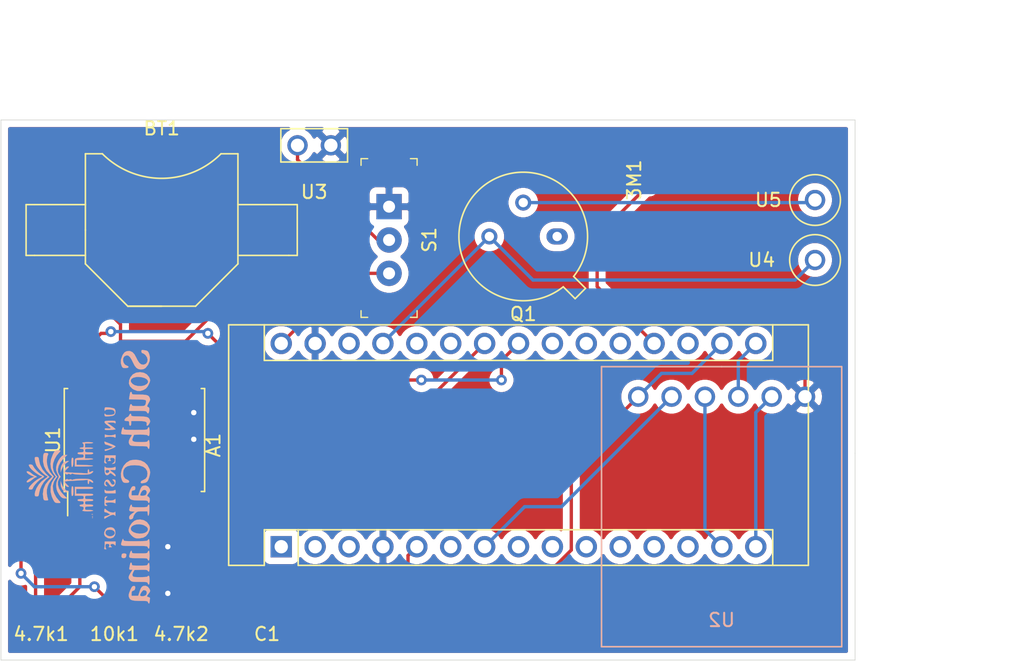
<source format=kicad_pcb>
(kicad_pcb (version 20171130) (host pcbnew "(5.1.12)-1")

  (general
    (thickness 1.6)
    (drawings 7)
    (tracks 137)
    (zones 0)
    (modules 15)
    (nets 36)
  )

  (page A4)
  (layers
    (0 F.Cu signal)
    (31 B.Cu signal)
    (32 B.Adhes user)
    (33 F.Adhes user)
    (34 B.Paste user)
    (35 F.Paste user)
    (36 B.SilkS user)
    (37 F.SilkS user)
    (38 B.Mask user)
    (39 F.Mask user)
    (40 Dwgs.User user)
    (41 Cmts.User user)
    (42 Eco1.User user)
    (43 Eco2.User user)
    (44 Edge.Cuts user)
    (45 Margin user)
    (46 B.CrtYd user)
    (47 F.CrtYd user)
    (48 B.Fab user)
    (49 F.Fab user)
  )

  (setup
    (last_trace_width 0.25)
    (trace_clearance 0.2)
    (zone_clearance 0.508)
    (zone_45_only no)
    (trace_min 0.2)
    (via_size 0.8)
    (via_drill 0.4)
    (via_min_size 0.4)
    (via_min_drill 0.3)
    (uvia_size 0.3)
    (uvia_drill 0.1)
    (uvias_allowed no)
    (uvia_min_size 0.2)
    (uvia_min_drill 0.1)
    (edge_width 0.05)
    (segment_width 0.2)
    (pcb_text_width 0.3)
    (pcb_text_size 1.5 1.5)
    (mod_edge_width 0.12)
    (mod_text_size 1 1)
    (mod_text_width 0.15)
    (pad_size 1.524 1.524)
    (pad_drill 0.762)
    (pad_to_mask_clearance 0)
    (aux_axis_origin 0 0)
    (visible_elements 7FFFFFFF)
    (pcbplotparams
      (layerselection 0x010fc_ffffffff)
      (usegerberextensions false)
      (usegerberattributes true)
      (usegerberadvancedattributes true)
      (creategerberjobfile true)
      (excludeedgelayer true)
      (linewidth 0.100000)
      (plotframeref false)
      (viasonmask false)
      (mode 1)
      (useauxorigin false)
      (hpglpennumber 1)
      (hpglpenspeed 20)
      (hpglpendiameter 15.000000)
      (psnegative false)
      (psa4output false)
      (plotreference true)
      (plotvalue true)
      (plotinvisibletext false)
      (padsonsilk false)
      (subtractmaskfromsilk false)
      (outputformat 1)
      (mirror false)
      (drillshape 1)
      (scaleselection 1)
      (outputdirectory ""))
  )

  (net 0 "")
  (net 1 "Net-(10k1-Pad2)")
  (net 2 "Net-(10k1-Pad1)")
  (net 3 "Net-(4.7k1-Pad2)")
  (net 4 "Net-(4.7k2-Pad2)")
  (net 5 "Net-(A1-Pad19)")
  (net 6 GND)
  (net 7 "Net-(A1-Pad7)")
  (net 8 "Net-(A1-Pad27)")
  (net 9 "Net-(A1-Pad14)")
  (net 10 "Net-(A1-Pad30)")
  (net 11 "Net-(A1-Pad15)")
  (net 12 "Net-(A1-Pad16)")
  (net 13 "Net-(Q1-Pad2)")
  (net 14 "Net-(S1-Pad2)")
  (net 15 "Net-(3M1-Pad1)")
  (net 16 "Net-(A1-Pad1)")
  (net 17 "Net-(A1-Pad2)")
  (net 18 "Net-(A1-Pad18)")
  (net 19 "Net-(A1-Pad3)")
  (net 20 "Net-(A1-Pad20)")
  (net 21 "Net-(A1-Pad21)")
  (net 22 "Net-(A1-Pad6)")
  (net 23 "Net-(A1-Pad22)")
  (net 24 "Net-(A1-Pad8)")
  (net 25 "Net-(A1-Pad9)")
  (net 26 "Net-(A1-Pad25)")
  (net 27 "Net-(A1-Pad10)")
  (net 28 "Net-(A1-Pad26)")
  (net 29 "Net-(A1-Pad11)")
  (net 30 "Net-(A1-Pad12)")
  (net 31 "Net-(A1-Pad28)")
  (net 32 "Net-(A1-Pad13)")
  (net 33 "Net-(BT1-Pad1)")
  (net 34 "Net-(U1-Pad1)")
  (net 35 "Net-(U1-Pad4)")

  (net_class Default "This is the default net class."
    (clearance 0.2)
    (trace_width 0.25)
    (via_dia 0.8)
    (via_drill 0.4)
    (uvia_dia 0.3)
    (uvia_drill 0.1)
    (add_net GND)
    (add_net "Net-(10k1-Pad1)")
    (add_net "Net-(10k1-Pad2)")
    (add_net "Net-(3M1-Pad1)")
    (add_net "Net-(4.7k1-Pad2)")
    (add_net "Net-(4.7k2-Pad2)")
    (add_net "Net-(A1-Pad1)")
    (add_net "Net-(A1-Pad10)")
    (add_net "Net-(A1-Pad11)")
    (add_net "Net-(A1-Pad12)")
    (add_net "Net-(A1-Pad13)")
    (add_net "Net-(A1-Pad14)")
    (add_net "Net-(A1-Pad15)")
    (add_net "Net-(A1-Pad16)")
    (add_net "Net-(A1-Pad18)")
    (add_net "Net-(A1-Pad19)")
    (add_net "Net-(A1-Pad2)")
    (add_net "Net-(A1-Pad20)")
    (add_net "Net-(A1-Pad21)")
    (add_net "Net-(A1-Pad22)")
    (add_net "Net-(A1-Pad25)")
    (add_net "Net-(A1-Pad26)")
    (add_net "Net-(A1-Pad27)")
    (add_net "Net-(A1-Pad28)")
    (add_net "Net-(A1-Pad3)")
    (add_net "Net-(A1-Pad30)")
    (add_net "Net-(A1-Pad6)")
    (add_net "Net-(A1-Pad7)")
    (add_net "Net-(A1-Pad8)")
    (add_net "Net-(A1-Pad9)")
    (add_net "Net-(BT1-Pad1)")
    (add_net "Net-(Q1-Pad2)")
    (add_net "Net-(S1-Pad2)")
    (add_net "Net-(U1-Pad1)")
    (add_net "Net-(U1-Pad4)")
  )

  (module ARTS-Lab:uofsc_logo_0_75in (layer B.Cu) (tedit 0) (tstamp 62174D01)
    (at 124 113.75 270)
    (fp_text reference G*** (at 0 0 270) (layer B.SilkS) hide
      (effects (font (size 1.524 1.524) (thickness 0.3)) (justify mirror))
    )
    (fp_text value LOGO (at 0.75 0 270) (layer B.SilkS) hide
      (effects (font (size 1.524 1.524) (thickness 0.3)) (justify mirror))
    )
    (fp_poly (pts (xy 0.428086 4.546453) (xy 0.414188 4.454354) (xy 0.345614 4.322914) (xy 0.229208 4.170177)
      (xy 0.22116 4.161076) (xy 0.122156 4.03569) (xy 0.060754 3.930384) (xy 0.050902 3.893842)
      (xy 0.030059 3.823962) (xy -0.015915 3.833171) (xy -0.062187 3.911856) (xy -0.070817 3.940957)
      (xy -0.126457 4.055846) (xy -0.22582 4.186747) (xy -0.254492 4.217002) (xy -0.344476 4.332291)
      (xy -0.398821 4.449738) (xy -0.40924 4.541836) (xy -0.367447 4.58108) (xy -0.364202 4.581163)
      (xy -0.284213 4.536736) (xy -0.188257 4.418331) (xy -0.093407 4.248265) (xy -0.070692 4.197536)
      (xy 0.015204 3.995792) (xy 0.053538 4.133667) (xy 0.113012 4.278968) (xy 0.200962 4.421779)
      (xy 0.29564 4.53233) (xy 0.375296 4.580852) (xy 0.380464 4.581163) (xy 0.428086 4.546453)) (layer B.SilkS) (width 0.01))
    (fp_poly (pts (xy 0.950733 4.385699) (xy 0.967134 4.28127) (xy 0.944387 4.163772) (xy 0.861202 4.107839)
      (xy 0.84602 4.103685) (xy 0.722192 4.042325) (xy 0.563371 3.923174) (xy 0.395419 3.770055)
      (xy 0.244196 3.60679) (xy 0.135565 3.457202) (xy 0.126294 3.440699) (xy 0.048377 3.309628)
      (xy -0.006207 3.267683) (xy -0.054737 3.310638) (xy -0.093443 3.386947) (xy -0.180765 3.525911)
      (xy -0.318625 3.691578) (xy -0.47998 3.856344) (xy -0.637788 3.992605) (xy -0.765007 4.072757)
      (xy -0.765469 4.072949) (xy -0.87727 4.143062) (xy -0.915083 4.24812) (xy -0.916233 4.281927)
      (xy -0.907941 4.384125) (xy -0.871294 4.419491) (xy -0.78863 4.389446) (xy -0.653556 4.303083)
      (xy -0.54297 4.206034) (xy -0.412198 4.05976) (xy -0.279425 3.889068) (xy -0.162835 3.718767)
      (xy -0.080616 3.573665) (xy -0.050902 3.480974) (xy -0.034065 3.414963) (xy 0.01298 3.439536)
      (xy 0.085037 3.54983) (xy 0.140433 3.660061) (xy 0.228234 3.806518) (xy 0.356845 3.9727)
      (xy 0.506504 4.138291) (xy 0.657453 4.282973) (xy 0.789932 4.386429) (xy 0.884182 4.428341)
      (xy 0.887734 4.428457) (xy 0.950733 4.385699)) (layer B.SilkS) (width 0.01))
    (fp_poly (pts (xy 1.424847 3.959604) (xy 1.469411 3.910177) (xy 1.476152 3.824193) (xy 1.468115 3.736343)
      (xy 1.426672 3.687598) (xy 1.325824 3.659494) (xy 1.223069 3.644473) (xy 0.95635 3.577895)
      (xy 0.677097 3.45678) (xy 0.42011 3.300021) (xy 0.220187 3.126512) (xy 0.179447 3.077858)
      (xy 0.023406 2.873275) (xy -0.230081 3.131475) (xy -0.55437 3.399806) (xy -0.908449 3.572381)
      (xy -1.215674 3.643492) (xy -1.368503 3.667872) (xy -1.445723 3.700476) (xy -1.473009 3.759767)
      (xy -1.476153 3.830813) (xy -1.470476 3.925379) (xy -1.434764 3.965511) (xy -1.340993 3.967655)
      (xy -1.257775 3.958967) (xy -1.061911 3.918741) (xy -0.864734 3.851938) (xy -0.837835 3.839947)
      (xy -0.696453 3.752702) (xy -0.528972 3.619019) (xy -0.359137 3.461772) (xy -0.21069 3.30384)
      (xy -0.107375 3.168097) (xy -0.076935 3.106843) (xy -0.040696 3.02682) (xy 0.00464 3.017776)
      (xy 0.071932 3.086203) (xy 0.169375 3.231203) (xy 0.356688 3.465893) (xy 0.594843 3.67356)
      (xy 0.858035 3.837518) (xy 1.120458 3.94108) (xy 1.310721 3.969223) (xy 1.424847 3.959604)) (layer B.SilkS) (width 0.01))
    (fp_poly (pts (xy 1.622495 3.327706) (xy 1.730793 3.293523) (xy 1.774354 3.22628) (xy 1.781563 3.118653)
      (xy 1.773345 3.002225) (xy 1.739727 2.965336) (xy 1.692485 2.97583) (xy 1.469779 3.036607)
      (xy 1.218166 3.067978) (xy 0.991217 3.064188) (xy 0.941683 3.056501) (xy 0.713403 2.999734)
      (xy 0.523683 2.919224) (xy 0.327193 2.793805) (xy 0.239674 2.72871) (xy 0.109253 2.631057)
      (xy 0.01555 2.564461) (xy -0.017019 2.545091) (xy -0.059051 2.578039) (xy -0.139257 2.658059)
      (xy -0.145895 2.665095) (xy -0.360873 2.83406) (xy -0.63803 2.966009) (xy -0.940205 3.046192)
      (xy -1.149853 3.063608) (xy -1.336191 3.054087) (xy -1.49318 3.031289) (xy -1.570799 3.007037)
      (xy -1.695195 2.957935) (xy -1.760254 2.986805) (xy -1.781266 3.102375) (xy -1.781563 3.127342)
      (xy -1.775171 3.234857) (xy -1.737957 3.291631) (xy -1.642859 3.321968) (xy -1.547622 3.337461)
      (xy -1.147908 3.3517) (xy -0.782027 3.270095) (xy -0.451871 3.093315) (xy -0.191438 2.8585)
      (xy -0.009628 2.657258) (xy 0.265857 2.924086) (xy 0.580935 3.168442) (xy 0.921122 3.31429)
      (xy 1.289061 3.362418) (xy 1.622495 3.327706)) (layer B.SilkS) (width 0.01))
    (fp_poly (pts (xy -0.610726 2.748673) (xy -0.298312 2.612087) (xy -0.18959 2.536098) (xy 0.002585 2.385511)
      (xy 0.151987 2.511225) (xy 0.438349 2.688128) (xy 0.764906 2.778556) (xy 1.116535 2.781491)
      (xy 1.478111 2.695919) (xy 1.670888 2.613195) (xy 1.828843 2.530122) (xy 1.917014 2.463556)
      (xy 1.957847 2.386904) (xy 1.973787 2.273569) (xy 1.975371 2.252405) (xy 1.975469 2.101595)
      (xy 1.941895 2.045646) (xy 1.867107 2.081345) (xy 1.77771 2.168171) (xy 1.548966 2.356688)
      (xy 1.262529 2.50936) (xy 1.001771 2.59413) (xy 0.684381 2.615302) (xy 0.381936 2.537504)
      (xy 0.164225 2.409634) (xy -0.002412 2.283561) (xy -0.149236 2.407106) (xy -0.387022 2.545392)
      (xy -0.670588 2.612542) (xy -0.966401 2.601241) (xy -1.004224 2.59358) (xy -1.303323 2.491663)
      (xy -1.583435 2.333293) (xy -1.777711 2.168171) (xy -1.889018 2.064733) (xy -1.953357 2.050447)
      (xy -1.978228 2.12846) (xy -1.975372 2.251075) (xy -1.960839 2.372018) (xy -1.924063 2.452782)
      (xy -1.842508 2.520385) (xy -1.69364 2.601841) (xy -1.674714 2.611518) (xy -1.312035 2.749055)
      (xy -0.953003 2.794551) (xy -0.610726 2.748673)) (layer B.SilkS) (width 0.01))
    (fp_poly (pts (xy -0.495445 2.36586) (xy -0.333494 2.314852) (xy -0.169858 2.238989) (xy -0.165431 2.236464)
      (xy -0.057582 2.17981) (xy 0.020386 2.170145) (xy 0.114355 2.209642) (xy 0.189765 2.253273)
      (xy 0.419316 2.338823) (xy 0.688764 2.364599) (xy 0.955115 2.329935) (xy 1.119839 2.267704)
      (xy 1.359637 2.128669) (xy 1.515355 2.004196) (xy 1.60052 1.879911) (xy 1.628659 1.741442)
      (xy 1.628857 1.726801) (xy 1.628857 1.531416) (xy 1.394832 1.781608) (xy 1.146437 2.001626)
      (xy 0.883926 2.154135) (xy 0.623397 2.234634) (xy 0.380946 2.238621) (xy 0.172672 2.161593)
      (xy 0.134119 2.134182) (xy 0 2.028684) (xy -0.134119 2.134182) (xy -0.332998 2.229114)
      (xy -0.569494 2.24207) (xy -0.827512 2.177551) (xy -1.090952 2.040059) (xy -1.343718 1.834096)
      (xy -1.394832 1.781608) (xy -1.628858 1.531416) (xy -1.628858 1.703425) (xy -1.612152 1.823442)
      (xy -1.5488 1.929708) (xy -1.41895 2.055098) (xy -1.413892 2.059437) (xy -1.196496 2.206042)
      (xy -0.946748 2.313459) (xy -0.699331 2.370118) (xy -0.495445 2.36586)) (layer B.SilkS) (width 0.01))
    (fp_poly (pts (xy 0.745888 2.003347) (xy 0.939211 1.917021) (xy 1.083493 1.790517) (xy 1.157985 1.63949)
      (xy 1.161831 1.55278) (xy 1.14529 1.416796) (xy 1.052648 1.574891) (xy 0.912599 1.749296)
      (xy 0.711223 1.883914) (xy 0.521281 1.963643) (xy 0.330861 2.031604) (xy 0.524271 2.033838)
      (xy 0.745888 2.003347)) (layer B.SilkS) (width 0.01))
    (fp_poly (pts (xy -0.330862 2.031604) (xy -0.513018 1.966483) (xy -0.764567 1.847972) (xy -0.959358 1.681527)
      (xy -1.046474 1.573908) (xy -1.170742 1.405473) (xy -1.170742 1.559194) (xy -1.123598 1.729187)
      (xy -0.996549 1.875197) (xy -0.811168 1.981363) (xy -0.58903 2.031826) (xy -0.52509 2.033838)
      (xy -0.330862 2.031604)) (layer B.SilkS) (width 0.01))
    (fp_poly (pts (xy 1.288302 1.218509) (xy 1.399835 1.206537) (xy 1.445094 1.181876) (xy 1.443658 1.145291)
      (xy 1.394775 1.099634) (xy 1.280319 1.075532) (xy 1.097426 1.068938) (xy 0.926122 1.074015)
      (xy 0.798156 1.087223) (xy 0.74656 1.102873) (xy 0.713852 1.159629) (xy 0.75694 1.196377)
      (xy 0.884413 1.216063) (xy 1.092791 1.221644) (xy 1.288302 1.218509)) (layer B.SilkS) (width 0.01))
    (fp_poly (pts (xy -0.866583 1.216439) (xy -0.757086 1.199235) (xy -0.723476 1.167644) (xy -0.725166 1.158016)
      (xy -0.788941 1.117767) (xy -0.942411 1.089786) (xy -1.08572 1.079338) (xy -1.271116 1.075168)
      (xy -1.375616 1.085817) (xy -1.419532 1.115094) (xy -1.425251 1.142965) (xy -1.406194 1.185239)
      (xy -1.336157 1.20956) (xy -1.195845 1.220139) (xy -1.064696 1.221644) (xy -0.866583 1.216439)) (layer B.SilkS) (width 0.01))
    (fp_poly (pts (xy 3.088043 -0.322378) (xy 3.094134 -0.382786) (xy 3.088043 -0.390247) (xy 3.057781 -0.38326)
      (xy 3.054108 -0.356312) (xy 3.072732 -0.314414) (xy 3.088043 -0.322378)) (layer B.SilkS) (width 0.01))
    (fp_poly (pts (xy 2.986239 -0.322378) (xy 2.992331 -0.382786) (xy 2.986239 -0.390247) (xy 2.955978 -0.38326)
      (xy 2.952304 -0.356312) (xy 2.970929 -0.314414) (xy 2.986239 -0.322378)) (layer B.SilkS) (width 0.01))
    (fp_poly (pts (xy 2.834371 -0.295866) (xy 2.840439 -0.37542) (xy 2.830352 -0.393428) (xy 2.807217 -0.378247)
      (xy 2.803618 -0.32662) (xy 2.816049 -0.272306) (xy 2.834371 -0.295866)) (layer B.SilkS) (width 0.01))
    (fp_poly (pts (xy 1.42525 0.636273) (xy 1.427482 0.458416) (xy 1.440073 0.359352) (xy 1.471871 0.31608)
      (xy 1.531721 0.305602) (xy 1.552505 0.305411) (xy 1.631031 0.314905) (xy 1.668236 0.361572)
      (xy 1.679273 0.472687) (xy 1.679759 0.534469) (xy 1.689752 0.685444) (xy 1.723728 0.754214)
      (xy 1.756112 0.763527) (xy 1.806437 0.73355) (xy 1.82936 0.631622) (xy 1.832465 0.534469)
      (xy 1.837739 0.393122) (xy 1.863665 0.326153) (xy 1.925396 0.306286) (xy 1.959719 0.305411)
      (xy 2.050664 0.321847) (xy 2.083935 0.391711) (xy 2.086974 0.458117) (xy 2.109738 0.57935)
      (xy 2.163326 0.610822) (xy 2.223943 0.565294) (xy 2.239679 0.458117) (xy 2.253375 0.348982)
      (xy 2.311596 0.309058) (xy 2.366934 0.305411) (xy 2.462594 0.322835) (xy 2.494188 0.356313)
      (xy 2.532923 0.405736) (xy 2.54509 0.407215) (xy 2.570298 0.35959) (xy 2.588012 0.229568)
      (xy 2.595822 0.036429) (xy 2.595992 0) (xy 2.590039 -0.201662) (xy 2.573786 -0.343375)
      (xy 2.549644 -0.405857) (xy 2.54509 -0.407214) (xy 2.517977 -0.36085) (xy 2.499595 -0.23973)
      (xy 2.494188 -0.101803) (xy 2.491494 0.067459) (xy 2.47677 0.158844) (xy 2.440057 0.196256)
      (xy 2.371394 0.203601) (xy 2.366934 0.203608) (xy 2.296408 0.197141) (xy 2.258331 0.161804)
      (xy 2.242742 0.073693) (xy 2.239682 -0.091098) (xy 2.239679 -0.101803) (xy 2.233815 -0.279141)
      (xy 2.213029 -0.374354) (xy 2.172526 -0.406612) (xy 2.163326 -0.407214) (xy 2.118992 -0.383759)
      (xy 2.095189 -0.300612) (xy 2.087124 -0.138602) (xy 2.086974 -0.101803) (xy 2.084279 0.067459)
      (xy 2.069556 0.158844) (xy 2.032843 0.196256) (xy 1.96418 0.203601) (xy 1.959719 0.203608)
      (xy 1.889193 0.197141) (xy 1.851116 0.161804) (xy 1.835528 0.073693) (xy 1.832468 -0.091098)
      (xy 1.832465 -0.101803) (xy 1.826601 -0.279141) (xy 1.805814 -0.374354) (xy 1.765312 -0.406612)
      (xy 1.756112 -0.407214) (xy 1.711777 -0.383759) (xy 1.687974 -0.300612) (xy 1.67991 -0.138602)
      (xy 1.679759 -0.101803) (xy 1.677065 0.067459) (xy 1.662341 0.158844) (xy 1.625628 0.196256)
      (xy 1.556965 0.203601) (xy 1.552505 0.203608) (xy 1.481979 0.197141) (xy 1.443902 0.161804)
      (xy 1.428313 0.073693) (xy 1.425253 -0.091098) (xy 1.42525 -0.101803) (xy 1.419387 -0.279141)
      (xy 1.3986 -0.374354) (xy 1.358097 -0.406612) (xy 1.348898 -0.407214) (xy 1.316554 -0.392195)
      (xy 1.294584 -0.336931) (xy 1.281151 -0.22611) (xy 1.274417 -0.044423) (xy 1.272545 0.223441)
      (xy 1.272545 0.865331) (xy 0.916232 0.865331) (xy 0.916232 0.229058) (xy 0.91443 -0.040471)
      (xy 0.907798 -0.223553) (xy 0.8945 -0.335495) (xy 0.872697 -0.391611) (xy 0.840554 -0.40721)
      (xy 0.83988 -0.407214) (xy 0.808596 -0.392717) (xy 0.786974 -0.339349) (xy 0.773366 -0.232293)
      (xy 0.766127 -0.056732) (xy 0.763611 0.202152) (xy 0.763527 0.27996) (xy 0.763527 0.967135)
      (xy 1.42525 0.967135) (xy 1.42525 0.636273)) (layer B.SilkS) (width 0.01))
    (fp_poly (pts (xy 0.529408 1.748802) (xy 0.668202 1.665544) (xy 0.752025 1.554326) (xy 0.763527 1.496672)
      (xy 0.759993 1.424548) (xy 0.737626 1.409905) (xy 0.678774 1.45867) (xy 0.584709 1.556703)
      (xy 0.47734 1.657264) (xy 0.395975 1.709492) (xy 0.36919 1.709605) (xy 0.347771 1.642781)
      (xy 0.329035 1.505995) (xy 0.318627 1.358196) (xy 0.309377 1.164547) (xy 0.296305 0.911508)
      (xy 0.28162 0.641317) (xy 0.274866 0.521744) (xy 0.244969 0) (xy 0.402444 0)
      (xy 0.511708 -0.014331) (xy 0.559812 -0.04901) (xy 0.55992 -0.050901) (xy 0.516186 -0.08854)
      (xy 0.426811 -0.101803) (xy 0.336746 -0.107588) (xy 0.32593 -0.143648) (xy 0.375909 -0.227267)
      (xy 0.442875 -0.340284) (xy 0.44889 -0.393499) (xy 0.395852 -0.407201) (xy 0.392738 -0.407214)
      (xy 0.3245 -0.367212) (xy 0.246386 -0.269858) (xy 0.240033 -0.25938) (xy 0.19754 -0.161509)
      (xy 0.170657 -0.026785) (xy 0.156631 0.166562) (xy 0.152705 0.43114) (xy 0.158183 0.679524)
      (xy 0.173161 0.889284) (xy 0.195453 1.035972) (xy 0.210906 1.082577) (xy 0.242636 1.175097)
      (xy 0.213456 1.209877) (xy 0.183215 1.267987) (xy 0.203607 1.348898) (xy 0.222702 1.454234)
      (xy 0.196971 1.486848) (xy 0.170078 1.536717) (xy 0.196753 1.623672) (xy 0.257496 1.713914)
      (xy 0.332806 1.773642) (xy 0.367011 1.781563) (xy 0.529408 1.748802)) (layer B.SilkS) (width 0.01))
    (fp_poly (pts (xy -0.2778 1.746932) (xy -0.209128 1.665837) (xy -0.169787 1.57248) (xy -0.177998 1.501062)
      (xy -0.200025 1.48583) (xy -0.2267 1.43802) (xy -0.197945 1.363769) (xy -0.16841 1.269755)
      (xy -0.203607 1.221644) (xy -0.239205 1.164925) (xy -0.208863 1.078758) (xy -0.185507 0.98566)
      (xy -0.166903 0.817378) (xy -0.155356 0.600505) (xy -0.152706 0.43114) (xy -0.156879 0.160011)
      (xy -0.171236 -0.031354) (xy -0.198527 -0.164721) (xy -0.240033 -0.25938) (xy -0.32359 -0.370176)
      (xy -0.390256 -0.412152) (xy -0.421726 -0.385938) (xy -0.399691 -0.292162) (xy -0.381764 -0.254509)
      (xy -0.332954 -0.151247) (xy -0.341055 -0.109737) (xy -0.415209 -0.101831) (xy -0.431358 -0.101803)
      (xy -0.527642 -0.08454) (xy -0.55992 -0.050901) (xy -0.515612 -0.015462) (xy -0.408531 -0.000023)
      (xy -0.403834 0) (xy -0.247748 0) (xy -0.273734 0.521744) (xy -0.286863 0.785465)
      (xy -0.300096 1.051513) (xy -0.311335 1.277688) (xy -0.315291 1.357383) (xy -0.329181 1.528596)
      (xy -0.349584 1.657095) (xy -0.368376 1.708792) (xy -0.420959 1.696658) (xy -0.515068 1.6249)
      (xy -0.584709 1.556703) (xy -0.689416 1.448241) (xy -0.742354 1.408318) (xy -0.761173 1.431008)
      (xy -0.763527 1.496672) (xy -0.717694 1.614338) (xy -0.600388 1.713617) (xy -0.441898 1.773254)
      (xy -0.357581 1.781563) (xy -0.2778 1.746932)) (layer B.SilkS) (width 0.01))
    (fp_poly (pts (xy -0.763527 0.27996) (xy -0.768273 -0.030705) (xy -0.780839 -0.248879) (xy -0.798713 -0.373149)
      (xy -0.819387 -0.402101) (xy -0.840351 -0.33432) (xy -0.859095 -0.168394) (xy -0.873108 0.097091)
      (xy -0.87649 0.216333) (xy -0.890782 0.83988) (xy -1.247094 0.83988) (xy -1.261387 0.216333)
      (xy -1.270961 -0.035253) (xy -1.286066 -0.234105) (xy -1.305004 -0.363594) (xy -1.325014 -0.407214)
      (xy -1.351032 -0.360977) (xy -1.368909 -0.240797) (xy -1.374349 -0.101803) (xy -1.374349 0.203608)
      (xy -1.67976 0.203608) (xy -1.67976 -0.101803) (xy -1.685624 -0.279141) (xy -1.70641 -0.374354)
      (xy -1.746913 -0.406612) (xy -1.756112 -0.407214) (xy -1.800447 -0.383759) (xy -1.82425 -0.300612)
      (xy -1.832315 -0.138602) (xy -1.832465 -0.101803) (xy -1.83516 0.067459) (xy -1.849883 0.158844)
      (xy -1.886596 0.196256) (xy -1.955259 0.203601) (xy -1.95972 0.203608) (xy -2.030246 0.197141)
      (xy -2.068323 0.161804) (xy -2.083911 0.073693) (xy -2.086971 -0.091098) (xy -2.086974 -0.101803)
      (xy -2.094702 -0.264483) (xy -2.114888 -0.374773) (xy -2.137876 -0.407214) (xy -2.164989 -0.36085)
      (xy -2.183371 -0.23973) (xy -2.188778 -0.101803) (xy -2.188778 0.203608) (xy -2.494189 0.203608)
      (xy -2.494189 -0.101803) (xy -2.501916 -0.264483) (xy -2.522103 -0.374773) (xy -2.54509 -0.407214)
      (xy -2.570298 -0.359589) (xy -2.588012 -0.229567) (xy -2.595823 -0.036428) (xy -2.595992 0)
      (xy -2.590039 0.201663) (xy -2.573786 0.343375) (xy -2.549644 0.405857) (xy -2.54509 0.407215)
      (xy -2.495668 0.36848) (xy -2.494189 0.356313) (xy -2.449957 0.320573) (xy -2.343383 0.305415)
      (xy -2.341483 0.305411) (xy -2.233322 0.318024) (xy -2.193456 0.377519) (xy -2.188778 0.458117)
      (xy -2.174034 0.565336) (xy -2.138509 0.61081) (xy -2.137876 0.610822) (xy -2.102136 0.56659)
      (xy -2.086978 0.460016) (xy -2.086974 0.458117) (xy -2.073278 0.348982) (xy -2.015058 0.309058)
      (xy -1.95972 0.305411) (xy -1.881194 0.314905) (xy -1.843989 0.361572) (xy -1.832951 0.472687)
      (xy -1.832465 0.534469) (xy -1.822473 0.685444) (xy -1.788497 0.754214) (xy -1.756112 0.763527)
      (xy -1.705787 0.73355) (xy -1.682864 0.631622) (xy -1.67976 0.534469) (xy -1.674485 0.393122)
      (xy -1.64856 0.326153) (xy -1.586829 0.306286) (xy -1.552505 0.305411) (xy -1.465313 0.319398)
      (xy -1.430485 0.381522) (xy -1.425251 0.477205) (xy -1.415013 0.654365) (xy -1.393437 0.808067)
      (xy -1.370772 0.896881) (xy -1.330363 0.944378) (xy -1.245324 0.963483) (xy -1.088765 0.967123)
      (xy -1.062575 0.967135) (xy -0.763527 0.967135) (xy -0.763527 0.27996)) (layer B.SilkS) (width 0.01))
    (fp_poly (pts (xy 5.427203 -1.243396) (xy 5.442606 -1.326289) (xy 5.442474 -1.330726) (xy 5.431103 -1.39848)
      (xy 5.412781 -1.387074) (xy 5.349412 -1.344071) (xy 5.228844 -1.3237) (xy 5.213193 -1.323447)
      (xy 5.095368 -1.332502) (xy 5.047791 -1.377906) (xy 5.039278 -1.476152) (xy 5.055912 -1.588744)
      (xy 5.116146 -1.627744) (xy 5.13684 -1.628857) (xy 5.230415 -1.599764) (xy 5.260076 -1.56523)
      (xy 5.277605 -1.565806) (xy 5.288683 -1.647362) (xy 5.289769 -1.676763) (xy 5.288468 -1.787648)
      (xy 5.270258 -1.810123) (xy 5.225157 -1.758064) (xy 5.149848 -1.698571) (xy 5.097902 -1.700438)
      (xy 5.046456 -1.783357) (xy 5.047494 -1.901423) (xy 5.096497 -2.005438) (xy 5.128356 -2.031995)
      (xy 5.170534 -2.066345) (xy 5.131358 -2.081915) (xy 5.039278 -2.085426) (xy 4.861122 -2.086974)
      (xy 4.861122 -1.272545) (xy 5.073292 -1.272545) (xy 5.227455 -1.265378) (xy 5.34659 -1.247574)
      (xy 5.365977 -1.241648) (xy 5.427203 -1.243396)) (layer B.SilkS) (width 0.01))
    (fp_poly (pts (xy 4.439717 -1.284706) (xy 4.50107 -1.34053) (xy 4.605197 -1.508048) (xy 4.630708 -1.701404)
      (xy 4.575082 -1.884584) (xy 4.542466 -1.931836) (xy 4.401745 -2.033229) (xy 4.217542 -2.07549)
      (xy 4.032177 -2.054278) (xy 3.919809 -1.995705) (xy 3.830325 -1.891886) (xy 3.796491 -1.750616)
      (xy 3.794498 -1.68545) (xy 3.801549 -1.647755) (xy 3.97034 -1.647755) (xy 3.99951 -1.832422)
      (xy 4.075196 -1.963059) (xy 4.179666 -2.028314) (xy 4.295188 -2.016832) (xy 4.400119 -1.922942)
      (xy 4.465031 -1.766009) (xy 4.465833 -1.599585) (xy 4.411636 -1.451906) (xy 4.31155 -1.35121)
      (xy 4.206693 -1.323447) (xy 4.070454 -1.35734) (xy 3.99373 -1.464662) (xy 3.97034 -1.647755)
      (xy 3.801549 -1.647755) (xy 3.833922 -1.474716) (xy 3.952231 -1.328322) (xy 4.149483 -1.246205)
      (xy 4.185976 -1.239412) (xy 4.330758 -1.232873) (xy 4.439717 -1.284706)) (layer B.SilkS) (width 0.01))
    (fp_poly (pts (xy 2.648138 -1.255194) (xy 2.664807 -1.299283) (xy 2.673413 -1.380727) (xy 2.725594 -1.500356)
      (xy 2.738656 -1.522779) (xy 2.836518 -1.6837) (xy 2.906349 -1.516299) (xy 2.95019 -1.390192)
      (xy 2.965344 -1.302449) (xy 2.964516 -1.296178) (xy 2.996763 -1.25367) (xy 3.054381 -1.243458)
      (xy 3.137107 -1.248849) (xy 3.155912 -1.256234) (xy 3.131023 -1.302449) (xy 3.066767 -1.40841)
      (xy 3.003206 -1.509801) (xy 2.898879 -1.70979) (xy 2.85423 -1.877924) (xy 2.871142 -1.998153)
      (xy 2.939579 -2.051886) (xy 2.94878 -2.065644) (xy 2.87352 -2.074942) (xy 2.799599 -2.07705)
      (xy 2.678311 -2.073325) (xy 2.626134 -2.061729) (xy 2.634168 -2.053262) (xy 2.686339 -1.982784)
      (xy 2.693465 -1.852258) (xy 2.658339 -1.691499) (xy 2.585434 -1.533062) (xy 2.506849 -1.414962)
      (xy 2.445499 -1.34121) (xy 2.432729 -1.33193) (xy 2.390192 -1.292255) (xy 2.434145 -1.257976)
      (xy 2.540718 -1.241901) (xy 2.648138 -1.255194)) (layer B.SilkS) (width 0.01))
    (fp_poly (pts (xy 2.129808 -1.261625) (xy 2.175654 -1.289365) (xy 2.18716 -1.343992) (xy 2.18719 -1.374348)
      (xy 2.180527 -1.460415) (xy 2.152041 -1.454674) (xy 2.11792 -1.412525) (xy 2.036258 -1.330469)
      (xy 1.980104 -1.337544) (xy 1.947008 -1.43726) (xy 1.934518 -1.633126) (xy 1.934268 -1.675517)
      (xy 1.943979 -1.90019) (xy 1.973023 -2.026099) (xy 1.997896 -2.053262) (xy 1.991868 -2.068663)
      (xy 1.905252 -2.079103) (xy 1.832465 -2.081407) (xy 1.700071 -2.078378) (xy 1.657944 -2.062754)
      (xy 1.692485 -2.031995) (xy 1.744531 -1.957107) (xy 1.777167 -1.824538) (xy 1.790155 -1.664666)
      (xy 1.783252 -1.507872) (xy 1.756219 -1.384534) (xy 1.708814 -1.325033) (xy 1.698096 -1.323447)
      (xy 1.601049 -1.360485) (xy 1.543894 -1.412525) (xy 1.492366 -1.469014) (xy 1.481821 -1.437958)
      (xy 1.487381 -1.382853) (xy 1.502947 -1.319475) (xy 1.546224 -1.282853) (xy 1.640661 -1.264647)
      (xy 1.809704 -1.25652) (xy 1.845221 -1.255598) (xy 2.027153 -1.25297) (xy 2.129808 -1.261625)) (layer B.SilkS) (width 0.01))
    (fp_poly (pts (xy 1.107114 -1.259819) (xy 1.176798 -1.273816) (xy 1.218388 -1.305152) (xy 1.239134 -1.375783)
      (xy 1.246287 -1.50766) (xy 1.247094 -1.683669) (xy 1.247094 -2.086974) (xy 1.096934 -2.086974)
      (xy 0.999371 -2.078451) (xy 0.989783 -2.04701) (xy 1.007855 -2.025891) (xy 1.038912 -1.9502)
      (xy 1.059086 -1.816545) (xy 1.067927 -1.656016) (xy 1.064985 -1.499701) (xy 1.049809 -1.378689)
      (xy 1.021948 -1.324067) (xy 1.018036 -1.323447) (xy 0.968552 -1.291213) (xy 0.967134 -1.281361)
      (xy 1.010289 -1.257371) (xy 1.107114 -1.259819)) (layer B.SilkS) (width 0.01))
    (fp_poly (pts (xy 0.600326 -1.2447) (xy 0.688986 -1.30804) (xy 0.711077 -1.388044) (xy 0.704595 -1.464496)
      (xy 0.678226 -1.446357) (xy 0.657646 -1.412525) (xy 0.582365 -1.348412) (xy 0.480444 -1.324309)
      (xy 0.391819 -1.341986) (xy 0.356312 -1.399161) (xy 0.396277 -1.469306) (xy 0.497524 -1.560359)
      (xy 0.55992 -1.603406) (xy 0.710011 -1.727676) (xy 0.759555 -1.846635) (xy 0.708209 -1.95874)
      (xy 0.650397 -2.007735) (xy 0.524552 -2.064006) (xy 0.381117 -2.086729) (xy 0.265492 -2.070921)
      (xy 0.237542 -2.053039) (xy 0.209342 -1.978996) (xy 0.203607 -1.916186) (xy 0.208469 -1.849812)
      (xy 0.237914 -1.854298) (xy 0.31004 -1.927511) (xy 0.426736 -2.011163) (xy 0.528639 -2.013533)
      (xy 0.592806 -1.936703) (xy 0.600911 -1.901109) (xy 0.585571 -1.81477) (xy 0.498817 -1.738806)
      (xy 0.422754 -1.698021) (xy 0.270332 -1.592956) (xy 0.21145 -1.47851) (xy 0.248582 -1.365116)
      (xy 0.327372 -1.295601) (xy 0.470242 -1.238253) (xy 0.600326 -1.2447)) (layer B.SilkS) (width 0.01))
    (fp_poly (pts (xy -0.463655 -1.260886) (xy -0.319264 -1.279809) (xy -0.208244 -1.308371) (xy -0.174515 -1.326469)
      (xy -0.107054 -1.431512) (xy -0.139146 -1.546525) (xy -0.200817 -1.612828) (xy -0.256617 -1.66767)
      (xy -0.264742 -1.719156) (xy -0.219281 -1.797231) (xy -0.145638 -1.89229) (xy -0.058165 -2.008104)
      (xy -0.031593 -2.06608) (xy -0.060462 -2.085586) (xy -0.090762 -2.086974) (xy -0.184612 -2.043534)
      (xy -0.29406 -1.92709) (xy -0.32482 -1.883366) (xy -0.409291 -1.764352) (xy -0.472337 -1.691025)
      (xy -0.489636 -1.679759) (xy -0.504138 -1.724638) (xy -0.503934 -1.836834) (xy -0.500294 -1.883366)
      (xy -0.492939 -2.013462) (xy -0.516937 -2.071519) (xy -0.591094 -2.086527) (xy -0.632383 -2.086974)
      (xy -0.7307 -2.07852) (xy -0.741075 -2.047354) (xy -0.722806 -2.025891) (xy -0.69175 -1.9502)
      (xy -0.671576 -1.816545) (xy -0.662734 -1.656016) (xy -0.665677 -1.499701) (xy -0.66863 -1.476152)
      (xy -0.509018 -1.476152) (xy -0.481756 -1.595804) (xy -0.411882 -1.628078) (xy -0.317265 -1.566198)
      (xy -0.305949 -1.553153) (xy -0.265954 -1.446704) (xy -0.306765 -1.358048) (xy -0.405617 -1.323447)
      (xy -0.481123 -1.346759) (xy -0.507837 -1.434348) (xy -0.509018 -1.476152) (xy -0.66863 -1.476152)
      (xy -0.680853 -1.378689) (xy -0.708713 -1.324067) (xy -0.712625 -1.323447) (xy -0.762168 -1.29413)
      (xy -0.763571 -1.28527) (xy -0.719156 -1.261284) (xy -0.608069 -1.253933) (xy -0.463655 -1.260886)) (layer B.SilkS) (width 0.01))
    (fp_poly (pts (xy -1.046338 -1.2454) (xy -1.004361 -1.319343) (xy -1.000312 -1.402668) (xy -1.022802 -1.42525)
      (xy -1.067629 -1.386375) (xy -1.068938 -1.374348) (xy -1.113685 -1.340704) (xy -1.223714 -1.323886)
      (xy -1.247094 -1.323447) (xy -1.367732 -1.333113) (xy -1.417088 -1.375949) (xy -1.425251 -1.447697)
      (xy -1.399337 -1.568249) (xy -1.335643 -1.612951) (xy -1.25524 -1.570143) (xy -1.239372 -1.550552)
      (xy -1.194031 -1.498358) (xy -1.175998 -1.521487) (xy -1.17476 -1.631854) (xy -1.183459 -1.729793)
      (xy -1.199942 -1.751763) (xy -1.204453 -1.743386) (xy -1.270459 -1.690593) (xy -1.330914 -1.679759)
      (xy -1.399514 -1.697814) (xy -1.41993 -1.770692) (xy -1.41575 -1.84519) (xy -1.388751 -1.96442)
      (xy -1.320997 -2.015817) (xy -1.264742 -2.026252) (xy -1.126377 -2.002255) (xy -1.044916 -1.924449)
      (xy -0.960148 -1.807014) (xy -0.976367 -1.934268) (xy -0.993824 -2.005509) (xy -1.039911 -2.045688)
      (xy -1.139799 -2.065924) (xy -1.297996 -2.076347) (xy -1.603407 -2.091171) (xy -1.603407 -1.272545)
      (xy -1.425251 -1.27185) (xy -1.269642 -1.263066) (xy -1.141654 -1.242845) (xy -1.139575 -1.242295)
      (xy -1.046338 -1.2454)) (layer B.SilkS) (width 0.01))
    (fp_poly (pts (xy -2.530141 -1.258079) (xy -2.437547 -1.300212) (xy -2.409352 -1.349103) (xy -2.392104 -1.433764)
      (xy -2.348196 -1.573236) (xy -2.317435 -1.657721) (xy -2.225517 -1.898404) (xy -2.130558 -1.649101)
      (xy -2.08079 -1.495696) (xy -2.057446 -1.376234) (xy -2.059689 -1.336172) (xy -2.040208 -1.28332)
      (xy -1.991132 -1.272545) (xy -1.949508 -1.280858) (xy -1.936382 -1.3179) (xy -1.954671 -1.401823)
      (xy -2.007293 -1.55078) (xy -2.056357 -1.678404) (xy -2.133501 -1.862269) (xy -2.203261 -2.003041)
      (xy -2.254233 -2.078603) (xy -2.266341 -2.085619) (xy -2.307199 -2.04202) (xy -2.370476 -1.924754)
      (xy -2.444635 -1.756123) (xy -2.469728 -1.692485) (xy -2.541101 -1.507212) (xy -2.598327 -1.360242)
      (xy -2.631838 -1.276095) (xy -2.635966 -1.266492) (xy -2.605854 -1.250714) (xy -2.530141 -1.258079)) (layer B.SilkS) (width 0.01))
    (fp_poly (pts (xy -2.954759 -1.286595) (xy -2.930898 -1.301517) (xy -2.939579 -1.306256) (xy -2.975509 -1.368544)
      (xy -2.996858 -1.498478) (xy -3.003509 -1.662929) (xy -2.995344 -1.828772) (xy -2.972247 -1.962881)
      (xy -2.942124 -2.025891) (xy -2.921865 -2.067326) (xy -2.981732 -2.084858) (xy -3.054108 -2.086974)
      (xy -3.164033 -2.0795) (xy -3.18639 -2.052183) (xy -3.166092 -2.025891) (xy -3.130678 -1.942449)
      (xy -3.110292 -1.800141) (xy -3.104817 -1.632095) (xy -3.114137 -1.471436) (xy -3.138133 -1.351291)
      (xy -3.168637 -1.306256) (xy -3.167714 -1.289791) (xy -3.0859 -1.281023) (xy -3.054108 -1.280582)
      (xy -2.954759 -1.286595)) (layer B.SilkS) (width 0.01))
    (fp_poly (pts (xy -4.035867 -1.276426) (xy -3.932093 -1.379446) (xy -3.832832 -1.513498) (xy -3.720527 -1.663308)
      (xy -3.649604 -1.720758) (xy -3.615548 -1.68436) (xy -3.613843 -1.552626) (xy -3.624382 -1.444764)
      (xy -3.626464 -1.322559) (xy -3.588835 -1.275274) (xy -3.565631 -1.272425) (xy -3.526334 -1.287771)
      (xy -3.504749 -1.346678) (xy -3.497958 -1.468226) (xy -3.503046 -1.671495) (xy -3.503375 -1.67964)
      (xy -3.515647 -1.868781) (xy -3.533579 -2.01122) (xy -3.553846 -2.082873) (xy -3.559627 -2.086974)
      (xy -3.605785 -2.04822) (xy -3.691906 -1.945669) (xy -3.800967 -1.799882) (xy -3.822986 -1.768837)
      (xy -4.046694 -1.450701) (xy -4.062353 -1.725843) (xy -4.060354 -1.924433) (xy -4.025896 -2.030309)
      (xy -4.011452 -2.0432) (xy -3.991752 -2.075127) (xy -4.06961 -2.086175) (xy -4.072145 -2.086194)
      (xy -4.135416 -2.08223) (xy -4.173223 -2.055515) (xy -4.19212 -1.985254) (xy -4.19866 -1.850649)
      (xy -4.199399 -1.682368) (xy -4.196001 -1.474664) (xy -4.183014 -1.347948) (xy -4.156247 -1.281546)
      (xy -4.112792 -1.255115) (xy -4.035867 -1.276426)) (layer B.SilkS) (width 0.01))
    (fp_poly (pts (xy -4.61849 -1.257816) (xy -4.557123 -1.276379) (xy -4.52551 -1.318385) (xy -4.517644 -1.408183)
      (xy -4.527517 -1.570121) (xy -4.531011 -1.612342) (xy -4.557677 -1.82023) (xy -4.599516 -1.948997)
      (xy -4.656117 -2.015893) (xy -4.801558 -2.076601) (xy -4.958486 -2.07682) (xy -5.082675 -2.017799)
      (xy -5.096117 -2.003467) (xy -5.137008 -1.910109) (xy -5.172822 -1.752495) (xy -5.192246 -1.600283)
      (xy -5.204998 -1.42628) (xy -5.200691 -1.328863) (xy -5.171004 -1.283187) (xy -5.107618 -1.26441)
      (xy -5.078273 -1.259939) (xy -4.977048 -1.257989) (xy -4.937475 -1.281361) (xy -4.97646 -1.322274)
      (xy -4.988377 -1.323447) (xy -5.018001 -1.368565) (xy -5.034654 -1.482168) (xy -5.037182 -1.631621)
      (xy -5.024434 -1.784294) (xy -5.007637 -1.868955) (xy -4.937642 -1.976457) (xy -4.825867 -2.021082)
      (xy -4.711903 -1.987845) (xy -4.705974 -1.983143) (xy -4.668502 -1.9085) (xy -4.643191 -1.777416)
      (xy -4.631147 -1.62164) (xy -4.633478 -1.472922) (xy -4.651292 -1.36301) (xy -4.682966 -1.323447)
      (xy -4.732439 -1.289908) (xy -4.733868 -1.279603) (xy -4.691937 -1.253872) (xy -4.61849 -1.257816)) (layer B.SilkS) (width 0.01))
    (fp_poly (pts (xy 6.089593 -2.584665) (xy 6.108216 -2.6961) (xy 6.08186 -2.814533) (xy 5.993687 -2.86932)
      (xy 5.878131 -2.896307) (xy 5.81928 -2.89266) (xy 5.785838 -2.867468) (xy 5.76056 -2.795919)
      (xy 5.751904 -2.695246) (xy 5.776623 -2.583433) (xy 5.864661 -2.535424) (xy 5.868354 -2.534697)
      (xy 6.014684 -2.527653) (xy 6.089593 -2.584665)) (layer B.SilkS) (width 0.01))
    (fp_poly (pts (xy 7.647265 -3.085608) (xy 7.754732 -3.16906) (xy 7.764839 -3.179049) (xy 7.818939 -3.239272)
      (xy 7.854672 -3.305132) (xy 7.875825 -3.398055) (xy 7.886186 -3.539466) (xy 7.889543 -3.750791)
      (xy 7.889779 -3.885737) (xy 7.891056 -4.13743) (xy 7.896902 -4.305424) (xy 7.910348 -4.407813)
      (xy 7.93442 -4.46269) (xy 7.972145 -4.488148) (xy 7.991583 -4.494107) (xy 8.074198 -4.538948)
      (xy 8.093387 -4.576397) (xy 8.045007 -4.608632) (xy 7.908787 -4.627722) (xy 7.762525 -4.632064)
      (xy 7.576939 -4.626966) (xy 7.47379 -4.608753) (xy 7.434086 -4.573039) (xy 7.431663 -4.555711)
      (xy 7.459149 -4.487973) (xy 7.482565 -4.479358) (xy 7.505888 -4.430828) (xy 7.522848 -4.294473)
      (xy 7.532121 -4.084148) (xy 7.533467 -3.94668) (xy 7.531419 -3.70391) (xy 7.523167 -3.54331)
      (xy 7.505547 -3.445294) (xy 7.475396 -3.390273) (xy 7.439306 -3.363609) (xy 7.336256 -3.344281)
      (xy 7.198237 -3.392299) (xy 7.172072 -3.405892) (xy 6.998998 -3.498569) (xy 6.984236 -3.973075)
      (xy 6.980145 -4.205791) (xy 6.986889 -4.356345) (xy 7.006833 -4.444024) (xy 7.042347 -4.488118)
      (xy 7.047863 -4.49145) (xy 7.122063 -4.552953) (xy 7.097888 -4.597695) (xy 6.977577 -4.624427)
      (xy 6.795391 -4.632064) (xy 6.603797 -4.623924) (xy 6.490334 -4.601005) (xy 6.464529 -4.576397)
      (xy 6.507024 -4.520109) (xy 6.566332 -4.494107) (xy 6.610393 -4.475266) (xy 6.639544 -4.434129)
      (xy 6.65683 -4.352565) (xy 6.665298 -4.212442) (xy 6.667992 -3.995629) (xy 6.668136 -3.888051)
      (xy 6.666954 -3.637812) (xy 6.661447 -3.472106) (xy 6.648671 -3.373674) (xy 6.625684 -3.325253)
      (xy 6.589541 -3.309584) (xy 6.569337 -3.308617) (xy 6.473101 -3.287011) (xy 6.441343 -3.26138)
      (xy 6.442494 -3.222646) (xy 6.508116 -3.188069) (xy 6.652366 -3.152095) (xy 6.782665 -3.12751)
      (xy 6.906818 -3.111017) (xy 6.960681 -3.131478) (xy 6.973383 -3.203943) (xy 6.973547 -3.226129)
      (xy 6.973547 -3.358578) (xy 7.22096 -3.206343) (xy 7.406567 -3.102935) (xy 7.539939 -3.063128)
      (xy 7.647265 -3.085608)) (layer B.SilkS) (width 0.01))
    (fp_poly (pts (xy 6.049928 -3.125197) (xy 6.086881 -3.197697) (xy 6.103663 -3.334369) (xy 6.108161 -3.548627)
      (xy 6.108216 -3.786247) (xy 6.10905 -4.061396) (xy 6.113232 -4.251458) (xy 6.123282 -4.373147)
      (xy 6.14172 -4.443175) (xy 6.171065 -4.478256) (xy 6.213838 -4.495104) (xy 6.215141 -4.495446)
      (xy 6.285932 -4.537653) (xy 6.28849 -4.577736) (xy 6.225064 -4.606592) (xy 6.097515 -4.624634)
      (xy 5.936374 -4.63192) (xy 5.772173 -4.628503) (xy 5.635444 -4.61444) (xy 5.55672 -4.589784)
      (xy 5.548296 -4.576397) (xy 5.590791 -4.520109) (xy 5.6501 -4.494107) (xy 5.694161 -4.475266)
      (xy 5.723311 -4.434129) (xy 5.740598 -4.352565) (xy 5.749065 -4.212442) (xy 5.75176 -3.995629)
      (xy 5.751904 -3.888051) (xy 5.750804 -3.638037) (xy 5.745476 -3.472511) (xy 5.73288 -3.374164)
      (xy 5.709974 -3.325688) (xy 5.673718 -3.309773) (xy 5.6501 -3.308617) (xy 5.561424 -3.291484)
      (xy 5.558212 -3.249682) (xy 5.631919 -3.197604) (xy 5.739178 -3.158588) (xy 5.883964 -3.119056)
      (xy 5.984918 -3.103454) (xy 6.049928 -3.125197)) (layer B.SilkS) (width 0.01))
    (fp_poly (pts (xy 5.103843 -2.504332) (xy 5.148772 -2.549355) (xy 5.175246 -2.646915) (xy 5.188077 -2.808496)
      (xy 5.192076 -3.04558) (xy 5.192055 -3.369651) (xy 5.191984 -3.480836) (xy 5.192463 -3.821022)
      (xy 5.194817 -4.073096) (xy 5.200423 -4.250751) (xy 5.210654 -4.367679) (xy 5.226888 -4.437569)
      (xy 5.250499 -4.474115) (xy 5.282864 -4.491007) (xy 5.293787 -4.494107) (xy 5.376402 -4.538948)
      (xy 5.395591 -4.576397) (xy 5.34684 -4.608106) (xy 5.208011 -4.627137) (xy 5.039278 -4.632064)
      (xy 4.849504 -4.625049) (xy 4.724452 -4.605879) (xy 4.682966 -4.579564) (xy 4.723643 -4.517579)
      (xy 4.759318 -4.497766) (xy 4.787636 -4.472122) (xy 4.808189 -4.411111) (xy 4.822123 -4.301106)
      (xy 4.830581 -4.12848) (xy 4.83471 -3.879607) (xy 4.835671 -3.589068) (xy 4.83527 -3.270918)
      (xy 4.832839 -3.03984) (xy 4.826535 -2.881103) (xy 4.814516 -2.779977) (xy 4.794938 -2.721728)
      (xy 4.765959 -2.691628) (xy 4.725737 -2.674944) (xy 4.721142 -2.673483) (xy 4.659768 -2.647759)
      (xy 4.671879 -2.622023) (xy 4.768171 -2.583806) (xy 4.81022 -2.569654) (xy 4.939379 -2.525965)
      (xy 5.035649 -2.500363) (xy 5.103843 -2.504332)) (layer B.SilkS) (width 0.01))
    (fp_poly (pts (xy 3.174884 -3.127532) (xy 3.206813 -3.177199) (xy 3.174137 -3.327789) (xy 3.081133 -3.403388)
      (xy 3.028594 -3.41042) (xy 2.918828 -3.444056) (xy 2.788983 -3.527809) (xy 2.75408 -3.558097)
      (xy 2.672991 -3.640568) (xy 2.625733 -3.719573) (xy 2.603224 -3.825632) (xy 2.59638 -3.989268)
      (xy 2.595992 -4.089341) (xy 2.595992 -4.472908) (xy 2.761423 -4.488859) (xy 2.893458 -4.511171)
      (xy 2.933597 -4.539971) (xy 2.891114 -4.570427) (xy 2.775286 -4.597708) (xy 2.595388 -4.616986)
      (xy 2.506914 -4.621397) (xy 2.27298 -4.623647) (xy 2.134697 -4.6101) (xy 2.087066 -4.580246)
      (xy 2.086974 -4.578455) (xy 2.129492 -4.520482) (xy 2.188777 -4.494107) (xy 2.232838 -4.475266)
      (xy 2.261989 -4.434129) (xy 2.279275 -4.352565) (xy 2.287743 -4.212442) (xy 2.290437 -3.995629)
      (xy 2.290581 -3.888051) (xy 2.289481 -3.638037) (xy 2.284153 -3.472511) (xy 2.271557 -3.374164)
      (xy 2.248652 -3.325688) (xy 2.212395 -3.309773) (xy 2.188777 -3.308617) (xy 2.100101 -3.291484)
      (xy 2.096889 -3.249682) (xy 2.170596 -3.197604) (xy 2.277855 -3.158588) (xy 2.446187 -3.117438)
      (xy 2.541198 -3.119695) (xy 2.586176 -3.176664) (xy 2.604411 -3.299651) (xy 2.60579 -3.31778)
      (xy 2.621443 -3.53055) (xy 2.768345 -3.31778) (xy 2.877776 -3.180929) (xy 2.976032 -3.117219)
      (xy 3.061031 -3.10501) (xy 3.174884 -3.127532)) (layer B.SilkS) (width 0.01))
    (fp_poly (pts (xy -3.210975 -2.518085) (xy -3.204203 -2.521253) (xy -3.180857 -2.583196) (xy -3.163715 -2.719242)
      (xy -3.156044 -2.901735) (xy -3.155912 -2.929857) (xy -3.152637 -3.111553) (xy -3.143979 -3.245651)
      (xy -3.131689 -3.307173) (xy -3.12937 -3.308617) (xy -3.074853 -3.282922) (xy -2.966872 -3.217767)
      (xy -2.903397 -3.17664) (xy -2.714255 -3.089722) (xy -2.538159 -3.076897) (xy -2.398215 -3.136893)
      (xy -2.34106 -3.207604) (xy -2.320808 -3.29469) (xy -2.304431 -3.458845) (xy -2.293771 -3.675355)
      (xy -2.290581 -3.884704) (xy -2.28931 -4.136654) (xy -2.283481 -4.304889) (xy -2.270075 -4.407483)
      (xy -2.246074 -4.462515) (xy -2.208456 -4.488059) (xy -2.188778 -4.494107) (xy -2.106163 -4.538948)
      (xy -2.086974 -4.576397) (xy -2.135354 -4.608632) (xy -2.271574 -4.627722) (xy -2.417836 -4.632064)
      (xy -2.605735 -4.621967) (xy -2.721355 -4.594888) (xy -2.755563 -4.555649) (xy -2.699222 -4.509069)
      (xy -2.672345 -4.497766) (xy -2.635756 -4.46296) (xy -2.612512 -4.380814) (xy -2.600107 -4.233974)
      (xy -2.596039 -4.005082) (xy -2.595992 -3.96853) (xy -2.602126 -3.686926) (xy -2.624762 -3.495728)
      (xy -2.670255 -3.384046) (xy -2.744959 -3.340988) (xy -2.855227 -3.355665) (xy -2.936116 -3.385559)
      (xy -3.056853 -3.434126) (xy -3.12997 -3.460009) (xy -3.136677 -3.461322) (xy -3.144752 -3.508631)
      (xy -3.151157 -3.63619) (xy -3.155079 -3.822451) (xy -3.155912 -3.97034) (xy -3.151073 -4.206805)
      (xy -3.137532 -4.377765) (xy -3.116758 -4.468554) (xy -3.10501 -4.479358) (xy -3.059851 -4.520587)
      (xy -3.054108 -4.555711) (xy -3.076197 -4.598538) (xy -3.155124 -4.622342) (xy -3.309881 -4.631505)
      (xy -3.38497 -4.632064) (xy -3.576564 -4.623924) (xy -3.690026 -4.601005) (xy -3.715832 -4.576397)
      (xy -3.673337 -4.520109) (xy -3.614028 -4.494107) (xy -3.577244 -4.479412) (xy -3.550572 -4.447827)
      (xy -3.532393 -4.384857) (xy -3.521088 -4.276006) (xy -3.515039 -4.106779) (xy -3.512626 -3.86268)
      (xy -3.512225 -3.58264) (xy -3.512738 -3.26332) (xy -3.515355 -3.03174) (xy -3.521694 -2.87384)
      (xy -3.533373 -2.775558) (xy -3.55201 -2.722832) (xy -3.579223 -2.7016) (xy -3.614028 -2.697795)
      (xy -3.69678 -2.678986) (xy -3.715832 -2.652936) (xy -3.671413 -2.614871) (xy -3.562381 -2.573001)
      (xy -3.425073 -2.536678) (xy -3.295825 -2.515255) (xy -3.210975 -2.518085)) (layer B.SilkS) (width 0.01))
    (fp_poly (pts (xy 8.96694 -3.073691) (xy 9.021315 -3.086531) (xy 9.137296 -3.136105) (xy 9.219045 -3.217988)
      (xy 9.27201 -3.347991) (xy 9.30164 -3.541928) (xy 9.313382 -3.815612) (xy 9.314279 -3.936929)
      (xy 9.31603 -4.181141) (xy 9.322686 -4.342166) (xy 9.337545 -4.438607) (xy 9.363905 -4.489068)
      (xy 9.405063 -4.512153) (xy 9.416833 -4.515511) (xy 9.506046 -4.561344) (xy 9.501928 -4.609367)
      (xy 9.407396 -4.632724) (xy 9.404108 -4.632759) (xy 9.255767 -4.647258) (xy 9.177358 -4.663543)
      (xy 9.088563 -4.665905) (xy 9.041135 -4.594075) (xy 9.03186 -4.561044) (xy 9.002725 -4.467226)
      (xy 8.962746 -4.438173) (xy 8.887916 -4.473385) (xy 8.776036 -4.555711) (xy 8.652254 -4.64418)
      (xy 8.566837 -4.675199) (xy 8.479044 -4.655399) (xy 8.398797 -4.617098) (xy 8.250862 -4.496213)
      (xy 8.178638 -4.336106) (xy 8.190631 -4.194487) (xy 8.500601 -4.194487) (xy 8.534716 -4.346972)
      (xy 8.629461 -4.421769) (xy 8.773436 -4.413133) (xy 8.86026 -4.375764) (xy 8.919036 -4.304038)
      (xy 8.954432 -4.187017) (xy 8.963734 -4.060249) (xy 8.944227 -3.959285) (xy 8.89509 -3.919629)
      (xy 8.795043 -3.948299) (xy 8.672936 -4.017428) (xy 8.564116 -4.102388) (xy 8.503928 -4.178553)
      (xy 8.500601 -4.194487) (xy 8.190631 -4.194487) (xy 8.19319 -4.164274) (xy 8.205138 -4.135771)
      (xy 8.26924 -4.046285) (xy 8.380338 -3.97346) (xy 8.563098 -3.90198) (xy 8.602405 -3.889074)
      (xy 8.933266 -3.782356) (xy 8.933266 -3.283166) (xy 8.757405 -3.283166) (xy 8.631812 -3.296641)
      (xy 8.571044 -3.351528) (xy 8.551797 -3.41042) (xy 8.50272 -3.507032) (xy 8.395303 -3.549084)
      (xy 8.358621 -3.553625) (xy 8.245632 -3.554779) (xy 8.201507 -3.513889) (xy 8.19519 -3.444824)
      (xy 8.209521 -3.371687) (xy 8.265713 -3.309685) (xy 8.383563 -3.242931) (xy 8.525669 -3.179616)
      (xy 8.719368 -3.103819) (xy 8.855739 -3.070524) (xy 8.96694 -3.073691)) (layer B.SilkS) (width 0.01))
    (fp_poly (pts (xy 4.093892 -3.074699) (xy 4.201367 -3.120662) (xy 4.235169 -3.139948) (xy 4.377607 -3.250323)
      (xy 4.507324 -3.392724) (xy 4.521867 -3.413173) (xy 4.592759 -3.538647) (xy 4.623344 -3.667586)
      (xy 4.622977 -3.844436) (xy 4.620546 -3.881946) (xy 4.571697 -4.153331) (xy 4.461195 -4.355051)
      (xy 4.2775 -4.50606) (xy 4.221964 -4.536491) (xy 4.007406 -4.629691) (xy 3.838176 -4.658319)
      (xy 3.683448 -4.625364) (xy 3.617646 -4.595058) (xy 3.402175 -4.430753) (xy 3.264549 -4.20689)
      (xy 3.209737 -3.935) (xy 3.214834 -3.869155) (xy 3.56414 -3.869155) (xy 3.600982 -4.095677)
      (xy 3.640019 -4.208542) (xy 3.749616 -4.403964) (xy 3.872686 -4.504978) (xy 4.0037 -4.509021)
      (xy 4.120207 -4.431296) (xy 4.214933 -4.278749) (xy 4.263348 -4.076334) (xy 4.268743 -3.849953)
      (xy 4.23441 -3.625507) (xy 4.163642 -3.428896) (xy 4.05973 -3.286022) (xy 3.967709 -3.231429)
      (xy 3.82919 -3.231667) (xy 3.713404 -3.313956) (xy 3.62652 -3.459898) (xy 3.574709 -3.651097)
      (xy 3.56414 -3.869155) (xy 3.214834 -3.869155) (xy 3.228513 -3.692474) (xy 3.31312 -3.490734)
      (xy 3.474274 -3.306606) (xy 3.686929 -3.164284) (xy 3.834021 -3.107548) (xy 3.987562 -3.071629)
      (xy 4.093892 -3.074699)) (layer B.SilkS) (width 0.01))
    (fp_poly (pts (xy 1.461964 -3.078522) (xy 1.587009 -3.115449) (xy 1.675338 -3.1824) (xy 1.732919 -3.294908)
      (xy 1.765721 -3.468503) (xy 1.779713 -3.718715) (xy 1.781563 -3.910079) (xy 1.782851 -4.161039)
      (xy 1.788751 -4.32835) (xy 1.802312 -4.430154) (xy 1.826584 -4.484591) (xy 1.86462 -4.509806)
      (xy 1.883367 -4.515511) (xy 1.97289 -4.55543) (xy 1.966301 -4.597204) (xy 1.868843 -4.633168)
      (xy 1.794288 -4.645734) (xy 1.619479 -4.638195) (xy 1.506978 -4.555619) (xy 1.461994 -4.462336)
      (xy 1.41584 -4.457606) (xy 1.319492 -4.507077) (xy 1.264472 -4.545907) (xy 1.136373 -4.636863)
      (xy 1.048182 -4.67215) (xy 0.962687 -4.662554) (xy 0.916232 -4.646854) (xy 0.755034 -4.542097)
      (xy 0.671056 -4.384728) (xy 0.662503 -4.306038) (xy 0.673324 -4.201238) (xy 0.987178 -4.201238)
      (xy 0.997605 -4.320175) (xy 1.020063 -4.354547) (xy 1.131469 -4.422956) (xy 1.278893 -4.398752)
      (xy 1.326793 -4.375764) (xy 1.398202 -4.300713) (xy 1.424487 -4.161898) (xy 1.42525 -4.121255)
      (xy 1.422066 -3.987485) (xy 1.395857 -3.932548) (xy 1.321634 -3.942047) (xy 1.199462 -3.991144)
      (xy 1.058396 -4.083596) (xy 0.987178 -4.201238) (xy 0.673324 -4.201238) (xy 0.677226 -4.163459)
      (xy 0.732298 -4.061499) (xy 0.846584 -3.98135) (xy 1.038946 -3.904206) (xy 1.079258 -3.890542)
      (xy 1.399799 -3.783516) (xy 1.399799 -3.283166) (xy 1.221643 -3.283166) (xy 1.099488 -3.293634)
      (xy 1.044935 -3.341074) (xy 1.02738 -3.423146) (xy 0.998154 -3.524687) (xy 0.920257 -3.560517)
      (xy 0.861949 -3.563126) (xy 0.754419 -3.548721) (xy 0.715783 -3.487845) (xy 0.712625 -3.43523)
      (xy 0.728036 -3.356195) (xy 0.788152 -3.290435) (xy 0.913798 -3.219622) (xy 1.00531 -3.177652)
      (xy 1.230076 -3.094665) (xy 1.402266 -3.071963) (xy 1.461964 -3.078522)) (layer B.SilkS) (width 0.01))
    (fp_poly (pts (xy 0.030924 -2.494155) (xy 0.267234 -2.567164) (xy 0.387266 -2.633662) (xy 0.44243 -2.706677)
      (xy 0.457627 -2.827248) (xy 0.458116 -2.881751) (xy 0.450618 -3.023511) (xy 0.420833 -3.089466)
      (xy 0.361831 -3.10501) (xy 0.271513 -3.05898) (xy 0.23396 -2.979164) (xy 0.141864 -2.797923)
      (xy -0.022336 -2.685595) (xy -0.251733 -2.646894) (xy -0.252781 -2.646893) (xy -0.488595 -2.681042)
      (xy -0.66416 -2.78673) (xy -0.782884 -2.968821) (xy -0.848173 -3.232179) (xy -0.864213 -3.519917)
      (xy -0.834488 -3.876721) (xy -0.748458 -4.152567) (xy -0.607288 -4.345697) (xy -0.41214 -4.454355)
      (xy -0.229058 -4.479358) (xy -0.003529 -4.443601) (xy 0.155792 -4.332677) (xy 0.254561 -4.148339)
      (xy 0.323899 -4.012623) (xy 0.411763 -3.97034) (xy 0.471858 -3.982384) (xy 0.492603 -4.036284)
      (xy 0.482175 -4.158696) (xy 0.478122 -4.186673) (xy 0.439917 -4.345581) (xy 0.367101 -4.454954)
      (xy 0.237528 -4.535615) (xy 0.029822 -4.608157) (xy -0.186827 -4.662451) (xy -0.354225 -4.674181)
      (xy -0.515166 -4.644277) (xy -0.585371 -4.62155) (xy -0.865501 -4.473458) (xy -1.078089 -4.254143)
      (xy -1.215897 -3.974401) (xy -1.271691 -3.645026) (xy -1.272545 -3.596322) (xy -1.260106 -3.400983)
      (xy -1.228298 -3.22036) (xy -1.203319 -3.141551) (xy -1.048026 -2.894888) (xy -0.824286 -2.697962)
      (xy -0.554768 -2.559629) (xy -0.262142 -2.488741) (xy 0.030924 -2.494155)) (layer B.SilkS) (width 0.01))
    (fp_poly (pts (xy -4.192819 -2.794066) (xy -4.1742 -2.909389) (xy -4.173948 -2.926853) (xy -4.166068 -3.046259)
      (xy -4.121612 -3.095229) (xy -4.009352 -3.104987) (xy -3.995792 -3.10501) (xy -3.864024 -3.121567)
      (xy -3.817958 -3.174408) (xy -3.817635 -3.181362) (xy -3.856269 -3.237834) (xy -3.979566 -3.257577)
      (xy -3.995792 -3.257715) (xy -4.173948 -3.257715) (xy -4.173948 -3.785951) (xy -4.167807 -4.066238)
      (xy -4.146097 -4.257446) (xy -4.103892 -4.371741) (xy -4.036266 -4.421292) (xy -3.93829 -4.418266)
      (xy -3.91971 -4.413779) (xy -3.835335 -4.413532) (xy -3.819131 -4.460581) (xy -3.865385 -4.532185)
      (xy -3.967813 -4.605306) (xy -4.0942 -4.664503) (xy -4.18212 -4.675302) (xy -4.281751 -4.639369)
      (xy -4.326391 -4.617215) (xy -4.401396 -4.563877) (xy -4.454706 -4.481088) (xy -4.490071 -4.352488)
      (xy -4.511243 -4.161713) (xy -4.52197 -3.892404) (xy -4.524238 -3.754008) (xy -4.52853 -3.525669)
      (xy -4.537403 -3.380501) (xy -4.554905 -3.299874) (xy -4.585084 -3.265156) (xy -4.631987 -3.257715)
      (xy -4.632064 -3.257715) (xy -4.718772 -3.235262) (xy -4.721762 -3.182559) (xy -4.644699 -3.121589)
      (xy -4.606613 -3.10501) (xy -4.511948 -3.045765) (xy -4.479359 -2.986904) (xy -4.440078 -2.895905)
      (xy -4.350381 -2.803602) (xy -4.252488 -2.750911) (xy -4.233567 -2.748697) (xy -4.192819 -2.794066)) (layer B.SilkS) (width 0.01))
    (fp_poly (pts (xy -4.937475 -3.732986) (xy -4.936246 -4.000459) (xy -4.930808 -4.184092) (xy -4.918532 -4.301834)
      (xy -4.896791 -4.371636) (xy -4.862958 -4.411449) (xy -4.835672 -4.428457) (xy -4.747358 -4.495384)
      (xy -4.758368 -4.549739) (xy -4.869562 -4.592944) (xy -4.943774 -4.607677) (xy -5.100168 -4.619716)
      (xy -5.192982 -4.579008) (xy -5.253041 -4.470904) (xy -5.257462 -4.458599) (xy -5.305819 -4.455925)
      (xy -5.412803 -4.498392) (xy -5.504545 -4.547677) (xy -5.654818 -4.632047) (xy -5.753739 -4.6697)
      (xy -5.836551 -4.667447) (xy -5.938497 -4.632096) (xy -5.939458 -4.631708) (xy -6.030907 -4.577239)
      (xy -6.093893 -4.489045) (xy -6.133122 -4.35031) (xy -6.153295 -4.144222) (xy -6.159116 -3.853965)
      (xy -6.159118 -3.846432) (xy -6.16038 -3.607121) (xy -6.16643 -3.45166) (xy -6.180665 -3.362103)
      (xy -6.206482 -3.320506) (xy -6.247276 -3.308926) (xy -6.260922 -3.308617) (xy -6.345542 -3.282409)
      (xy -6.359648 -3.225749) (xy -6.324549 -3.189323) (xy -6.255101 -3.168406) (xy -6.12261 -3.142196)
      (xy -6.046201 -3.129879) (xy -5.806028 -3.093934) (xy -5.791692 -3.723019) (xy -5.785045 -3.98499)
      (xy -5.776817 -4.162357) (xy -5.76338 -4.272295) (xy -5.741109 -4.331983) (xy -5.706377 -4.358598)
      (xy -5.655556 -4.369319) (xy -5.655229 -4.369365) (xy -5.514617 -4.358666) (xy -5.413446 -4.322587)
      (xy -5.357277 -4.285799) (xy -5.322108 -4.233877) (xy -5.303059 -4.144834) (xy -5.295246 -3.996682)
      (xy -5.293788 -3.783583) (xy -5.296598 -3.555423) (xy -5.306871 -3.411781) (xy -5.327367 -3.335479)
      (xy -5.360848 -3.309341) (xy -5.370141 -3.308617) (xy -5.438729 -3.276326) (xy -5.432071 -3.211609)
      (xy -5.403462 -3.186226) (xy -5.329589 -3.162067) (xy -5.197392 -3.134062) (xy -5.148953 -3.125815)
      (xy -4.937475 -3.091998) (xy -4.937475 -3.732986)) (layer B.SilkS) (width 0.01))
    (fp_poly (pts (xy -6.776045 -3.166116) (xy -6.601744 -3.337029) (xy -6.528157 -3.459382) (xy -6.435137 -3.704151)
      (xy -6.425628 -3.927191) (xy -6.499169 -4.164325) (xy -6.518511 -4.20576) (xy -6.617628 -4.363348)
      (xy -6.756436 -4.481188) (xy -6.884818 -4.552693) (xy -7.070432 -4.638401) (xy -7.203466 -4.674201)
      (xy -7.318802 -4.662279) (xy -7.451323 -4.604821) (xy -7.479427 -4.589954) (xy -7.667973 -4.433357)
      (xy -7.790509 -4.20899) (xy -7.838505 -3.933108) (xy -7.838878 -3.904979) (xy -7.819904 -3.775233)
      (xy -7.482565 -3.775233) (xy -7.460776 -4.037178) (xy -7.40131 -4.253782) (xy -7.31302 -4.413976)
      (xy -7.20476 -4.506691) (xy -7.085383 -4.52086) (xy -6.963742 -4.445415) (xy -6.954444 -4.43547)
      (xy -6.844919 -4.246182) (xy -6.793393 -4.006983) (xy -6.799765 -3.751561) (xy -6.863933 -3.513602)
      (xy -6.957689 -3.357401) (xy -7.096517 -3.241315) (xy -7.227607 -3.219128) (xy -7.341059 -3.282957)
      (xy -7.426971 -3.424921) (xy -7.475442 -3.637138) (xy -7.482565 -3.775233) (xy -7.819904 -3.775233)
      (xy -7.796018 -3.611903) (xy -7.669491 -3.376093) (xy -7.462374 -3.201528) (xy -7.218426 -3.102416)
      (xy -6.984623 -3.086351) (xy -6.776045 -3.166116)) (layer B.SilkS) (width 0.01))
    (fp_poly (pts (xy -8.30972 -2.539753) (xy -8.205442 -2.593343) (xy -8.157551 -2.663538) (xy -8.144587 -2.788147)
      (xy -8.144289 -2.831225) (xy -8.163295 -2.978781) (xy -8.209556 -3.053998) (xy -8.266937 -3.04855)
      (xy -8.319302 -2.95411) (xy -8.327292 -2.925666) (xy -8.406961 -2.785226) (xy -8.545422 -2.68849)
      (xy -8.712252 -2.642606) (xy -8.877031 -2.654723) (xy -9.009338 -2.73199) (xy -9.032184 -2.760023)
      (xy -9.098533 -2.902979) (xy -9.082195 -3.033665) (xy -8.978217 -3.159004) (xy -8.78165 -3.285916)
      (xy -8.590553 -3.377536) (xy -8.334413 -3.507737) (xy -8.166366 -3.64015) (xy -8.073438 -3.789181)
      (xy -8.042652 -3.969238) (xy -8.042485 -3.986045) (xy -8.065664 -4.177268) (xy -8.145322 -4.320097)
      (xy -8.162746 -4.339747) (xy -8.394002 -4.523287) (xy -8.664733 -4.631821) (xy -8.948423 -4.658302)
      (xy -9.181424 -4.610488) (xy -9.335053 -4.547139) (xy -9.419549 -4.479709) (xy -9.463009 -4.37394)
      (xy -9.48728 -4.237575) (xy -9.503271 -4.102521) (xy -9.488773 -4.039916) (xy -9.431583 -4.02206)
      (xy -9.391985 -4.021242) (xy -9.287882 -4.048674) (xy -9.264128 -4.10151) (xy -9.230239 -4.186253)
      (xy -9.145852 -4.298346) (xy -9.115339 -4.330568) (xy -8.947338 -4.446921) (xy -8.770157 -4.487935)
      (xy -8.606057 -4.45951) (xy -8.477301 -4.367548) (xy -8.40615 -4.217949) (xy -8.398798 -4.140636)
      (xy -8.433084 -3.992947) (xy -8.542539 -3.859534) (xy -8.73706 -3.73082) (xy -8.908329 -3.647569)
      (xy -9.171093 -3.505192) (xy -9.338842 -3.351408) (xy -9.41828 -3.179008) (xy -9.427014 -3.08975)
      (xy -9.403456 -2.897593) (xy -9.321001 -2.75457) (xy -9.161977 -2.635646) (xy -9.074109 -2.58977)
      (xy -8.77493 -2.488791) (xy -8.492283 -2.486553) (xy -8.30972 -2.539753)) (layer B.SilkS) (width 0.01))
  )

  (module Resistor_SMD:R_0201_0603Metric_Pad0.64x0.40mm_HandSolder (layer F.Cu) (tedit 5F6BB9E0) (tstamp 620ADA7D)
    (at 126 124.5 180)
    (descr "Resistor SMD 0201 (0603 Metric), square (rectangular) end terminal, IPC_7351 nominal with elongated pad for handsoldering. (Body size source: https://www.vishay.com/docs/20052/crcw0201e3.pdf), generated with kicad-footprint-generator")
    (tags "resistor handsolder")
    (path /62060AD0)
    (attr smd)
    (fp_text reference 10k1 (at 0 -1.05) (layer F.SilkS)
      (effects (font (size 1 1) (thickness 0.15)))
    )
    (fp_text value R (at 0 1.05) (layer F.Fab)
      (effects (font (size 1 1) (thickness 0.15)))
    )
    (fp_line (start -0.3 0.15) (end -0.3 -0.15) (layer F.Fab) (width 0.1))
    (fp_line (start -0.3 -0.15) (end 0.3 -0.15) (layer F.Fab) (width 0.1))
    (fp_line (start 0.3 -0.15) (end 0.3 0.15) (layer F.Fab) (width 0.1))
    (fp_line (start 0.3 0.15) (end -0.3 0.15) (layer F.Fab) (width 0.1))
    (fp_line (start -0.88 0.35) (end -0.88 -0.35) (layer F.CrtYd) (width 0.05))
    (fp_line (start -0.88 -0.35) (end 0.88 -0.35) (layer F.CrtYd) (width 0.05))
    (fp_line (start 0.88 -0.35) (end 0.88 0.35) (layer F.CrtYd) (width 0.05))
    (fp_line (start 0.88 0.35) (end -0.88 0.35) (layer F.CrtYd) (width 0.05))
    (fp_text user %R (at 0 -0.68) (layer F.Fab)
      (effects (font (size 0.25 0.25) (thickness 0.04)))
    )
    (pad 2 smd roundrect (at 0.4075 0 180) (size 0.635 0.4) (layers F.Cu F.Mask) (roundrect_rratio 0.25)
      (net 1 "Net-(10k1-Pad2)"))
    (pad 1 smd roundrect (at -0.4075 0 180) (size 0.635 0.4) (layers F.Cu F.Mask) (roundrect_rratio 0.25)
      (net 2 "Net-(10k1-Pad1)"))
    (pad "" smd roundrect (at 0.4325 0 180) (size 0.458 0.36) (layers F.Paste) (roundrect_rratio 0.25))
    (pad "" smd roundrect (at -0.4325 0 180) (size 0.458 0.36) (layers F.Paste) (roundrect_rratio 0.25))
    (model ${KISYS3DMOD}/Resistor_SMD.3dshapes/R_0201_0603Metric.wrl
      (at (xyz 0 0 0))
      (scale (xyz 1 1 1))
      (rotate (xyz 0 0 0))
    )
  )

  (module Resistor_SMD:R_0201_0603Metric_Pad0.64x0.40mm_HandSolder (layer F.Cu) (tedit 5F6BB9E0) (tstamp 620ADA8E)
    (at 120.5 124.5 180)
    (descr "Resistor SMD 0201 (0603 Metric), square (rectangular) end terminal, IPC_7351 nominal with elongated pad for handsoldering. (Body size source: https://www.vishay.com/docs/20052/crcw0201e3.pdf), generated with kicad-footprint-generator")
    (tags "resistor handsolder")
    (path /620605D5)
    (attr smd)
    (fp_text reference 4.7k1 (at 0 -1.05) (layer F.SilkS)
      (effects (font (size 1 1) (thickness 0.15)))
    )
    (fp_text value R (at 0 1.05) (layer F.Fab)
      (effects (font (size 1 1) (thickness 0.15)))
    )
    (fp_line (start 0.88 0.35) (end -0.88 0.35) (layer F.CrtYd) (width 0.05))
    (fp_line (start 0.88 -0.35) (end 0.88 0.35) (layer F.CrtYd) (width 0.05))
    (fp_line (start -0.88 -0.35) (end 0.88 -0.35) (layer F.CrtYd) (width 0.05))
    (fp_line (start -0.88 0.35) (end -0.88 -0.35) (layer F.CrtYd) (width 0.05))
    (fp_line (start 0.3 0.15) (end -0.3 0.15) (layer F.Fab) (width 0.1))
    (fp_line (start 0.3 -0.15) (end 0.3 0.15) (layer F.Fab) (width 0.1))
    (fp_line (start -0.3 -0.15) (end 0.3 -0.15) (layer F.Fab) (width 0.1))
    (fp_line (start -0.3 0.15) (end -0.3 -0.15) (layer F.Fab) (width 0.1))
    (fp_text user %R (at 0 -0.68) (layer F.Fab)
      (effects (font (size 0.25 0.25) (thickness 0.04)))
    )
    (pad "" smd roundrect (at -0.4325 0 180) (size 0.458 0.36) (layers F.Paste) (roundrect_rratio 0.25))
    (pad "" smd roundrect (at 0.4325 0 180) (size 0.458 0.36) (layers F.Paste) (roundrect_rratio 0.25))
    (pad 1 smd roundrect (at -0.4075 0 180) (size 0.635 0.4) (layers F.Cu F.Mask) (roundrect_rratio 0.25)
      (net 2 "Net-(10k1-Pad1)"))
    (pad 2 smd roundrect (at 0.4075 0 180) (size 0.635 0.4) (layers F.Cu F.Mask) (roundrect_rratio 0.25)
      (net 3 "Net-(4.7k1-Pad2)"))
    (model ${KISYS3DMOD}/Resistor_SMD.3dshapes/R_0201_0603Metric.wrl
      (at (xyz 0 0 0))
      (scale (xyz 1 1 1))
      (rotate (xyz 0 0 0))
    )
  )

  (module Resistor_SMD:R_0201_0603Metric_Pad0.64x0.40mm_HandSolder (layer F.Cu) (tedit 5F6BB9E0) (tstamp 620ADA9F)
    (at 131 124.5 180)
    (descr "Resistor SMD 0201 (0603 Metric), square (rectangular) end terminal, IPC_7351 nominal with elongated pad for handsoldering. (Body size source: https://www.vishay.com/docs/20052/crcw0201e3.pdf), generated with kicad-footprint-generator")
    (tags "resistor handsolder")
    (path /620610FA)
    (attr smd)
    (fp_text reference 4.7k2 (at 0 -1.05) (layer F.SilkS)
      (effects (font (size 1 1) (thickness 0.15)))
    )
    (fp_text value R (at 0 1.05) (layer F.Fab)
      (effects (font (size 1 1) (thickness 0.15)))
    )
    (fp_line (start -0.3 0.15) (end -0.3 -0.15) (layer F.Fab) (width 0.1))
    (fp_line (start -0.3 -0.15) (end 0.3 -0.15) (layer F.Fab) (width 0.1))
    (fp_line (start 0.3 -0.15) (end 0.3 0.15) (layer F.Fab) (width 0.1))
    (fp_line (start 0.3 0.15) (end -0.3 0.15) (layer F.Fab) (width 0.1))
    (fp_line (start -0.88 0.35) (end -0.88 -0.35) (layer F.CrtYd) (width 0.05))
    (fp_line (start -0.88 -0.35) (end 0.88 -0.35) (layer F.CrtYd) (width 0.05))
    (fp_line (start 0.88 -0.35) (end 0.88 0.35) (layer F.CrtYd) (width 0.05))
    (fp_line (start 0.88 0.35) (end -0.88 0.35) (layer F.CrtYd) (width 0.05))
    (fp_text user %R (at 0 -0.68) (layer F.Fab)
      (effects (font (size 0.25 0.25) (thickness 0.04)))
    )
    (pad 2 smd roundrect (at 0.4075 0 180) (size 0.635 0.4) (layers F.Cu F.Mask) (roundrect_rratio 0.25)
      (net 4 "Net-(4.7k2-Pad2)"))
    (pad 1 smd roundrect (at -0.4075 0 180) (size 0.635 0.4) (layers F.Cu F.Mask) (roundrect_rratio 0.25)
      (net 2 "Net-(10k1-Pad1)"))
    (pad "" smd roundrect (at 0.4325 0 180) (size 0.458 0.36) (layers F.Paste) (roundrect_rratio 0.25))
    (pad "" smd roundrect (at -0.4325 0 180) (size 0.458 0.36) (layers F.Paste) (roundrect_rratio 0.25))
    (model ${KISYS3DMOD}/Resistor_SMD.3dshapes/R_0201_0603Metric.wrl
      (at (xyz 0 0 0))
      (scale (xyz 1 1 1))
      (rotate (xyz 0 0 0))
    )
  )

  (module Module:Arduino_Nano (layer F.Cu) (tedit 58ACAF70) (tstamp 620ADADC)
    (at 138.5 119 90)
    (descr "Arduino Nano, http://www.mouser.com/pdfdocs/Gravitech_Arduino_Nano3_0.pdf")
    (tags "Arduino Nano")
    (path /6205BC37)
    (fp_text reference A1 (at 7.62 -5.08 90) (layer F.SilkS)
      (effects (font (size 1 1) (thickness 0.15)))
    )
    (fp_text value Arduino_Nano_v3.x (at 8.89 19.05) (layer F.Fab)
      (effects (font (size 1 1) (thickness 0.15)))
    )
    (fp_line (start 16.75 42.16) (end -1.53 42.16) (layer F.CrtYd) (width 0.05))
    (fp_line (start 16.75 42.16) (end 16.75 -4.06) (layer F.CrtYd) (width 0.05))
    (fp_line (start -1.53 -4.06) (end -1.53 42.16) (layer F.CrtYd) (width 0.05))
    (fp_line (start -1.53 -4.06) (end 16.75 -4.06) (layer F.CrtYd) (width 0.05))
    (fp_line (start 16.51 -3.81) (end 16.51 39.37) (layer F.Fab) (width 0.1))
    (fp_line (start 0 -3.81) (end 16.51 -3.81) (layer F.Fab) (width 0.1))
    (fp_line (start -1.27 -2.54) (end 0 -3.81) (layer F.Fab) (width 0.1))
    (fp_line (start -1.27 39.37) (end -1.27 -2.54) (layer F.Fab) (width 0.1))
    (fp_line (start 16.51 39.37) (end -1.27 39.37) (layer F.Fab) (width 0.1))
    (fp_line (start 16.64 -3.94) (end -1.4 -3.94) (layer F.SilkS) (width 0.12))
    (fp_line (start 16.64 39.5) (end 16.64 -3.94) (layer F.SilkS) (width 0.12))
    (fp_line (start -1.4 39.5) (end 16.64 39.5) (layer F.SilkS) (width 0.12))
    (fp_line (start 3.81 41.91) (end 3.81 31.75) (layer F.Fab) (width 0.1))
    (fp_line (start 11.43 41.91) (end 3.81 41.91) (layer F.Fab) (width 0.1))
    (fp_line (start 11.43 31.75) (end 11.43 41.91) (layer F.Fab) (width 0.1))
    (fp_line (start 3.81 31.75) (end 11.43 31.75) (layer F.Fab) (width 0.1))
    (fp_line (start 1.27 36.83) (end -1.4 36.83) (layer F.SilkS) (width 0.12))
    (fp_line (start 1.27 1.27) (end 1.27 36.83) (layer F.SilkS) (width 0.12))
    (fp_line (start 1.27 1.27) (end -1.4 1.27) (layer F.SilkS) (width 0.12))
    (fp_line (start 13.97 36.83) (end 16.64 36.83) (layer F.SilkS) (width 0.12))
    (fp_line (start 13.97 -1.27) (end 13.97 36.83) (layer F.SilkS) (width 0.12))
    (fp_line (start 13.97 -1.27) (end 16.64 -1.27) (layer F.SilkS) (width 0.12))
    (fp_line (start -1.4 -3.94) (end -1.4 -1.27) (layer F.SilkS) (width 0.12))
    (fp_line (start -1.4 1.27) (end -1.4 39.5) (layer F.SilkS) (width 0.12))
    (fp_line (start 1.27 -1.27) (end -1.4 -1.27) (layer F.SilkS) (width 0.12))
    (fp_line (start 1.27 1.27) (end 1.27 -1.27) (layer F.SilkS) (width 0.12))
    (fp_text user %R (at 6.35 19.05) (layer F.Fab)
      (effects (font (size 1 1) (thickness 0.15)))
    )
    (pad 1 thru_hole rect (at 0 0 90) (size 1.6 1.6) (drill 1) (layers *.Cu *.Mask)
      (net 16 "Net-(A1-Pad1)"))
    (pad 17 thru_hole oval (at 15.24 33.02 90) (size 1.6 1.6) (drill 1) (layers *.Cu *.Mask)
      (net 2 "Net-(10k1-Pad1)"))
    (pad 2 thru_hole oval (at 0 2.54 90) (size 1.6 1.6) (drill 1) (layers *.Cu *.Mask)
      (net 17 "Net-(A1-Pad2)"))
    (pad 18 thru_hole oval (at 15.24 30.48 90) (size 1.6 1.6) (drill 1) (layers *.Cu *.Mask)
      (net 18 "Net-(A1-Pad18)"))
    (pad 3 thru_hole oval (at 0 5.08 90) (size 1.6 1.6) (drill 1) (layers *.Cu *.Mask)
      (net 19 "Net-(A1-Pad3)"))
    (pad 19 thru_hole oval (at 15.24 27.94 90) (size 1.6 1.6) (drill 1) (layers *.Cu *.Mask)
      (net 15 "Net-(3M1-Pad1)"))
    (pad 4 thru_hole oval (at 0 7.62 90) (size 1.6 1.6) (drill 1) (layers *.Cu *.Mask)
      (net 6 GND))
    (pad 20 thru_hole oval (at 15.24 25.4 90) (size 1.6 1.6) (drill 1) (layers *.Cu *.Mask)
      (net 20 "Net-(A1-Pad20)"))
    (pad 5 thru_hole oval (at 0 10.16 90) (size 1.6 1.6) (drill 1) (layers *.Cu *.Mask)
      (net 4 "Net-(4.7k2-Pad2)"))
    (pad 21 thru_hole oval (at 15.24 22.86 90) (size 1.6 1.6) (drill 1) (layers *.Cu *.Mask)
      (net 21 "Net-(A1-Pad21)"))
    (pad 6 thru_hole oval (at 0 12.7 90) (size 1.6 1.6) (drill 1) (layers *.Cu *.Mask)
      (net 22 "Net-(A1-Pad6)"))
    (pad 22 thru_hole oval (at 15.24 20.32 90) (size 1.6 1.6) (drill 1) (layers *.Cu *.Mask)
      (net 23 "Net-(A1-Pad22)"))
    (pad 7 thru_hole oval (at 0 15.24 90) (size 1.6 1.6) (drill 1) (layers *.Cu *.Mask)
      (net 7 "Net-(A1-Pad7)"))
    (pad 23 thru_hole oval (at 15.24 17.78 90) (size 1.6 1.6) (drill 1) (layers *.Cu *.Mask)
      (net 1 "Net-(10k1-Pad2)"))
    (pad 8 thru_hole oval (at 0 17.78 90) (size 1.6 1.6) (drill 1) (layers *.Cu *.Mask)
      (net 24 "Net-(A1-Pad8)"))
    (pad 24 thru_hole oval (at 15.24 15.24 90) (size 1.6 1.6) (drill 1) (layers *.Cu *.Mask)
      (net 3 "Net-(4.7k1-Pad2)"))
    (pad 9 thru_hole oval (at 0 20.32 90) (size 1.6 1.6) (drill 1) (layers *.Cu *.Mask)
      (net 25 "Net-(A1-Pad9)"))
    (pad 25 thru_hole oval (at 15.24 12.7 90) (size 1.6 1.6) (drill 1) (layers *.Cu *.Mask)
      (net 26 "Net-(A1-Pad25)"))
    (pad 10 thru_hole oval (at 0 22.86 90) (size 1.6 1.6) (drill 1) (layers *.Cu *.Mask)
      (net 27 "Net-(A1-Pad10)"))
    (pad 26 thru_hole oval (at 15.24 10.16 90) (size 1.6 1.6) (drill 1) (layers *.Cu *.Mask)
      (net 28 "Net-(A1-Pad26)"))
    (pad 11 thru_hole oval (at 0 25.4 90) (size 1.6 1.6) (drill 1) (layers *.Cu *.Mask)
      (net 29 "Net-(A1-Pad11)"))
    (pad 27 thru_hole oval (at 15.24 7.62 90) (size 1.6 1.6) (drill 1) (layers *.Cu *.Mask)
      (net 8 "Net-(A1-Pad27)"))
    (pad 12 thru_hole oval (at 0 27.94 90) (size 1.6 1.6) (drill 1) (layers *.Cu *.Mask)
      (net 30 "Net-(A1-Pad12)"))
    (pad 28 thru_hole oval (at 15.24 5.08 90) (size 1.6 1.6) (drill 1) (layers *.Cu *.Mask)
      (net 31 "Net-(A1-Pad28)"))
    (pad 13 thru_hole oval (at 0 30.48 90) (size 1.6 1.6) (drill 1) (layers *.Cu *.Mask)
      (net 32 "Net-(A1-Pad13)"))
    (pad 29 thru_hole oval (at 15.24 2.54 90) (size 1.6 1.6) (drill 1) (layers *.Cu *.Mask)
      (net 6 GND))
    (pad 14 thru_hole oval (at 0 33.02 90) (size 1.6 1.6) (drill 1) (layers *.Cu *.Mask)
      (net 9 "Net-(A1-Pad14)"))
    (pad 30 thru_hole oval (at 15.24 0 90) (size 1.6 1.6) (drill 1) (layers *.Cu *.Mask)
      (net 10 "Net-(A1-Pad30)"))
    (pad 15 thru_hole oval (at 0 35.56 90) (size 1.6 1.6) (drill 1) (layers *.Cu *.Mask)
      (net 11 "Net-(A1-Pad15)"))
    (pad 16 thru_hole oval (at 15.24 35.56 90) (size 1.6 1.6) (drill 1) (layers *.Cu *.Mask)
      (net 12 "Net-(A1-Pad16)"))
    (model ${KISYS3DMOD}/Module.3dshapes/Arduino_Nano_WithMountingHoles.wrl
      (at (xyz 0 0 0))
      (scale (xyz 1 1 1))
      (rotate (xyz 0 0 0))
    )
  )

  (module Capacitor_SMD:C_0201_0603Metric_Pad0.64x0.40mm_HandSolder (layer F.Cu) (tedit 5F6BB9E0) (tstamp 620ADAED)
    (at 137.4325 124.5 180)
    (descr "Capacitor SMD 0201 (0603 Metric), square (rectangular) end terminal, IPC_7351 nominal with elongated pad for handsoldering. (Body size source: https://www.vishay.com/docs/20052/crcw0201e3.pdf), generated with kicad-footprint-generator")
    (tags "capacitor handsolder")
    (path /6207284C)
    (attr smd)
    (fp_text reference C1 (at 0 -1.05) (layer F.SilkS)
      (effects (font (size 1 1) (thickness 0.15)))
    )
    (fp_text value C (at 0 1.05) (layer F.Fab)
      (effects (font (size 1 1) (thickness 0.15)))
    )
    (fp_line (start 0.88 0.35) (end -0.88 0.35) (layer F.CrtYd) (width 0.05))
    (fp_line (start 0.88 -0.35) (end 0.88 0.35) (layer F.CrtYd) (width 0.05))
    (fp_line (start -0.88 -0.35) (end 0.88 -0.35) (layer F.CrtYd) (width 0.05))
    (fp_line (start -0.88 0.35) (end -0.88 -0.35) (layer F.CrtYd) (width 0.05))
    (fp_line (start 0.3 0.15) (end -0.3 0.15) (layer F.Fab) (width 0.1))
    (fp_line (start 0.3 -0.15) (end 0.3 0.15) (layer F.Fab) (width 0.1))
    (fp_line (start -0.3 -0.15) (end 0.3 -0.15) (layer F.Fab) (width 0.1))
    (fp_line (start -0.3 0.15) (end -0.3 -0.15) (layer F.Fab) (width 0.1))
    (fp_text user %R (at 0 -0.68) (layer F.Fab)
      (effects (font (size 0.25 0.25) (thickness 0.04)))
    )
    (pad "" smd roundrect (at -0.4325 0 180) (size 0.458 0.36) (layers F.Paste) (roundrect_rratio 0.25))
    (pad "" smd roundrect (at 0.4325 0 180) (size 0.458 0.36) (layers F.Paste) (roundrect_rratio 0.25))
    (pad 1 smd roundrect (at -0.4075 0 180) (size 0.635 0.4) (layers F.Cu F.Mask) (roundrect_rratio 0.25)
      (net 2 "Net-(10k1-Pad1)"))
    (pad 2 smd roundrect (at 0.4075 0 180) (size 0.635 0.4) (layers F.Cu F.Mask) (roundrect_rratio 0.25)
      (net 6 GND))
    (model ${KISYS3DMOD}/Capacitor_SMD.3dshapes/C_0201_0603Metric.wrl
      (at (xyz 0 0 0))
      (scale (xyz 1 1 1))
      (rotate (xyz 0 0 0))
    )
  )

  (module Package_TO_SOT_THT:TO-39-3 (layer F.Cu) (tedit 5A02FF81) (tstamp 620ADB02)
    (at 159.175001 95.734999 180)
    (descr TO-39-3)
    (tags TO-39-3)
    (path /62071177)
    (fp_text reference Q1 (at 2.54 -5.82) (layer F.SilkS)
      (effects (font (size 1 1) (thickness 0.15)))
    )
    (fp_text value 2N2219 (at 2.54 5.82) (layer F.Fab)
      (effects (font (size 1 1) (thickness 0.15)))
    )
    (fp_circle (center 2.54 0) (end 6.79 0) (layer F.Fab) (width 0.1))
    (fp_line (start 7.49 -4.95) (end -2.41 -4.95) (layer F.CrtYd) (width 0.05))
    (fp_line (start 7.49 4.95) (end 7.49 -4.95) (layer F.CrtYd) (width 0.05))
    (fp_line (start -2.41 4.95) (end 7.49 4.95) (layer F.CrtYd) (width 0.05))
    (fp_line (start -2.41 -4.95) (end -2.41 4.95) (layer F.CrtYd) (width 0.05))
    (fp_line (start -2.125856 -3.888039) (end -1.234902 -2.997084) (layer F.SilkS) (width 0.12))
    (fp_line (start -1.348039 -4.665856) (end -2.125856 -3.888039) (layer F.SilkS) (width 0.12))
    (fp_line (start -0.457084 -3.774902) (end -1.348039 -4.665856) (layer F.SilkS) (width 0.12))
    (fp_line (start -1.879621 -3.81151) (end -1.07352 -3.005408) (layer F.Fab) (width 0.1))
    (fp_line (start -1.27151 -4.419621) (end -1.879621 -3.81151) (layer F.Fab) (width 0.1))
    (fp_line (start -0.465408 -3.61352) (end -1.27151 -4.419621) (layer F.Fab) (width 0.1))
    (fp_text user %R (at 2.54 -5.82) (layer F.Fab)
      (effects (font (size 1 1) (thickness 0.15)))
    )
    (fp_arc (start 2.54 0) (end -0.465408 -3.61352) (angle 349.5) (layer F.Fab) (width 0.1))
    (fp_arc (start 2.54 0) (end -0.457084 -3.774902) (angle 346.9) (layer F.SilkS) (width 0.12))
    (pad 1 thru_hole oval (at 0 0 180) (size 1.6 1.2) (drill 0.7) (layers *.Cu *.Mask)
      (net 5 "Net-(A1-Pad19)"))
    (pad 2 thru_hole oval (at 2.54 2.54 180) (size 1.2 1.2) (drill 0.7) (layers *.Cu *.Mask)
      (net 13 "Net-(Q1-Pad2)"))
    (pad 3 thru_hole oval (at 5.08 0 180) (size 1.2 1.2) (drill 0.7) (layers *.Cu *.Mask)
      (net 8 "Net-(A1-Pad27)"))
    (model ${KISYS3DMOD}/Package_TO_SOT_THT.3dshapes/TO-39-3.wrl
      (at (xyz 0 0 0))
      (scale (xyz 1 1 1))
      (rotate (xyz 0 0 0))
    )
  )

  (module Resistor_SMD:R_0201_0603Metric_Pad0.64x0.40mm_HandSolder (layer F.Cu) (tedit 5F6BB9E0) (tstamp 620ADB13)
    (at 166 91.5 90)
    (descr "Resistor SMD 0201 (0603 Metric), square (rectangular) end terminal, IPC_7351 nominal with elongated pad for handsoldering. (Body size source: https://www.vishay.com/docs/20052/crcw0201e3.pdf), generated with kicad-footprint-generator")
    (tags "resistor handsolder")
    (path /62060D30)
    (attr smd)
    (fp_text reference 3M1 (at 0 -1.05 90) (layer F.SilkS)
      (effects (font (size 1 1) (thickness 0.15)))
    )
    (fp_text value R (at 0 1.05 90) (layer F.Fab)
      (effects (font (size 1 1) (thickness 0.15)))
    )
    (fp_line (start 0.88 0.35) (end -0.88 0.35) (layer F.CrtYd) (width 0.05))
    (fp_line (start 0.88 -0.35) (end 0.88 0.35) (layer F.CrtYd) (width 0.05))
    (fp_line (start -0.88 -0.35) (end 0.88 -0.35) (layer F.CrtYd) (width 0.05))
    (fp_line (start -0.88 0.35) (end -0.88 -0.35) (layer F.CrtYd) (width 0.05))
    (fp_line (start 0.3 0.15) (end -0.3 0.15) (layer F.Fab) (width 0.1))
    (fp_line (start 0.3 -0.15) (end 0.3 0.15) (layer F.Fab) (width 0.1))
    (fp_line (start -0.3 -0.15) (end 0.3 -0.15) (layer F.Fab) (width 0.1))
    (fp_line (start -0.3 0.15) (end -0.3 -0.15) (layer F.Fab) (width 0.1))
    (fp_text user %R (at 0 -0.68 90) (layer F.Fab)
      (effects (font (size 0.25 0.25) (thickness 0.04)))
    )
    (pad "" smd roundrect (at -0.4325 0 90) (size 0.458 0.36) (layers F.Paste) (roundrect_rratio 0.25))
    (pad "" smd roundrect (at 0.4325 0 90) (size 0.458 0.36) (layers F.Paste) (roundrect_rratio 0.25))
    (pad 1 smd roundrect (at -0.4075 0 90) (size 0.635 0.4) (layers F.Cu F.Mask) (roundrect_rratio 0.25)
      (net 15 "Net-(3M1-Pad1)"))
    (pad 2 smd roundrect (at 0.4075 0 90) (size 0.635 0.4) (layers F.Cu F.Mask) (roundrect_rratio 0.25)
      (net 6 GND))
    (model ${KISYS3DMOD}/Resistor_SMD.3dshapes/R_0201_0603Metric.wrl
      (at (xyz 0 0 0))
      (scale (xyz 1 1 1))
      (rotate (xyz 0 0 0))
    )
  )

  (module digikey-footprints:Switch_Slide_11.6x4mm_EG1218 (layer F.Cu) (tedit 5A1EC915) (tstamp 620ADB2B)
    (at 146.58 93.5 270)
    (descr http://spec_sheets.e-switch.com/specs/P040040.pdf)
    (path /62063322)
    (fp_text reference S1 (at 2.49 -3.02 90) (layer F.SilkS)
      (effects (font (size 1 1) (thickness 0.15)))
    )
    (fp_text value EG1218 (at 2.11 3.14 90) (layer F.Fab)
      (effects (font (size 1 1) (thickness 0.15)))
    )
    (fp_line (start -3.42 -2) (end 8.18 -2) (layer F.Fab) (width 0.1))
    (fp_line (start -3.42 2) (end -3.42 -2) (layer F.Fab) (width 0.1))
    (fp_line (start 8.18 2) (end 8.18 -2) (layer F.Fab) (width 0.1))
    (fp_line (start -3.42 2) (end 8.18 2) (layer F.Fab) (width 0.1))
    (fp_line (start 8.3 -2.1) (end 7.8 -2.1) (layer F.SilkS) (width 0.1))
    (fp_line (start 8.3 -2.1) (end 8.3 -1.6) (layer F.SilkS) (width 0.1))
    (fp_line (start -3.6 -2.1) (end -3.6 -1.6) (layer F.SilkS) (width 0.1))
    (fp_line (start -3.6 -2.1) (end -3.1 -2.1) (layer F.SilkS) (width 0.1))
    (fp_line (start -3.6 2.1) (end -3.6 1.6) (layer F.SilkS) (width 0.1))
    (fp_line (start -3.6 2.1) (end -3.1 2.1) (layer F.SilkS) (width 0.1))
    (fp_line (start 8.3 2.1) (end 8.3 1.6) (layer F.SilkS) (width 0.1))
    (fp_line (start 8.3 2.1) (end 7.8 2.1) (layer F.SilkS) (width 0.1))
    (fp_line (start -3.67 -2.25) (end 8.43 -2.25) (layer F.CrtYd) (width 0.05))
    (fp_line (start 8.43 2.25) (end 8.43 -2.25) (layer F.CrtYd) (width 0.05))
    (fp_line (start -3.67 2.25) (end 8.43 2.25) (layer F.CrtYd) (width 0.05))
    (fp_line (start -3.67 2.25) (end -3.67 -2.25) (layer F.CrtYd) (width 0.05))
    (fp_text user %R (at 2.5 0 90) (layer B.Fab)
      (effects (font (size 1 1) (thickness 0.15)) (justify mirror))
    )
    (pad 1 thru_hole rect (at 0 0 270) (size 1.9 1.9) (drill 0.9) (layers *.Cu *.Mask)
      (net 6 GND))
    (pad 2 thru_hole circle (at 2.5 0 270) (size 1.9 1.9) (drill 0.9) (layers *.Cu *.Mask)
      (net 14 "Net-(S1-Pad2)"))
    (pad 3 thru_hole circle (at 5 0 270) (size 1.9 1.9) (drill 0.9) (layers *.Cu *.Mask)
      (net 10 "Net-(A1-Pad30)"))
  )

  (module Package_SO:SOIC-16W_7.5x10.3mm_P1.27mm (layer F.Cu) (tedit 5D9F72B1) (tstamp 620ADB52)
    (at 127.5 111 90)
    (descr "SOIC, 16 Pin (JEDEC MS-013AA, https://www.analog.com/media/en/package-pcb-resources/package/pkg_pdf/soic_wide-rw/rw_16.pdf), generated with kicad-footprint-generator ipc_gullwing_generator.py")
    (tags "SOIC SO")
    (path /62068A2D)
    (attr smd)
    (fp_text reference U1 (at 0 -6.1 90) (layer F.SilkS)
      (effects (font (size 1 1) (thickness 0.15)))
    )
    (fp_text value DS3231M (at 0 6.1 90) (layer F.Fab)
      (effects (font (size 1 1) (thickness 0.15)))
    )
    (fp_line (start 5.93 -5.4) (end -5.93 -5.4) (layer F.CrtYd) (width 0.05))
    (fp_line (start 5.93 5.4) (end 5.93 -5.4) (layer F.CrtYd) (width 0.05))
    (fp_line (start -5.93 5.4) (end 5.93 5.4) (layer F.CrtYd) (width 0.05))
    (fp_line (start -5.93 -5.4) (end -5.93 5.4) (layer F.CrtYd) (width 0.05))
    (fp_line (start -3.75 -4.15) (end -2.75 -5.15) (layer F.Fab) (width 0.1))
    (fp_line (start -3.75 5.15) (end -3.75 -4.15) (layer F.Fab) (width 0.1))
    (fp_line (start 3.75 5.15) (end -3.75 5.15) (layer F.Fab) (width 0.1))
    (fp_line (start 3.75 -5.15) (end 3.75 5.15) (layer F.Fab) (width 0.1))
    (fp_line (start -2.75 -5.15) (end 3.75 -5.15) (layer F.Fab) (width 0.1))
    (fp_line (start -3.86 -5.005) (end -5.675 -5.005) (layer F.SilkS) (width 0.12))
    (fp_line (start -3.86 -5.26) (end -3.86 -5.005) (layer F.SilkS) (width 0.12))
    (fp_line (start 0 -5.26) (end -3.86 -5.26) (layer F.SilkS) (width 0.12))
    (fp_line (start 3.86 -5.26) (end 3.86 -5.005) (layer F.SilkS) (width 0.12))
    (fp_line (start 0 -5.26) (end 3.86 -5.26) (layer F.SilkS) (width 0.12))
    (fp_line (start -3.86 5.26) (end -3.86 5.005) (layer F.SilkS) (width 0.12))
    (fp_line (start 0 5.26) (end -3.86 5.26) (layer F.SilkS) (width 0.12))
    (fp_line (start 3.86 5.26) (end 3.86 5.005) (layer F.SilkS) (width 0.12))
    (fp_line (start 0 5.26) (end 3.86 5.26) (layer F.SilkS) (width 0.12))
    (fp_text user %R (at 0 0 90) (layer F.Fab)
      (effects (font (size 1 1) (thickness 0.15)))
    )
    (pad 1 smd roundrect (at -4.65 -4.445 90) (size 2.05 0.6) (layers F.Cu F.Paste F.Mask) (roundrect_rratio 0.25)
      (net 34 "Net-(U1-Pad1)"))
    (pad 2 smd roundrect (at -4.65 -3.175 90) (size 2.05 0.6) (layers F.Cu F.Paste F.Mask) (roundrect_rratio 0.25)
      (net 2 "Net-(10k1-Pad1)"))
    (pad 3 smd roundrect (at -4.65 -1.905 90) (size 2.05 0.6) (layers F.Cu F.Paste F.Mask) (roundrect_rratio 0.25)
      (net 4 "Net-(4.7k2-Pad2)"))
    (pad 4 smd roundrect (at -4.65 -0.635 90) (size 2.05 0.6) (layers F.Cu F.Paste F.Mask) (roundrect_rratio 0.25)
      (net 35 "Net-(U1-Pad4)"))
    (pad 5 smd roundrect (at -4.65 0.635 90) (size 2.05 0.6) (layers F.Cu F.Paste F.Mask) (roundrect_rratio 0.25)
      (net 6 GND))
    (pad 6 smd roundrect (at -4.65 1.905 90) (size 2.05 0.6) (layers F.Cu F.Paste F.Mask) (roundrect_rratio 0.25)
      (net 6 GND))
    (pad 7 smd roundrect (at -4.65 3.175 90) (size 2.05 0.6) (layers F.Cu F.Paste F.Mask) (roundrect_rratio 0.25)
      (net 6 GND))
    (pad 8 smd roundrect (at -4.65 4.445 90) (size 2.05 0.6) (layers F.Cu F.Paste F.Mask) (roundrect_rratio 0.25)
      (net 6 GND))
    (pad 9 smd roundrect (at 4.65 4.445 90) (size 2.05 0.6) (layers F.Cu F.Paste F.Mask) (roundrect_rratio 0.25)
      (net 6 GND))
    (pad 10 smd roundrect (at 4.65 3.175 90) (size 2.05 0.6) (layers F.Cu F.Paste F.Mask) (roundrect_rratio 0.25)
      (net 6 GND))
    (pad 11 smd roundrect (at 4.65 1.905 90) (size 2.05 0.6) (layers F.Cu F.Paste F.Mask) (roundrect_rratio 0.25)
      (net 6 GND))
    (pad 12 smd roundrect (at 4.65 0.635 90) (size 2.05 0.6) (layers F.Cu F.Paste F.Mask) (roundrect_rratio 0.25)
      (net 6 GND))
    (pad 13 smd roundrect (at 4.65 -0.635 90) (size 2.05 0.6) (layers F.Cu F.Paste F.Mask) (roundrect_rratio 0.25)
      (net 6 GND))
    (pad 14 smd roundrect (at 4.65 -1.905 90) (size 2.05 0.6) (layers F.Cu F.Paste F.Mask) (roundrect_rratio 0.25)
      (net 33 "Net-(BT1-Pad1)"))
    (pad 15 smd roundrect (at 4.65 -3.175 90) (size 2.05 0.6) (layers F.Cu F.Paste F.Mask) (roundrect_rratio 0.25)
      (net 1 "Net-(10k1-Pad2)"))
    (pad 16 smd roundrect (at 4.65 -4.445 90) (size 2.05 0.6) (layers F.Cu F.Paste F.Mask) (roundrect_rratio 0.25)
      (net 3 "Net-(4.7k1-Pad2)"))
    (model ${KISYS3DMOD}/Package_SO.3dshapes/SOIC-16W_7.5x10.3mm_P1.27mm.wrl
      (at (xyz 0 0 0))
      (scale (xyz 1 1 1))
      (rotate (xyz 0 0 0))
    )
  )

  (module footprints_raingauge:SD_card (layer B.Cu) (tedit 620703EF) (tstamp 620ADB61)
    (at 171.5 110.5 180)
    (path /6205E3A1)
    (fp_text reference U2 (at 0 -14 180) (layer B.SilkS)
      (effects (font (size 1 1) (thickness 0.15)) (justify mirror))
    )
    (fp_text value SD_Card (at 0 8 180) (layer B.Fab)
      (effects (font (size 1 1) (thickness 0.15)) (justify mirror))
    )
    (fp_line (start 0 5) (end 9 5) (layer B.SilkS) (width 0.12))
    (fp_line (start 9 5) (end 9 -16) (layer B.SilkS) (width 0.12))
    (fp_line (start 9 -16) (end -9 -16) (layer B.SilkS) (width 0.12))
    (fp_line (start -9 -16) (end -9 5) (layer B.SilkS) (width 0.12))
    (fp_line (start -9 5) (end 0 5) (layer B.SilkS) (width 0.12))
    (pad 1 thru_hole circle (at -6.25 2.75 180) (size 1.524 1.524) (drill 1) (layers *.Cu *.Mask)
      (net 6 GND))
    (pad 2 thru_hole circle (at -3.75 2.75 180) (size 1.524 1.524) (drill 1) (layers *.Cu *.Mask)
      (net 11 "Net-(A1-Pad15)"))
    (pad 3 thru_hole circle (at -1.25 2.75 180) (size 1.524 1.524) (drill 1) (layers *.Cu *.Mask)
      (net 12 "Net-(A1-Pad16)"))
    (pad 4 thru_hole circle (at 1.25 2.75 180) (size 1.524 1.524) (drill 1) (layers *.Cu *.Mask)
      (net 9 "Net-(A1-Pad14)"))
    (pad 5 thru_hole circle (at 3.75 2.75 180) (size 1.524 1.524) (drill 1) (layers *.Cu *.Mask)
      (net 7 "Net-(A1-Pad7)"))
    (pad 6 thru_hole circle (at 6.25 2.75 180) (size 1.524 1.524) (drill 1) (layers *.Cu *.Mask)
      (net 2 "Net-(10k1-Pad1)"))
  )

  (module footprints_raingauge:battery_leads (layer F.Cu) (tedit 62070428) (tstamp 620ADB6C)
    (at 140.97 88.9)
    (path /62067DF3)
    (fp_text reference U3 (at 0 3.5) (layer F.SilkS)
      (effects (font (size 1 1) (thickness 0.15)))
    )
    (fp_text value Battery_Leads (at 0 -3) (layer F.Fab)
      (effects (font (size 1 1) (thickness 0.15)))
    )
    (fp_line (start -2.5 -1.25) (end -2.25 -1.25) (layer F.SilkS) (width 0.12))
    (fp_line (start -2.5 1.25) (end -2.5 -1.25) (layer F.SilkS) (width 0.12))
    (fp_line (start 2.5 1.25) (end -2.5 1.25) (layer F.SilkS) (width 0.12))
    (fp_line (start 2.5 -1.25) (end 2.5 1.25) (layer F.SilkS) (width 0.12))
    (fp_line (start -2.25 -1.25) (end 2.5 -1.25) (layer F.SilkS) (width 0.12))
    (pad 1 thru_hole circle (at -1.25 0) (size 1.524 1.524) (drill 1) (layers *.Cu *.Mask)
      (net 14 "Net-(S1-Pad2)"))
    (pad 2 thru_hole circle (at 1.25 0) (size 1.524 1.524) (drill 1) (layers *.Cu *.Mask)
      (net 6 GND))
  )

  (module footprints_raingauge:electrode (layer F.Cu) (tedit 620703FA) (tstamp 620ADB72)
    (at 178.5 97.5 180)
    (path /6205DB53)
    (fp_text reference U4 (at 4 0) (layer F.SilkS)
      (effects (font (size 1 1) (thickness 0.15)))
    )
    (fp_text value Electrode_TH (at 0 -3.5) (layer F.Fab)
      (effects (font (size 1 1) (thickness 0.15)))
    )
    (fp_circle (center 0 0) (end 1.75 -0.75) (layer F.SilkS) (width 0.12))
    (pad 1 thru_hole circle (at 0 0 180) (size 1.524 1.524) (drill 1) (layers *.Cu *.Mask)
      (net 8 "Net-(A1-Pad27)"))
  )

  (module footprints_raingauge:electrode (layer F.Cu) (tedit 620703FA) (tstamp 620ADB78)
    (at 178.5 93)
    (path /6205EADF)
    (fp_text reference U5 (at -3.5 0) (layer F.SilkS)
      (effects (font (size 1 1) (thickness 0.15)))
    )
    (fp_text value Electrode_TH (at 0 -3.5) (layer F.Fab)
      (effects (font (size 1 1) (thickness 0.15)))
    )
    (fp_circle (center 0 0) (end 1.75 -0.75) (layer F.SilkS) (width 0.12))
    (pad 1 thru_hole circle (at 0 0) (size 1.524 1.524) (drill 1) (layers *.Cu *.Mask)
      (net 13 "Net-(Q1-Pad2)"))
  )

  (module ARTS-Lab:battery_holder_10mm (layer F.Cu) (tedit 5FB48E09) (tstamp 6216ECF5)
    (at 129.54 95.25)
    (path /6216EAAD)
    (fp_text reference BT1 (at 0 -7.62) (layer F.SilkS)
      (effects (font (size 1 1) (thickness 0.15)))
    )
    (fp_text value Battery (at 0 -9.525) (layer F.Fab)
      (effects (font (size 1 1) (thickness 0.15)))
    )
    (fp_line (start -10.16 1.905) (end -9.525 1.905) (layer F.SilkS) (width 0.12))
    (fp_line (start -10.16 -1.905) (end -10.16 1.905) (layer F.SilkS) (width 0.12))
    (fp_line (start -9.525 -1.905) (end -10.16 -1.905) (layer F.SilkS) (width 0.12))
    (fp_line (start 10.16 1.905) (end 9.525 1.905) (layer F.SilkS) (width 0.12))
    (fp_line (start 10.16 -1.905) (end 10.16 1.905) (layer F.SilkS) (width 0.12))
    (fp_line (start 9.525 -1.905) (end 10.16 -1.905) (layer F.SilkS) (width 0.12))
    (fp_line (start -9.525 1.905) (end -5.715 1.905) (layer F.SilkS) (width 0.12))
    (fp_line (start -5.715 -1.905) (end -9.525 -1.905) (layer F.SilkS) (width 0.12))
    (fp_line (start 9.525 1.905) (end 5.715 1.905) (layer F.SilkS) (width 0.12))
    (fp_line (start 5.715 -1.905) (end 9.525 -1.905) (layer F.SilkS) (width 0.12))
    (fp_line (start 5.715 -5.715) (end 5.715 2.54) (layer F.SilkS) (width 0.12))
    (fp_line (start -5.715 0) (end -5.715 2.54) (layer F.SilkS) (width 0.12))
    (fp_line (start -2.54 5.715) (end -5.715 2.54) (layer F.SilkS) (width 0.12))
    (fp_line (start 2.54 5.715) (end 5.715 2.54) (layer F.SilkS) (width 0.12))
    (fp_line (start -2.54 5.715) (end 2.54 5.715) (layer F.SilkS) (width 0.12))
    (fp_line (start 0 5.715) (end -2.54 5.715) (layer F.SilkS) (width 0.12))
    (fp_line (start -5.715 -5.715) (end -4.445 -5.715) (layer F.SilkS) (width 0.12))
    (fp_line (start 5.715 -5.715) (end 4.445 -5.715) (layer F.SilkS) (width 0.12))
    (fp_line (start -5.715 0) (end -5.715 -5.715) (layer F.SilkS) (width 0.12))
    (fp_circle (center 0 0) (end -5.08 -0.635) (layer Dwgs.User) (width 0.12))
    (fp_arc (start 0 -10.16) (end -4.444999 -5.715001) (angle -90) (layer F.SilkS) (width 0.12))
    (pad 1 smd rect (at 8.255 0 270) (size 3.5 3.5) (layers F.Cu F.Mask)
      (net 33 "Net-(BT1-Pad1)"))
    (pad 1 smd rect (at -8.255 0 270) (size 3.5 3.5) (layers F.Cu F.Mask)
      (net 33 "Net-(BT1-Pad1)"))
    (pad 2 smd circle (at 0 0 270) (size 8 8) (layers F.Cu F.Mask)
      (net 6 GND))
  )

  (dimension 40.5 (width 0.15) (layer Dwgs.User)
    (gr_text "40.500 mm" (at 192.8 107.25 270) (layer Dwgs.User)
      (effects (font (size 1 1) (thickness 0.15)))
    )
    (feature1 (pts (xy 181.5 127.5) (xy 192.086421 127.5)))
    (feature2 (pts (xy 181.5 87) (xy 192.086421 87)))
    (crossbar (pts (xy 191.5 87) (xy 191.5 127.5)))
    (arrow1a (pts (xy 191.5 127.5) (xy 190.913579 126.373496)))
    (arrow1b (pts (xy 191.5 127.5) (xy 192.086421 126.373496)))
    (arrow2a (pts (xy 191.5 87) (xy 190.913579 88.126504)))
    (arrow2b (pts (xy 191.5 87) (xy 192.086421 88.126504)))
  )
  (dimension 64 (width 0.15) (layer Dwgs.User)
    (gr_text "64.000 mm" (at 149.5 78.7) (layer Dwgs.User)
      (effects (font (size 1 1) (thickness 0.15)))
    )
    (feature1 (pts (xy 181.5 87) (xy 181.5 79.413579)))
    (feature2 (pts (xy 117.5 87) (xy 117.5 79.413579)))
    (crossbar (pts (xy 117.5 80) (xy 181.5 80)))
    (arrow1a (pts (xy 181.5 80) (xy 180.373496 80.586421)))
    (arrow1b (pts (xy 181.5 80) (xy 180.373496 79.413579)))
    (arrow2a (pts (xy 117.5 80) (xy 118.626504 80.586421)))
    (arrow2b (pts (xy 117.5 80) (xy 118.626504 79.413579)))
  )
  (gr_line (start 181.5 127.5) (end 181.5 112) (layer Edge.Cuts) (width 0.05) (tstamp 620AF0EC))
  (gr_line (start 117.5 127.5) (end 181.5 127.5) (layer Edge.Cuts) (width 0.05))
  (gr_line (start 117.5 87) (end 117.5 127.5) (layer Edge.Cuts) (width 0.05))
  (gr_line (start 181.5 87) (end 117.5 87) (layer Edge.Cuts) (width 0.05))
  (gr_line (start 181.5 112) (end 181.5 87) (layer Edge.Cuts) (width 0.05))

  (via (at 124.5 122) (size 0.8) (drill 0.4) (layers F.Cu B.Cu) (net 1))
  (segment (start 125.5925 123.0925) (end 124.5 122) (width 0.25) (layer F.Cu) (net 1))
  (segment (start 125.5925 124.5) (end 125.5925 123.0925) (width 0.25) (layer F.Cu) (net 1))
  (segment (start 124.5 122) (end 120.5 122) (width 0.25) (layer B.Cu) (net 1))
  (via (at 119 121) (size 0.8) (drill 0.4) (layers F.Cu B.Cu) (net 1))
  (segment (start 120 122) (end 119 121) (width 0.25) (layer B.Cu) (net 1))
  (segment (start 120.5 122) (end 120 122) (width 0.25) (layer B.Cu) (net 1))
  (segment (start 124.325 105.825) (end 124.325 106.35) (width 0.25) (layer F.Cu) (net 1))
  (segment (start 120.5 102) (end 124.325 105.825) (width 0.25) (layer F.Cu) (net 1))
  (segment (start 119 103.5) (end 120.5 102) (width 0.25) (layer F.Cu) (net 1))
  (segment (start 119 121) (end 119 103.5) (width 0.25) (layer F.Cu) (net 1))
  (segment (start 124.325 106.35) (end 124.325 103.675) (width 0.25) (layer F.Cu) (net 1))
  (segment (start 124.325 103.675) (end 125 103) (width 0.25) (layer F.Cu) (net 1))
  (segment (start 133 103) (end 136.5 106.5) (width 0.25) (layer F.Cu) (net 1))
  (via (at 149 106.5) (size 0.8) (drill 0.4) (layers F.Cu B.Cu) (net 1))
  (segment (start 136.5 106.5) (end 149 106.5) (width 0.25) (layer F.Cu) (net 1))
  (segment (start 149 106.5) (end 155 106.5) (width 0.25) (layer B.Cu) (net 1))
  (via (at 155 106.5) (size 0.8) (drill 0.4) (layers F.Cu B.Cu) (net 1))
  (segment (start 155 105.04) (end 156.28 103.76) (width 0.25) (layer F.Cu) (net 1))
  (segment (start 155 106.5) (end 155 105.04) (width 0.25) (layer F.Cu) (net 1))
  (segment (start 125.6 103) (end 125.73 102.87) (width 0.25) (layer F.Cu) (net 1))
  (via (at 125.73 102.87) (size 0.8) (drill 0.4) (layers F.Cu B.Cu) (net 1))
  (segment (start 125 103) (end 125.6 103) (width 0.25) (layer F.Cu) (net 1))
  (via (at 133 103) (size 0.8) (drill 0.4) (layers F.Cu B.Cu) (net 1))
  (segment (start 132.87 102.87) (end 133 103) (width 0.25) (layer B.Cu) (net 1))
  (segment (start 125.73 102.87) (end 132.87 102.87) (width 0.25) (layer B.Cu) (net 1))
  (segment (start 171.52 103.76) (end 169.28 106) (width 0.25) (layer B.Cu) (net 2))
  (segment (start 167 106) (end 165.25 107.75) (width 0.25) (layer B.Cu) (net 2))
  (segment (start 169.28 106) (end 167 106) (width 0.25) (layer B.Cu) (net 2))
  (segment (start 124.325 115.65) (end 124.325 119.675) (width 0.25) (layer F.Cu) (net 2))
  (segment (start 124.325 119.675) (end 123.4075 120.5925) (width 0.25) (layer F.Cu) (net 2))
  (segment (start 126.5 124.5925) (end 126.4075 124.5) (width 0.25) (layer F.Cu) (net 2))
  (segment (start 160.234999 112.765001) (end 165.25 107.75) (width 0.25) (layer F.Cu) (net 2))
  (segment (start 160.234999 119.250003) (end 160.234999 112.765001) (width 0.25) (layer F.Cu) (net 2))
  (segment (start 154.985002 124.5) (end 160.234999 119.250003) (width 0.25) (layer F.Cu) (net 2))
  (segment (start 123.4075 120.5925) (end 123.4075 122) (width 0.25) (layer F.Cu) (net 2))
  (segment (start 123.4075 122) (end 122.20375 123.20375) (width 0.25) (layer F.Cu) (net 2))
  (segment (start 122.20375 123.20375) (end 120.9075 124.5) (width 0.25) (layer F.Cu) (net 2))
  (segment (start 126.4075 124.603558) (end 126.4075 124.5) (width 0.25) (layer F.Cu) (net 2))
  (segment (start 125.011058 126) (end 126.4075 124.603558) (width 0.25) (layer F.Cu) (net 2))
  (segment (start 125 126) (end 125.011058 126) (width 0.25) (layer F.Cu) (net 2))
  (segment (start 131.4075 124.603558) (end 131.4075 124.5) (width 0.25) (layer F.Cu) (net 2))
  (segment (start 131.4075 124.5) (end 133.5 124.5) (width 0.25) (layer F.Cu) (net 2))
  (segment (start 133.5 124.5) (end 135 126) (width 0.25) (layer F.Cu) (net 2))
  (segment (start 137.84 124.7) (end 137.84 124.5) (width 0.25) (layer F.Cu) (net 2))
  (segment (start 136.54 126) (end 137.84 124.7) (width 0.25) (layer F.Cu) (net 2))
  (segment (start 135 126) (end 136.54 126) (width 0.25) (layer F.Cu) (net 2))
  (segment (start 137.84 124.5) (end 155 124.5) (width 0.25) (layer F.Cu) (net 2))
  (segment (start 127 124.5) (end 126.4075 124.5) (width 0.25) (layer F.Cu) (net 2))
  (segment (start 128.5 126) (end 127 124.5) (width 0.25) (layer F.Cu) (net 2))
  (segment (start 131 126) (end 128.5 126) (width 0.25) (layer F.Cu) (net 2))
  (segment (start 131.4075 125.5925) (end 131 126) (width 0.25) (layer F.Cu) (net 2))
  (segment (start 131.4075 124.5) (end 131.4075 125.5925) (width 0.25) (layer F.Cu) (net 2))
  (segment (start 125 126) (end 122.20375 123.20375) (width 0.25) (layer F.Cu) (net 2))
  (segment (start 123.055 106.35) (end 123.055 108.945) (width 0.25) (layer F.Cu) (net 3))
  (segment (start 123.055 108.945) (end 121 111) (width 0.25) (layer F.Cu) (net 3))
  (segment (start 121 111) (end 121 120) (width 0.25) (layer F.Cu) (net 3))
  (segment (start 123.055 107.375) (end 125.68 110) (width 0.25) (layer F.Cu) (net 3))
  (segment (start 123.055 106.35) (end 123.055 107.375) (width 0.25) (layer F.Cu) (net 3))
  (segment (start 147.5 110) (end 153.74 103.76) (width 0.25) (layer F.Cu) (net 3))
  (segment (start 125.68 110) (end 147.5 110) (width 0.25) (layer F.Cu) (net 3))
  (segment (start 120.0925 120.9075) (end 120.0925 124.5) (width 0.25) (layer F.Cu) (net 3))
  (segment (start 121 120) (end 120.0925 120.9075) (width 0.25) (layer F.Cu) (net 3))
  (segment (start 125.595 115.65) (end 125.595 117.595) (width 0.25) (layer F.Cu) (net 4))
  (segment (start 125.595 117.595) (end 128.5 120.5) (width 0.25) (layer F.Cu) (net 4))
  (segment (start 128.5 120.5) (end 130 120.5) (width 0.25) (layer F.Cu) (net 4))
  (segment (start 130 120.5) (end 131.5 122) (width 0.25) (layer F.Cu) (net 4))
  (segment (start 131.5 122) (end 148 122) (width 0.25) (layer F.Cu) (net 4))
  (segment (start 148 119.66) (end 148.66 119) (width 0.25) (layer F.Cu) (net 4))
  (segment (start 148 122) (end 148 119.66) (width 0.25) (layer F.Cu) (net 4))
  (segment (start 128.5 120.5) (end 128.5 123) (width 0.25) (layer F.Cu) (net 4))
  (segment (start 130 124.5) (end 130.5925 124.5) (width 0.25) (layer F.Cu) (net 4))
  (segment (start 128.5 123) (end 130 124.5) (width 0.25) (layer F.Cu) (net 4))
  (segment (start 162.172501 95.734999) (end 166 91.9075) (width 0.25) (layer F.Cu) (net 15))
  (segment (start 162.172501 99.492501) (end 166.44 103.76) (width 0.25) (layer F.Cu) (net 15))
  (segment (start 162.172501 95.734999) (end 162.172501 99.492501) (width 0.25) (layer F.Cu) (net 15))
  (segment (start 166.2 91.0925) (end 172.6075 97.5) (width 0.25) (layer F.Cu) (net 6))
  (segment (start 166 91.0925) (end 166.2 91.0925) (width 0.25) (layer F.Cu) (net 6))
  (segment (start 172.6075 97.5) (end 175 97.5) (width 0.25) (layer F.Cu) (net 6))
  (segment (start 177.75 100.25) (end 177.75 107.75) (width 0.25) (layer F.Cu) (net 6))
  (segment (start 175 97.5) (end 177.75 100.25) (width 0.25) (layer F.Cu) (net 6))
  (via (at 130 122.5) (size 0.8) (drill 0.4) (layers F.Cu B.Cu) (net 6))
  (via (at 130 119) (size 0.8) (drill 0.4) (layers F.Cu B.Cu) (net 6))
  (segment (start 130 122.5) (end 130 119) (width 0.25) (layer B.Cu) (net 6))
  (segment (start 130 119) (end 128.5 119) (width 0.25) (layer F.Cu) (net 6))
  (segment (start 128.135 118.635) (end 128.135 115.65) (width 0.25) (layer F.Cu) (net 6))
  (segment (start 128.5 119) (end 128.135 118.635) (width 0.25) (layer F.Cu) (net 6))
  (segment (start 128.135 115.65) (end 129.405 115.65) (width 0.25) (layer F.Cu) (net 6))
  (segment (start 129.405 115.65) (end 130.675 115.65) (width 0.25) (layer F.Cu) (net 6))
  (segment (start 130.675 115.65) (end 131.945 115.65) (width 0.25) (layer F.Cu) (net 6))
  (segment (start 126.865 106.35) (end 128.135 106.35) (width 0.25) (layer F.Cu) (net 6))
  (segment (start 128.135 106.35) (end 129.35 106.35) (width 0.25) (layer F.Cu) (net 6))
  (segment (start 129.35 106.35) (end 130.675 106.35) (width 0.25) (layer F.Cu) (net 6))
  (segment (start 130.675 106.35) (end 131.945 106.35) (width 0.25) (layer F.Cu) (net 6))
  (segment (start 131.945 106.35) (end 131.945 108.945) (width 0.25) (layer F.Cu) (net 6))
  (via (at 131.945 108.945) (size 0.8) (drill 0.4) (layers F.Cu B.Cu) (net 6))
  (segment (start 131.945 108.945) (end 131.945 110.945) (width 0.25) (layer B.Cu) (net 6))
  (via (at 131.945 110.945) (size 0.8) (drill 0.4) (layers F.Cu B.Cu) (net 6))
  (segment (start 131.945 110.945) (end 131.945 115.65) (width 0.25) (layer F.Cu) (net 6))
  (segment (start 136.025 123.5) (end 131 123.5) (width 0.25) (layer F.Cu) (net 6))
  (segment (start 137.025 124.5) (end 136.025 123.5) (width 0.25) (layer F.Cu) (net 6))
  (segment (start 131 123.5) (end 130 122.5) (width 0.25) (layer F.Cu) (net 6))
  (segment (start 146.58 93.26) (end 146.58 93.5) (width 0.25) (layer F.Cu) (net 6))
  (segment (start 167.75 107.75) (end 159.5 116) (width 0.25) (layer B.Cu) (net 7))
  (segment (start 156.74 116) (end 153.74 119) (width 0.25) (layer B.Cu) (net 7))
  (segment (start 159.5 116) (end 156.74 116) (width 0.25) (layer B.Cu) (net 7))
  (segment (start 154.08 95.719998) (end 154.095001 95.734999) (width 0.25) (layer B.Cu) (net 8))
  (segment (start 177 99) (end 178.5 97.5) (width 0.25) (layer B.Cu) (net 8))
  (segment (start 157.360002 99) (end 154.095001 95.734999) (width 0.25) (layer B.Cu) (net 8))
  (segment (start 177 99) (end 157.360002 99) (width 0.25) (layer B.Cu) (net 8))
  (segment (start 146.12 103.71) (end 146.12 103.76) (width 0.25) (layer B.Cu) (net 8))
  (segment (start 154.095001 95.734999) (end 146.12 103.71) (width 0.25) (layer B.Cu) (net 8))
  (segment (start 170.25 117.73) (end 171.52 119) (width 0.25) (layer B.Cu) (net 9))
  (segment (start 170.25 107.75) (end 170.25 117.73) (width 0.25) (layer B.Cu) (net 9))
  (segment (start 143.76 98.5) (end 138.5 103.76) (width 0.25) (layer F.Cu) (net 10))
  (segment (start 146.58 98.5) (end 143.76 98.5) (width 0.25) (layer F.Cu) (net 10))
  (segment (start 174.06 108.94) (end 175.25 107.75) (width 0.25) (layer B.Cu) (net 11))
  (segment (start 174.06 119) (end 174.06 108.94) (width 0.25) (layer B.Cu) (net 11))
  (segment (start 172.75 105.07) (end 174.06 103.76) (width 0.25) (layer B.Cu) (net 12))
  (segment (start 172.75 107.75) (end 172.75 105.07) (width 0.25) (layer B.Cu) (net 12))
  (segment (start 178.305001 93.194999) (end 178.5 93) (width 0.25) (layer B.Cu) (net 13))
  (segment (start 156.635001 93.194999) (end 178.305001 93.194999) (width 0.25) (layer B.Cu) (net 13))
  (segment (start 145.74237 96) (end 146.58 96) (width 0.25) (layer F.Cu) (net 14))
  (segment (start 139.72 89.97763) (end 145.74237 96) (width 0.25) (layer F.Cu) (net 14))
  (segment (start 139.72 88.9) (end 139.72 89.97763) (width 0.25) (layer F.Cu) (net 14))
  (segment (start 121.285 95.25) (end 121.285 98.425) (width 0.25) (layer F.Cu) (net 33))
  (segment (start 121.285 98.425) (end 124.46 101.6) (width 0.25) (layer F.Cu) (net 33))
  (segment (start 124.46 101.6) (end 125.73 101.6) (width 0.25) (layer F.Cu) (net 33))
  (segment (start 125.595 105.325) (end 125.595 106.35) (width 0.25) (layer F.Cu) (net 33))
  (segment (start 126.455001 104.464999) (end 125.595 105.325) (width 0.25) (layer F.Cu) (net 33))
  (segment (start 125.73 101.6) (end 126.455001 102.325001) (width 0.25) (layer F.Cu) (net 33))
  (segment (start 137.795 95.25) (end 137.795 99.695) (width 0.25) (layer F.Cu) (net 33))
  (segment (start 131.331997 103.595001) (end 126.455001 103.595001) (width 0.25) (layer F.Cu) (net 33))
  (segment (start 135.231998 99.695) (end 131.331997 103.595001) (width 0.25) (layer F.Cu) (net 33))
  (segment (start 137.795 99.695) (end 135.231998 99.695) (width 0.25) (layer F.Cu) (net 33))
  (segment (start 126.455001 103.595001) (end 126.455001 104.464999) (width 0.25) (layer F.Cu) (net 33))
  (segment (start 126.455001 102.325001) (end 126.455001 103.595001) (width 0.25) (layer F.Cu) (net 33))

  (zone (net 6) (net_name GND) (layer B.Cu) (tstamp 0) (hatch edge 0.508)
    (connect_pads (clearance 0.508))
    (min_thickness 0.254)
    (fill yes (arc_segments 32) (thermal_gap 0.508) (thermal_bridge_width 0.508))
    (polygon
      (pts
        (xy 181.5 127.5) (xy 117.5 127.5) (xy 117.5 87) (xy 181.5 87)
      )
    )
    (filled_polygon
      (pts
        (xy 139.058273 87.661995) (xy 138.829465 87.81488) (xy 138.63488 88.009465) (xy 138.481995 88.238273) (xy 138.376686 88.49251)
        (xy 138.323 88.762408) (xy 138.323 89.037592) (xy 138.376686 89.30749) (xy 138.481995 89.561727) (xy 138.63488 89.790535)
        (xy 138.829465 89.98512) (xy 139.058273 90.138005) (xy 139.31251 90.243314) (xy 139.582408 90.297) (xy 139.857592 90.297)
        (xy 140.12749 90.243314) (xy 140.381727 90.138005) (xy 140.610535 89.98512) (xy 140.73009 89.865565) (xy 141.43404 89.865565)
        (xy 141.50102 90.105656) (xy 141.750048 90.222756) (xy 142.017135 90.289023) (xy 142.292017 90.30191) (xy 142.564133 90.260922)
        (xy 142.823023 90.167636) (xy 142.93898 90.105656) (xy 143.00596 89.865565) (xy 142.22 89.079605) (xy 141.43404 89.865565)
        (xy 140.73009 89.865565) (xy 140.80512 89.790535) (xy 140.958005 89.561727) (xy 140.969242 89.534599) (xy 141.014344 89.61898)
        (xy 141.254435 89.68596) (xy 142.040395 88.9) (xy 142.399605 88.9) (xy 143.185565 89.68596) (xy 143.425656 89.61898)
        (xy 143.542756 89.369952) (xy 143.609023 89.102865) (xy 143.62191 88.827983) (xy 143.580922 88.555867) (xy 143.487636 88.296977)
        (xy 143.425656 88.18102) (xy 143.185565 88.11404) (xy 142.399605 88.9) (xy 142.040395 88.9) (xy 141.254435 88.11404)
        (xy 141.014344 88.18102) (xy 140.971782 88.271533) (xy 140.958005 88.238273) (xy 140.80512 88.009465) (xy 140.610535 87.81488)
        (xy 140.381727 87.661995) (xy 140.376911 87.66) (xy 141.565273 87.66) (xy 141.50102 87.694344) (xy 141.43404 87.934435)
        (xy 142.22 88.720395) (xy 143.00596 87.934435) (xy 142.93898 87.694344) (xy 142.865943 87.66) (xy 180.840001 87.66)
        (xy 180.84 112.032418) (xy 180.840001 112.032428) (xy 180.84 126.84) (xy 118.16 126.84) (xy 118.16 121.605802)
        (xy 118.196063 121.659774) (xy 118.340226 121.803937) (xy 118.509744 121.917205) (xy 118.698102 121.995226) (xy 118.898061 122.035)
        (xy 118.960199 122.035) (xy 119.436201 122.511003) (xy 119.459999 122.540001) (xy 119.488997 122.563799) (xy 119.575724 122.634974)
        (xy 119.707753 122.705546) (xy 119.851014 122.749003) (xy 120 122.763677) (xy 120.037333 122.76) (xy 123.796289 122.76)
        (xy 123.840226 122.803937) (xy 124.009744 122.917205) (xy 124.198102 122.995226) (xy 124.398061 123.035) (xy 124.601939 123.035)
        (xy 124.801898 122.995226) (xy 124.990256 122.917205) (xy 125.159774 122.803937) (xy 125.303937 122.659774) (xy 125.417205 122.490256)
        (xy 125.495226 122.301898) (xy 125.535 122.101939) (xy 125.535 121.898061) (xy 125.495226 121.698102) (xy 125.417205 121.509744)
        (xy 125.303937 121.340226) (xy 125.159774 121.196063) (xy 124.990256 121.082795) (xy 124.801898 121.004774) (xy 124.601939 120.965)
        (xy 124.398061 120.965) (xy 124.198102 121.004774) (xy 124.009744 121.082795) (xy 123.840226 121.196063) (xy 123.796289 121.24)
        (xy 120.314802 121.24) (xy 120.035 120.960199) (xy 120.035 120.898061) (xy 119.995226 120.698102) (xy 119.917205 120.509744)
        (xy 119.803937 120.340226) (xy 119.659774 120.196063) (xy 119.490256 120.082795) (xy 119.301898 120.004774) (xy 119.101939 119.965)
        (xy 118.898061 119.965) (xy 118.698102 120.004774) (xy 118.509744 120.082795) (xy 118.340226 120.196063) (xy 118.196063 120.340226)
        (xy 118.16 120.394198) (xy 118.16 118.2) (xy 137.061928 118.2) (xy 137.061928 119.8) (xy 137.074188 119.924482)
        (xy 137.110498 120.04418) (xy 137.169463 120.154494) (xy 137.248815 120.251185) (xy 137.345506 120.330537) (xy 137.45582 120.389502)
        (xy 137.575518 120.425812) (xy 137.7 120.438072) (xy 139.3 120.438072) (xy 139.424482 120.425812) (xy 139.54418 120.389502)
        (xy 139.654494 120.330537) (xy 139.751185 120.251185) (xy 139.830537 120.154494) (xy 139.889502 120.04418) (xy 139.925812 119.924482)
        (xy 139.926643 119.916039) (xy 140.125241 120.114637) (xy 140.360273 120.27168) (xy 140.621426 120.379853) (xy 140.898665 120.435)
        (xy 141.181335 120.435) (xy 141.458574 120.379853) (xy 141.719727 120.27168) (xy 141.954759 120.114637) (xy 142.154637 119.914759)
        (xy 142.31 119.682241) (xy 142.465363 119.914759) (xy 142.665241 120.114637) (xy 142.900273 120.27168) (xy 143.161426 120.379853)
        (xy 143.438665 120.435) (xy 143.721335 120.435) (xy 143.998574 120.379853) (xy 144.259727 120.27168) (xy 144.494759 120.114637)
        (xy 144.694637 119.914759) (xy 144.85168 119.679727) (xy 144.856067 119.669135) (xy 144.967615 119.855131) (xy 145.156586 120.063519)
        (xy 145.38258 120.231037) (xy 145.636913 120.351246) (xy 145.770961 120.391904) (xy 145.993 120.269915) (xy 145.993 119.127)
        (xy 145.973 119.127) (xy 145.973 118.873) (xy 145.993 118.873) (xy 145.993 117.730085) (xy 145.770961 117.608096)
        (xy 145.636913 117.648754) (xy 145.38258 117.768963) (xy 145.156586 117.936481) (xy 144.967615 118.144869) (xy 144.856067 118.330865)
        (xy 144.85168 118.320273) (xy 144.694637 118.085241) (xy 144.494759 117.885363) (xy 144.259727 117.72832) (xy 143.998574 117.620147)
        (xy 143.721335 117.565) (xy 143.438665 117.565) (xy 143.161426 117.620147) (xy 142.900273 117.72832) (xy 142.665241 117.885363)
        (xy 142.465363 118.085241) (xy 142.31 118.317759) (xy 142.154637 118.085241) (xy 141.954759 117.885363) (xy 141.719727 117.72832)
        (xy 141.458574 117.620147) (xy 141.181335 117.565) (xy 140.898665 117.565) (xy 140.621426 117.620147) (xy 140.360273 117.72832)
        (xy 140.125241 117.885363) (xy 139.926643 118.083961) (xy 139.925812 118.075518) (xy 139.889502 117.95582) (xy 139.830537 117.845506)
        (xy 139.751185 117.748815) (xy 139.654494 117.669463) (xy 139.54418 117.610498) (xy 139.424482 117.574188) (xy 139.3 117.561928)
        (xy 137.7 117.561928) (xy 137.575518 117.574188) (xy 137.45582 117.610498) (xy 137.345506 117.669463) (xy 137.248815 117.748815)
        (xy 137.169463 117.845506) (xy 137.110498 117.95582) (xy 137.074188 118.075518) (xy 137.061928 118.2) (xy 118.16 118.2)
        (xy 118.16 106.398061) (xy 147.965 106.398061) (xy 147.965 106.601939) (xy 148.004774 106.801898) (xy 148.082795 106.990256)
        (xy 148.196063 107.159774) (xy 148.340226 107.303937) (xy 148.509744 107.417205) (xy 148.698102 107.495226) (xy 148.898061 107.535)
        (xy 149.101939 107.535) (xy 149.301898 107.495226) (xy 149.490256 107.417205) (xy 149.659774 107.303937) (xy 149.703711 107.26)
        (xy 154.296289 107.26) (xy 154.340226 107.303937) (xy 154.509744 107.417205) (xy 154.698102 107.495226) (xy 154.898061 107.535)
        (xy 155.101939 107.535) (xy 155.301898 107.495226) (xy 155.490256 107.417205) (xy 155.659774 107.303937) (xy 155.803937 107.159774)
        (xy 155.917205 106.990256) (xy 155.995226 106.801898) (xy 156.035 106.601939) (xy 156.035 106.398061) (xy 155.995226 106.198102)
        (xy 155.917205 106.009744) (xy 155.803937 105.840226) (xy 155.659774 105.696063) (xy 155.490256 105.582795) (xy 155.301898 105.504774)
        (xy 155.101939 105.465) (xy 154.898061 105.465) (xy 154.698102 105.504774) (xy 154.509744 105.582795) (xy 154.340226 105.696063)
        (xy 154.296289 105.74) (xy 149.703711 105.74) (xy 149.659774 105.696063) (xy 149.490256 105.582795) (xy 149.301898 105.504774)
        (xy 149.101939 105.465) (xy 148.898061 105.465) (xy 148.698102 105.504774) (xy 148.509744 105.582795) (xy 148.340226 105.696063)
        (xy 148.196063 105.840226) (xy 148.082795 106.009744) (xy 148.004774 106.198102) (xy 147.965 106.398061) (xy 118.16 106.398061)
        (xy 118.16 102.768061) (xy 124.695 102.768061) (xy 124.695 102.971939) (xy 124.734774 103.171898) (xy 124.812795 103.360256)
        (xy 124.926063 103.529774) (xy 125.070226 103.673937) (xy 125.239744 103.787205) (xy 125.428102 103.865226) (xy 125.628061 103.905)
        (xy 125.831939 103.905) (xy 126.031898 103.865226) (xy 126.220256 103.787205) (xy 126.389774 103.673937) (xy 126.433711 103.63)
        (xy 132.176169 103.63) (xy 132.196063 103.659774) (xy 132.340226 103.803937) (xy 132.509744 103.917205) (xy 132.698102 103.995226)
        (xy 132.898061 104.035) (xy 133.101939 104.035) (xy 133.301898 103.995226) (xy 133.490256 103.917205) (xy 133.659774 103.803937)
        (xy 133.803937 103.659774) (xy 133.831405 103.618665) (xy 137.065 103.618665) (xy 137.065 103.901335) (xy 137.120147 104.178574)
        (xy 137.22832 104.439727) (xy 137.385363 104.674759) (xy 137.585241 104.874637) (xy 137.820273 105.03168) (xy 138.081426 105.139853)
        (xy 138.358665 105.195) (xy 138.641335 105.195) (xy 138.918574 105.139853) (xy 139.179727 105.03168) (xy 139.414759 104.874637)
        (xy 139.614637 104.674759) (xy 139.77168 104.439727) (xy 139.776067 104.429135) (xy 139.887615 104.615131) (xy 140.076586 104.823519)
        (xy 140.30258 104.991037) (xy 140.556913 105.111246) (xy 140.690961 105.151904) (xy 140.913 105.029915) (xy 140.913 103.887)
        (xy 140.893 103.887) (xy 140.893 103.633) (xy 140.913 103.633) (xy 140.913 102.490085) (xy 141.167 102.490085)
        (xy 141.167 103.633) (xy 141.187 103.633) (xy 141.187 103.887) (xy 141.167 103.887) (xy 141.167 105.029915)
        (xy 141.389039 105.151904) (xy 141.523087 105.111246) (xy 141.77742 104.991037) (xy 142.003414 104.823519) (xy 142.192385 104.615131)
        (xy 142.303933 104.429135) (xy 142.30832 104.439727) (xy 142.465363 104.674759) (xy 142.665241 104.874637) (xy 142.900273 105.03168)
        (xy 143.161426 105.139853) (xy 143.438665 105.195) (xy 143.721335 105.195) (xy 143.998574 105.139853) (xy 144.259727 105.03168)
        (xy 144.494759 104.874637) (xy 144.694637 104.674759) (xy 144.85 104.442241) (xy 145.005363 104.674759) (xy 145.205241 104.874637)
        (xy 145.440273 105.03168) (xy 145.701426 105.139853) (xy 145.978665 105.195) (xy 146.261335 105.195) (xy 146.538574 105.139853)
        (xy 146.799727 105.03168) (xy 147.034759 104.874637) (xy 147.234637 104.674759) (xy 147.39 104.442241) (xy 147.545363 104.674759)
        (xy 147.745241 104.874637) (xy 147.980273 105.03168) (xy 148.241426 105.139853) (xy 148.518665 105.195) (xy 148.801335 105.195)
        (xy 149.078574 105.139853) (xy 149.339727 105.03168) (xy 149.574759 104.874637) (xy 149.774637 104.674759) (xy 149.93 104.442241)
        (xy 150.085363 104.674759) (xy 150.285241 104.874637) (xy 150.520273 105.03168) (xy 150.781426 105.139853) (xy 151.058665 105.195)
        (xy 151.341335 105.195) (xy 151.618574 105.139853) (xy 151.879727 105.03168) (xy 152.114759 104.874637) (xy 152.314637 104.674759)
        (xy 152.47 104.442241) (xy 152.625363 104.674759) (xy 152.825241 104.874637) (xy 153.060273 105.03168) (xy 153.321426 105.139853)
        (xy 153.598665 105.195) (xy 153.881335 105.195) (xy 154.158574 105.139853) (xy 154.419727 105.03168) (xy 154.654759 104.874637)
        (xy 154.854637 104.674759) (xy 155.01 104.442241) (xy 155.165363 104.674759) (xy 155.365241 104.874637) (xy 155.600273 105.03168)
        (xy 155.861426 105.139853) (xy 156.138665 105.195) (xy 156.421335 105.195) (xy 156.698574 105.139853) (xy 156.959727 105.03168)
        (xy 157.194759 104.874637) (xy 157.394637 104.674759) (xy 157.55 104.442241) (xy 157.705363 104.674759) (xy 157.905241 104.874637)
        (xy 158.140273 105.03168) (xy 158.401426 105.139853) (xy 158.678665 105.195) (xy 158.961335 105.195) (xy 159.238574 105.139853)
        (xy 159.499727 105.03168) (xy 159.734759 104.874637) (xy 159.934637 104.674759) (xy 160.09 104.442241) (xy 160.245363 104.674759)
        (xy 160.445241 104.874637) (xy 160.680273 105.03168) (xy 160.941426 105.139853) (xy 161.218665 105.195) (xy 161.501335 105.195)
        (xy 161.778574 105.139853) (xy 162.039727 105.03168) (xy 162.274759 104.874637) (xy 162.474637 104.674759) (xy 162.63 104.442241)
        (xy 162.785363 104.674759) (xy 162.985241 104.874637) (xy 163.220273 105.03168) (xy 163.481426 105.139853) (xy 163.758665 105.195)
        (xy 164.041335 105.195) (xy 164.318574 105.139853) (xy 164.579727 105.03168) (xy 164.814759 104.874637) (xy 165.014637 104.674759)
        (xy 165.17 104.442241) (xy 165.325363 104.674759) (xy 165.525241 104.874637) (xy 165.760273 105.03168) (xy 166.021426 105.139853)
        (xy 166.298665 105.195) (xy 166.581335 105.195) (xy 166.858574 105.139853) (xy 167.119727 105.03168) (xy 167.354759 104.874637)
        (xy 167.554637 104.674759) (xy 167.71 104.442241) (xy 167.865363 104.674759) (xy 168.065241 104.874637) (xy 168.300273 105.03168)
        (xy 168.561426 105.139853) (xy 168.838665 105.195) (xy 169.010199 105.195) (xy 168.965199 105.24) (xy 167.037325 105.24)
        (xy 167 105.236324) (xy 166.962675 105.24) (xy 166.962667 105.24) (xy 166.851014 105.250997) (xy 166.707753 105.294454)
        (xy 166.575724 105.365026) (xy 166.459999 105.459999) (xy 166.436201 105.488997) (xy 165.54157 106.383628) (xy 165.387592 106.353)
        (xy 165.112408 106.353) (xy 164.84251 106.406686) (xy 164.588273 106.511995) (xy 164.359465 106.66488) (xy 164.16488 106.859465)
        (xy 164.011995 107.088273) (xy 163.906686 107.34251) (xy 163.853 107.612408) (xy 163.853 107.887592) (xy 163.906686 108.15749)
        (xy 164.011995 108.411727) (xy 164.16488 108.640535) (xy 164.359465 108.83512) (xy 164.588273 108.988005) (xy 164.84251 109.093314)
        (xy 165.112408 109.147) (xy 165.278198 109.147) (xy 159.185199 115.24) (xy 156.777325 115.24) (xy 156.74 115.236324)
        (xy 156.702675 115.24) (xy 156.702667 115.24) (xy 156.591014 115.250997) (xy 156.447753 115.294454) (xy 156.315724 115.365026)
        (xy 156.199999 115.459999) (xy 156.176201 115.488997) (xy 154.063886 117.601312) (xy 153.881335 117.565) (xy 153.598665 117.565)
        (xy 153.321426 117.620147) (xy 153.060273 117.72832) (xy 152.825241 117.885363) (xy 152.625363 118.085241) (xy 152.47 118.317759)
        (xy 152.314637 118.085241) (xy 152.114759 117.885363) (xy 151.879727 117.72832) (xy 151.618574 117.620147) (xy 151.341335 117.565)
        (xy 151.058665 117.565) (xy 150.781426 117.620147) (xy 150.520273 117.72832) (xy 150.285241 117.885363) (xy 150.085363 118.085241)
        (xy 149.93 118.317759) (xy 149.774637 118.085241) (xy 149.574759 117.885363) (xy 149.339727 117.72832) (xy 149.078574 117.620147)
        (xy 148.801335 117.565) (xy 148.518665 117.565) (xy 148.241426 117.620147) (xy 147.980273 117.72832) (xy 147.745241 117.885363)
        (xy 147.545363 118.085241) (xy 147.38832 118.320273) (xy 147.383933 118.330865) (xy 147.272385 118.144869) (xy 147.083414 117.936481)
        (xy 146.85742 117.768963) (xy 146.603087 117.648754) (xy 146.469039 117.608096) (xy 146.247 117.730085) (xy 146.247 118.873)
        (xy 146.267 118.873) (xy 146.267 119.127) (xy 146.247 119.127) (xy 146.247 120.269915) (xy 146.469039 120.391904)
        (xy 146.603087 120.351246) (xy 146.85742 120.231037) (xy 147.083414 120.063519) (xy 147.272385 119.855131) (xy 147.383933 119.669135)
        (xy 147.38832 119.679727) (xy 147.545363 119.914759) (xy 147.745241 120.114637) (xy 147.980273 120.27168) (xy 148.241426 120.379853)
        (xy 148.518665 120.435) (xy 148.801335 120.435) (xy 149.078574 120.379853) (xy 149.339727 120.27168) (xy 149.574759 120.114637)
        (xy 149.774637 119.914759) (xy 149.93 119.682241) (xy 150.085363 119.914759) (xy 150.285241 120.114637) (xy 150.520273 120.27168)
        (xy 150.781426 120.379853) (xy 151.058665 120.435) (xy 151.341335 120.435) (xy 151.618574 120.379853) (xy 151.879727 120.27168)
        (xy 152.114759 120.114637) (xy 152.314637 119.914759) (xy 152.47 119.682241) (xy 152.625363 119.914759) (xy 152.825241 120.114637)
        (xy 153.060273 120.27168) (xy 153.321426 120.379853) (xy 153.598665 120.435) (xy 153.881335 120.435) (xy 154.158574 120.379853)
        (xy 154.419727 120.27168) (xy 154.654759 120.114637) (xy 154.854637 119.914759) (xy 155.01 119.682241) (xy 155.165363 119.914759)
        (xy 155.365241 120.114637) (xy 155.600273 120.27168) (xy 155.861426 120.379853) (xy 156.138665 120.435) (xy 156.421335 120.435)
        (xy 156.698574 120.379853) (xy 156.959727 120.27168) (xy 157.194759 120.114637) (xy 157.394637 119.914759) (xy 157.55 119.682241)
        (xy 157.705363 119.914759) (xy 157.905241 120.114637) (xy 158.140273 120.27168) (xy 158.401426 120.379853) (xy 158.678665 120.435)
        (xy 158.961335 120.435) (xy 159.238574 120.379853) (xy 159.499727 120.27168) (xy 159.734759 120.114637) (xy 159.934637 119.914759)
        (xy 160.09 119.682241) (xy 160.245363 119.914759) (xy 160.445241 120.114637) (xy 160.680273 120.27168) (xy 160.941426 120.379853)
        (xy 161.218665 120.435) (xy 161.501335 120.435) (xy 161.778574 120.379853) (xy 162.039727 120.27168) (xy 162.274759 120.114637)
        (xy 162.474637 119.914759) (xy 162.63 119.682241) (xy 162.785363 119.914759) (xy 162.985241 120.114637) (xy 163.220273 120.27168)
        (xy 163.481426 120.379853) (xy 163.758665 120.435) (xy 164.041335 120.435) (xy 164.318574 120.379853) (xy 164.579727 120.27168)
        (xy 164.814759 120.114637) (xy 165.014637 119.914759) (xy 165.17 119.682241) (xy 165.325363 119.914759) (xy 165.525241 120.114637)
        (xy 165.760273 120.27168) (xy 166.021426 120.379853) (xy 166.298665 120.435) (xy 166.581335 120.435) (xy 166.858574 120.379853)
        (xy 167.119727 120.27168) (xy 167.354759 120.114637) (xy 167.554637 119.914759) (xy 167.71 119.682241) (xy 167.865363 119.914759)
        (xy 168.065241 120.114637) (xy 168.300273 120.27168) (xy 168.561426 120.379853) (xy 168.838665 120.435) (xy 169.121335 120.435)
        (xy 169.398574 120.379853) (xy 169.659727 120.27168) (xy 169.894759 120.114637) (xy 170.094637 119.914759) (xy 170.25 119.682241)
        (xy 170.405363 119.914759) (xy 170.605241 120.114637) (xy 170.840273 120.27168) (xy 171.101426 120.379853) (xy 171.378665 120.435)
        (xy 171.661335 120.435) (xy 171.938574 120.379853) (xy 172.199727 120.27168) (xy 172.434759 120.114637) (xy 172.634637 119.914759)
        (xy 172.79 119.682241) (xy 172.945363 119.914759) (xy 173.145241 120.114637) (xy 173.380273 120.27168) (xy 173.641426 120.379853)
        (xy 173.918665 120.435) (xy 174.201335 120.435) (xy 174.478574 120.379853) (xy 174.739727 120.27168) (xy 174.974759 120.114637)
        (xy 175.174637 119.914759) (xy 175.33168 119.679727) (xy 175.439853 119.418574) (xy 175.495 119.141335) (xy 175.495 118.858665)
        (xy 175.439853 118.581426) (xy 175.33168 118.320273) (xy 175.174637 118.085241) (xy 174.974759 117.885363) (xy 174.82 117.781957)
        (xy 174.82 109.254801) (xy 174.95843 109.116372) (xy 175.112408 109.147) (xy 175.387592 109.147) (xy 175.65749 109.093314)
        (xy 175.911727 108.988005) (xy 176.140535 108.83512) (xy 176.26009 108.715565) (xy 176.96404 108.715565) (xy 177.03102 108.955656)
        (xy 177.280048 109.072756) (xy 177.547135 109.139023) (xy 177.822017 109.15191) (xy 178.094133 109.110922) (xy 178.353023 109.017636)
        (xy 178.46898 108.955656) (xy 178.53596 108.715565) (xy 177.75 107.929605) (xy 176.96404 108.715565) (xy 176.26009 108.715565)
        (xy 176.33512 108.640535) (xy 176.488005 108.411727) (xy 176.499242 108.384599) (xy 176.544344 108.46898) (xy 176.784435 108.53596)
        (xy 177.570395 107.75) (xy 177.929605 107.75) (xy 178.715565 108.53596) (xy 178.955656 108.46898) (xy 179.072756 108.219952)
        (xy 179.139023 107.952865) (xy 179.15191 107.677983) (xy 179.110922 107.405867) (xy 179.017636 107.146977) (xy 178.955656 107.03102)
        (xy 178.715565 106.96404) (xy 177.929605 107.75) (xy 177.570395 107.75) (xy 176.784435 106.96404) (xy 176.544344 107.03102)
        (xy 176.501782 107.121533) (xy 176.488005 107.088273) (xy 176.33512 106.859465) (xy 176.26009 106.784435) (xy 176.96404 106.784435)
        (xy 177.75 107.570395) (xy 178.53596 106.784435) (xy 178.46898 106.544344) (xy 178.219952 106.427244) (xy 177.952865 106.360977)
        (xy 177.677983 106.34809) (xy 177.405867 106.389078) (xy 177.146977 106.482364) (xy 177.03102 106.544344) (xy 176.96404 106.784435)
        (xy 176.26009 106.784435) (xy 176.140535 106.66488) (xy 175.911727 106.511995) (xy 175.65749 106.406686) (xy 175.387592 106.353)
        (xy 175.112408 106.353) (xy 174.84251 106.406686) (xy 174.588273 106.511995) (xy 174.359465 106.66488) (xy 174.16488 106.859465)
        (xy 174.011995 107.088273) (xy 174 107.117231) (xy 173.988005 107.088273) (xy 173.83512 106.859465) (xy 173.640535 106.66488)
        (xy 173.51 106.577659) (xy 173.51 105.384801) (xy 173.736114 105.158688) (xy 173.918665 105.195) (xy 174.201335 105.195)
        (xy 174.478574 105.139853) (xy 174.739727 105.03168) (xy 174.974759 104.874637) (xy 175.174637 104.674759) (xy 175.33168 104.439727)
        (xy 175.439853 104.178574) (xy 175.495 103.901335) (xy 175.495 103.618665) (xy 175.439853 103.341426) (xy 175.33168 103.080273)
        (xy 175.174637 102.845241) (xy 174.974759 102.645363) (xy 174.739727 102.48832) (xy 174.478574 102.380147) (xy 174.201335 102.325)
        (xy 173.918665 102.325) (xy 173.641426 102.380147) (xy 173.380273 102.48832) (xy 173.145241 102.645363) (xy 172.945363 102.845241)
        (xy 172.79 103.077759) (xy 172.634637 102.845241) (xy 172.434759 102.645363) (xy 172.199727 102.48832) (xy 171.938574 102.380147)
        (xy 171.661335 102.325) (xy 171.378665 102.325) (xy 171.101426 102.380147) (xy 170.840273 102.48832) (xy 170.605241 102.645363)
        (xy 170.405363 102.845241) (xy 170.25 103.077759) (xy 170.094637 102.845241) (xy 169.894759 102.645363) (xy 169.659727 102.48832)
        (xy 169.398574 102.380147) (xy 169.121335 102.325) (xy 168.838665 102.325) (xy 168.561426 102.380147) (xy 168.300273 102.48832)
        (xy 168.065241 102.645363) (xy 167.865363 102.845241) (xy 167.71 103.077759) (xy 167.554637 102.845241) (xy 167.354759 102.645363)
        (xy 167.119727 102.48832) (xy 166.858574 102.380147) (xy 166.581335 102.325) (xy 166.298665 102.325) (xy 166.021426 102.380147)
        (xy 165.760273 102.48832) (xy 165.525241 102.645363) (xy 165.325363 102.845241) (xy 165.17 103.077759) (xy 165.014637 102.845241)
        (xy 164.814759 102.645363) (xy 164.579727 102.48832) (xy 164.318574 102.380147) (xy 164.041335 102.325) (xy 163.758665 102.325)
        (xy 163.481426 102.380147) (xy 163.220273 102.48832) (xy 162.985241 102.645363) (xy 162.785363 102.845241) (xy 162.63 103.077759)
        (xy 162.474637 102.845241) (xy 162.274759 102.645363) (xy 162.039727 102.48832) (xy 161.778574 102.380147) (xy 161.501335 102.325)
        (xy 161.218665 102.325) (xy 160.941426 102.380147) (xy 160.680273 102.48832) (xy 160.445241 102.645363) (xy 160.245363 102.845241)
        (xy 160.09 103.077759) (xy 159.934637 102.845241) (xy 159.734759 102.645363) (xy 159.499727 102.48832) (xy 159.238574 102.380147)
        (xy 158.961335 102.325) (xy 158.678665 102.325) (xy 158.401426 102.380147) (xy 158.140273 102.48832) (xy 157.905241 102.645363)
        (xy 157.705363 102.845241) (xy 157.55 103.077759) (xy 157.394637 102.845241) (xy 157.194759 102.645363) (xy 156.959727 102.48832)
        (xy 156.698574 102.380147) (xy 156.421335 102.325) (xy 156.138665 102.325) (xy 155.861426 102.380147) (xy 155.600273 102.48832)
        (xy 155.365241 102.645363) (xy 155.165363 102.845241) (xy 155.01 103.077759) (xy 154.854637 102.845241) (xy 154.654759 102.645363)
        (xy 154.419727 102.48832) (xy 154.158574 102.380147) (xy 153.881335 102.325) (xy 153.598665 102.325) (xy 153.321426 102.380147)
        (xy 153.060273 102.48832) (xy 152.825241 102.645363) (xy 152.625363 102.845241) (xy 152.47 103.077759) (xy 152.314637 102.845241)
        (xy 152.114759 102.645363) (xy 151.879727 102.48832) (xy 151.618574 102.380147) (xy 151.341335 102.325) (xy 151.058665 102.325)
        (xy 150.781426 102.380147) (xy 150.520273 102.48832) (xy 150.285241 102.645363) (xy 150.085363 102.845241) (xy 149.93 103.077759)
        (xy 149.774637 102.845241) (xy 149.574759 102.645363) (xy 149.339727 102.48832) (xy 149.078574 102.380147) (xy 148.801335 102.325)
        (xy 148.579801 102.325) (xy 153.941201 96.963601) (xy 153.973364 96.969999) (xy 154.216638 96.969999) (xy 154.248802 96.963601)
        (xy 156.796203 99.511003) (xy 156.820001 99.540001) (xy 156.935726 99.634974) (xy 157.067755 99.705546) (xy 157.211016 99.749003)
        (xy 157.322669 99.76) (xy 157.322677 99.76) (xy 157.360002 99.763676) (xy 157.397327 99.76) (xy 176.962678 99.76)
        (xy 177 99.763676) (xy 177.037322 99.76) (xy 177.037333 99.76) (xy 177.148986 99.749003) (xy 177.292247 99.705546)
        (xy 177.424276 99.634974) (xy 177.540001 99.540001) (xy 177.563804 99.510997) (xy 178.20843 98.866372) (xy 178.362408 98.897)
        (xy 178.637592 98.897) (xy 178.90749 98.843314) (xy 179.161727 98.738005) (xy 179.390535 98.58512) (xy 179.58512 98.390535)
        (xy 179.738005 98.161727) (xy 179.843314 97.90749) (xy 179.897 97.637592) (xy 179.897 97.362408) (xy 179.843314 97.09251)
        (xy 179.738005 96.838273) (xy 179.58512 96.609465) (xy 179.390535 96.41488) (xy 179.161727 96.261995) (xy 178.90749 96.156686)
        (xy 178.637592 96.103) (xy 178.362408 96.103) (xy 178.09251 96.156686) (xy 177.838273 96.261995) (xy 177.609465 96.41488)
        (xy 177.41488 96.609465) (xy 177.261995 96.838273) (xy 177.156686 97.09251) (xy 177.103 97.362408) (xy 177.103 97.637592)
        (xy 177.133628 97.79157) (xy 176.685199 98.24) (xy 157.674804 98.24) (xy 155.323603 95.8888) (xy 155.330001 95.856636)
        (xy 155.330001 95.734999) (xy 157.734026 95.734999) (xy 157.757871 95.977101) (xy 157.82849 96.2099) (xy 157.943168 96.424448)
        (xy 158.097499 96.612501) (xy 158.285552 96.766832) (xy 158.5001 96.88151) (xy 158.732899 96.952129) (xy 158.914336 96.969999)
        (xy 159.435666 96.969999) (xy 159.617103 96.952129) (xy 159.849902 96.88151) (xy 160.06445 96.766832) (xy 160.252503 96.612501)
        (xy 160.406834 96.424448) (xy 160.521512 96.2099) (xy 160.592131 95.977101) (xy 160.615976 95.734999) (xy 160.592131 95.492897)
        (xy 160.521512 95.260098) (xy 160.406834 95.04555) (xy 160.252503 94.857497) (xy 160.06445 94.703166) (xy 159.849902 94.588488)
        (xy 159.617103 94.517869) (xy 159.435666 94.499999) (xy 158.914336 94.499999) (xy 158.732899 94.517869) (xy 158.5001 94.588488)
        (xy 158.285552 94.703166) (xy 158.097499 94.857497) (xy 157.943168 95.04555) (xy 157.82849 95.260098) (xy 157.757871 95.492897)
        (xy 157.734026 95.734999) (xy 155.330001 95.734999) (xy 155.330001 95.613362) (xy 155.282541 95.374763) (xy 155.189444 95.150007)
        (xy 155.054288 94.947732) (xy 154.882268 94.775712) (xy 154.679993 94.640556) (xy 154.455237 94.547459) (xy 154.216638 94.499999)
        (xy 153.973364 94.499999) (xy 153.734765 94.547459) (xy 153.510009 94.640556) (xy 153.307734 94.775712) (xy 153.135714 94.947732)
        (xy 153.000558 95.150007) (xy 152.907461 95.374763) (xy 152.860001 95.613362) (xy 152.860001 95.856636) (xy 152.866399 95.888799)
        (xy 146.402182 102.353017) (xy 146.261335 102.325) (xy 145.978665 102.325) (xy 145.701426 102.380147) (xy 145.440273 102.48832)
        (xy 145.205241 102.645363) (xy 145.005363 102.845241) (xy 144.85 103.077759) (xy 144.694637 102.845241) (xy 144.494759 102.645363)
        (xy 144.259727 102.48832) (xy 143.998574 102.380147) (xy 143.721335 102.325) (xy 143.438665 102.325) (xy 143.161426 102.380147)
        (xy 142.900273 102.48832) (xy 142.665241 102.645363) (xy 142.465363 102.845241) (xy 142.30832 103.080273) (xy 142.303933 103.090865)
        (xy 142.192385 102.904869) (xy 142.003414 102.696481) (xy 141.77742 102.528963) (xy 141.523087 102.408754) (xy 141.389039 102.368096)
        (xy 141.167 102.490085) (xy 140.913 102.490085) (xy 140.690961 102.368096) (xy 140.556913 102.408754) (xy 140.30258 102.528963)
        (xy 140.076586 102.696481) (xy 139.887615 102.904869) (xy 139.776067 103.090865) (xy 139.77168 103.080273) (xy 139.614637 102.845241)
        (xy 139.414759 102.645363) (xy 139.179727 102.48832) (xy 138.918574 102.380147) (xy 138.641335 102.325) (xy 138.358665 102.325)
        (xy 138.081426 102.380147) (xy 137.820273 102.48832) (xy 137.585241 102.645363) (xy 137.385363 102.845241) (xy 137.22832 103.080273)
        (xy 137.120147 103.341426) (xy 137.065 103.618665) (xy 133.831405 103.618665) (xy 133.917205 103.490256) (xy 133.995226 103.301898)
        (xy 134.035 103.101939) (xy 134.035 102.898061) (xy 133.995226 102.698102) (xy 133.917205 102.509744) (xy 133.803937 102.340226)
        (xy 133.659774 102.196063) (xy 133.490256 102.082795) (xy 133.301898 102.004774) (xy 133.101939 101.965) (xy 132.898061 101.965)
        (xy 132.698102 102.004774) (xy 132.509744 102.082795) (xy 132.469029 102.11) (xy 126.433711 102.11) (xy 126.389774 102.066063)
        (xy 126.220256 101.952795) (xy 126.031898 101.874774) (xy 125.831939 101.835) (xy 125.628061 101.835) (xy 125.428102 101.874774)
        (xy 125.239744 101.952795) (xy 125.070226 102.066063) (xy 124.926063 102.210226) (xy 124.812795 102.379744) (xy 124.734774 102.568102)
        (xy 124.695 102.768061) (xy 118.16 102.768061) (xy 118.16 94.45) (xy 144.991928 94.45) (xy 145.004188 94.574482)
        (xy 145.040498 94.69418) (xy 145.099463 94.804494) (xy 145.178815 94.901185) (xy 145.275506 94.980537) (xy 145.334021 95.011814)
        (xy 145.175391 95.249221) (xy 145.055911 95.537673) (xy 144.995 95.843891) (xy 144.995 96.156109) (xy 145.055911 96.462327)
        (xy 145.175391 96.750779) (xy 145.34885 97.010379) (xy 145.569621 97.23115) (xy 145.597832 97.25) (xy 145.569621 97.26885)
        (xy 145.34885 97.489621) (xy 145.175391 97.749221) (xy 145.055911 98.037673) (xy 144.995 98.343891) (xy 144.995 98.656109)
        (xy 145.055911 98.962327) (xy 145.175391 99.250779) (xy 145.34885 99.510379) (xy 145.569621 99.73115) (xy 145.829221 99.904609)
        (xy 146.117673 100.024089) (xy 146.423891 100.085) (xy 146.736109 100.085) (xy 147.042327 100.024089) (xy 147.330779 99.904609)
        (xy 147.590379 99.73115) (xy 147.81115 99.510379) (xy 147.984609 99.250779) (xy 148.104089 98.962327) (xy 148.165 98.656109)
        (xy 148.165 98.343891) (xy 148.104089 98.037673) (xy 147.984609 97.749221) (xy 147.81115 97.489621) (xy 147.590379 97.26885)
        (xy 147.562168 97.25) (xy 147.590379 97.23115) (xy 147.81115 97.010379) (xy 147.984609 96.750779) (xy 148.104089 96.462327)
        (xy 148.165 96.156109) (xy 148.165 95.843891) (xy 148.104089 95.537673) (xy 147.984609 95.249221) (xy 147.825979 95.011814)
        (xy 147.884494 94.980537) (xy 147.981185 94.901185) (xy 148.060537 94.804494) (xy 148.119502 94.69418) (xy 148.155812 94.574482)
        (xy 148.168072 94.45) (xy 148.165 93.78575) (xy 148.00625 93.627) (xy 146.707 93.627) (xy 146.707 93.647)
        (xy 146.453 93.647) (xy 146.453 93.627) (xy 145.15375 93.627) (xy 144.995 93.78575) (xy 144.991928 94.45)
        (xy 118.16 94.45) (xy 118.16 92.55) (xy 144.991928 92.55) (xy 144.995 93.21425) (xy 145.15375 93.373)
        (xy 146.453 93.373) (xy 146.453 92.07375) (xy 146.707 92.07375) (xy 146.707 93.373) (xy 148.00625 93.373)
        (xy 148.165 93.21425) (xy 148.165651 93.073362) (xy 155.400001 93.073362) (xy 155.400001 93.316636) (xy 155.447461 93.555235)
        (xy 155.540558 93.779991) (xy 155.675714 93.982266) (xy 155.847734 94.154286) (xy 156.050009 94.289442) (xy 156.274765 94.382539)
        (xy 156.513364 94.429999) (xy 156.756638 94.429999) (xy 156.995237 94.382539) (xy 157.219993 94.289442) (xy 157.422268 94.154286)
        (xy 157.594288 93.982266) (xy 157.612507 93.954999) (xy 177.479344 93.954999) (xy 177.609465 94.08512) (xy 177.838273 94.238005)
        (xy 178.09251 94.343314) (xy 178.362408 94.397) (xy 178.637592 94.397) (xy 178.90749 94.343314) (xy 179.161727 94.238005)
        (xy 179.390535 94.08512) (xy 179.58512 93.890535) (xy 179.738005 93.661727) (xy 179.843314 93.40749) (xy 179.897 93.137592)
        (xy 179.897 92.862408) (xy 179.843314 92.59251) (xy 179.738005 92.338273) (xy 179.58512 92.109465) (xy 179.390535 91.91488)
        (xy 179.161727 91.761995) (xy 178.90749 91.656686) (xy 178.637592 91.603) (xy 178.362408 91.603) (xy 178.09251 91.656686)
        (xy 177.838273 91.761995) (xy 177.609465 91.91488) (xy 177.41488 92.109465) (xy 177.261995 92.338273) (xy 177.22193 92.434999)
        (xy 157.612507 92.434999) (xy 157.594288 92.407732) (xy 157.422268 92.235712) (xy 157.219993 92.100556) (xy 156.995237 92.007459)
        (xy 156.756638 91.959999) (xy 156.513364 91.959999) (xy 156.274765 92.007459) (xy 156.050009 92.100556) (xy 155.847734 92.235712)
        (xy 155.675714 92.407732) (xy 155.540558 92.610007) (xy 155.447461 92.834763) (xy 155.400001 93.073362) (xy 148.165651 93.073362)
        (xy 148.168072 92.55) (xy 148.155812 92.425518) (xy 148.119502 92.30582) (xy 148.060537 92.195506) (xy 147.981185 92.098815)
        (xy 147.884494 92.019463) (xy 147.77418 91.960498) (xy 147.654482 91.924188) (xy 147.53 91.911928) (xy 146.86575 91.915)
        (xy 146.707 92.07375) (xy 146.453 92.07375) (xy 146.29425 91.915) (xy 145.63 91.911928) (xy 145.505518 91.924188)
        (xy 145.38582 91.960498) (xy 145.275506 92.019463) (xy 145.178815 92.098815) (xy 145.099463 92.195506) (xy 145.040498 92.30582)
        (xy 145.004188 92.425518) (xy 144.991928 92.55) (xy 118.16 92.55) (xy 118.16 87.66) (xy 139.063089 87.66)
      )
    )
  )
  (zone (net 6) (net_name GND) (layer F.Cu) (tstamp 0) (hatch edge 0.508)
    (connect_pads (clearance 0.508))
    (min_thickness 0.254)
    (fill yes (arc_segments 32) (thermal_gap 0.508) (thermal_bridge_width 0.508))
    (polygon
      (pts
        (xy 181.5 127.5) (xy 117.5 127.5) (xy 117.5 87) (xy 181.5 87)
      )
    )
    (filled_polygon
      (pts
        (xy 139.058273 87.661995) (xy 138.829465 87.81488) (xy 138.63488 88.009465) (xy 138.481995 88.238273) (xy 138.376686 88.49251)
        (xy 138.323 88.762408) (xy 138.323 89.037592) (xy 138.376686 89.30749) (xy 138.481995 89.561727) (xy 138.63488 89.790535)
        (xy 138.829465 89.98512) (xy 138.966051 90.076384) (xy 138.970998 90.126615) (xy 139.014454 90.269876) (xy 139.085026 90.401906)
        (xy 139.156201 90.488632) (xy 139.18 90.517631) (xy 139.208998 90.541429) (xy 145.03754 96.369972) (xy 145.055911 96.462327)
        (xy 145.175391 96.750779) (xy 145.34885 97.010379) (xy 145.569621 97.23115) (xy 145.597832 97.25) (xy 145.569621 97.26885)
        (xy 145.34885 97.489621) (xy 145.181552 97.74) (xy 143.797322 97.74) (xy 143.759999 97.736324) (xy 143.722676 97.74)
        (xy 143.722667 97.74) (xy 143.611014 97.750997) (xy 143.467753 97.794454) (xy 143.335724 97.865026) (xy 143.219999 97.959999)
        (xy 143.196201 97.988997) (xy 138.823887 102.361312) (xy 138.641335 102.325) (xy 138.358665 102.325) (xy 138.081426 102.380147)
        (xy 137.820273 102.48832) (xy 137.585241 102.645363) (xy 137.385363 102.845241) (xy 137.22832 103.080273) (xy 137.120147 103.341426)
        (xy 137.065 103.618665) (xy 137.065 103.901335) (xy 137.120147 104.178574) (xy 137.22832 104.439727) (xy 137.385363 104.674759)
        (xy 137.585241 104.874637) (xy 137.820273 105.03168) (xy 138.081426 105.139853) (xy 138.358665 105.195) (xy 138.641335 105.195)
        (xy 138.918574 105.139853) (xy 139.179727 105.03168) (xy 139.414759 104.874637) (xy 139.614637 104.674759) (xy 139.77168 104.439727)
        (xy 139.776067 104.429135) (xy 139.887615 104.615131) (xy 140.076586 104.823519) (xy 140.30258 104.991037) (xy 140.556913 105.111246)
        (xy 140.690961 105.151904) (xy 140.913 105.029915) (xy 140.913 103.887) (xy 140.893 103.887) (xy 140.893 103.633)
        (xy 140.913 103.633) (xy 140.913 102.490085) (xy 140.868929 102.465872) (xy 144.074802 99.26) (xy 145.181552 99.26)
        (xy 145.34885 99.510379) (xy 145.569621 99.73115) (xy 145.829221 99.904609) (xy 146.117673 100.024089) (xy 146.423891 100.085)
        (xy 146.736109 100.085) (xy 147.042327 100.024089) (xy 147.330779 99.904609) (xy 147.590379 99.73115) (xy 147.81115 99.510379)
        (xy 147.984609 99.250779) (xy 148.104089 98.962327) (xy 148.165 98.656109) (xy 148.165 98.343891) (xy 148.104089 98.037673)
        (xy 147.984609 97.749221) (xy 147.81115 97.489621) (xy 147.590379 97.26885) (xy 147.562168 97.25) (xy 147.590379 97.23115)
        (xy 147.81115 97.010379) (xy 147.984609 96.750779) (xy 148.104089 96.462327) (xy 148.165 96.156109) (xy 148.165 95.843891)
        (xy 148.119145 95.613362) (xy 152.860001 95.613362) (xy 152.860001 95.856636) (xy 152.907461 96.095235) (xy 153.000558 96.319991)
        (xy 153.135714 96.522266) (xy 153.307734 96.694286) (xy 153.510009 96.829442) (xy 153.734765 96.922539) (xy 153.973364 96.969999)
        (xy 154.216638 96.969999) (xy 154.455237 96.922539) (xy 154.679993 96.829442) (xy 154.882268 96.694286) (xy 155.054288 96.522266)
        (xy 155.189444 96.319991) (xy 155.282541 96.095235) (xy 155.330001 95.856636) (xy 155.330001 95.734999) (xy 157.734026 95.734999)
        (xy 157.757871 95.977101) (xy 157.82849 96.2099) (xy 157.943168 96.424448) (xy 158.097499 96.612501) (xy 158.285552 96.766832)
        (xy 158.5001 96.88151) (xy 158.732899 96.952129) (xy 158.914336 96.969999) (xy 159.435666 96.969999) (xy 159.617103 96.952129)
        (xy 159.849902 96.88151) (xy 160.06445 96.766832) (xy 160.252503 96.612501) (xy 160.406834 96.424448) (xy 160.521512 96.2099)
        (xy 160.592131 95.977101) (xy 160.615976 95.734999) (xy 160.592131 95.492897) (xy 160.521512 95.260098) (xy 160.406834 95.04555)
        (xy 160.252503 94.857497) (xy 160.06445 94.703166) (xy 159.849902 94.588488) (xy 159.617103 94.517869) (xy 159.435666 94.499999)
        (xy 158.914336 94.499999) (xy 158.732899 94.517869) (xy 158.5001 94.588488) (xy 158.285552 94.703166) (xy 158.097499 94.857497)
        (xy 157.943168 95.04555) (xy 157.82849 95.260098) (xy 157.757871 95.492897) (xy 157.734026 95.734999) (xy 155.330001 95.734999)
        (xy 155.330001 95.613362) (xy 155.282541 95.374763) (xy 155.189444 95.150007) (xy 155.054288 94.947732) (xy 154.882268 94.775712)
        (xy 154.679993 94.640556) (xy 154.455237 94.547459) (xy 154.216638 94.499999) (xy 153.973364 94.499999) (xy 153.734765 94.547459)
        (xy 153.510009 94.640556) (xy 153.307734 94.775712) (xy 153.135714 94.947732) (xy 153.000558 95.150007) (xy 152.907461 95.374763)
        (xy 152.860001 95.613362) (xy 148.119145 95.613362) (xy 148.104089 95.537673) (xy 147.984609 95.249221) (xy 147.825979 95.011814)
        (xy 147.884494 94.980537) (xy 147.981185 94.901185) (xy 148.060537 94.804494) (xy 148.119502 94.69418) (xy 148.155812 94.574482)
        (xy 148.168072 94.45) (xy 148.165 93.78575) (xy 148.00625 93.627) (xy 146.707 93.627) (xy 146.707 93.647)
        (xy 146.453 93.647) (xy 146.453 93.627) (xy 145.15375 93.627) (xy 144.995 93.78575) (xy 144.993195 94.176023)
        (xy 143.367172 92.55) (xy 144.991928 92.55) (xy 144.995 93.21425) (xy 145.15375 93.373) (xy 146.453 93.373)
        (xy 146.453 92.07375) (xy 146.707 92.07375) (xy 146.707 93.373) (xy 148.00625 93.373) (xy 148.165 93.21425)
        (xy 148.165651 93.073362) (xy 155.400001 93.073362) (xy 155.400001 93.316636) (xy 155.447461 93.555235) (xy 155.540558 93.779991)
        (xy 155.675714 93.982266) (xy 155.847734 94.154286) (xy 156.050009 94.289442) (xy 156.274765 94.382539) (xy 156.513364 94.429999)
        (xy 156.756638 94.429999) (xy 156.995237 94.382539) (xy 157.219993 94.289442) (xy 157.422268 94.154286) (xy 157.594288 93.982266)
        (xy 157.729444 93.779991) (xy 157.822541 93.555235) (xy 157.870001 93.316636) (xy 157.870001 93.073362) (xy 157.822541 92.834763)
        (xy 157.729444 92.610007) (xy 157.594288 92.407732) (xy 157.422268 92.235712) (xy 157.219993 92.100556) (xy 156.995237 92.007459)
        (xy 156.756638 91.959999) (xy 156.513364 91.959999) (xy 156.274765 92.007459) (xy 156.050009 92.100556) (xy 155.847734 92.235712)
        (xy 155.675714 92.407732) (xy 155.540558 92.610007) (xy 155.447461 92.834763) (xy 155.400001 93.073362) (xy 148.165651 93.073362)
        (xy 148.168072 92.55) (xy 148.155812 92.425518) (xy 148.119502 92.30582) (xy 148.060537 92.195506) (xy 147.981185 92.098815)
        (xy 147.884494 92.019463) (xy 147.77418 91.960498) (xy 147.654482 91.924188) (xy 147.53 91.911928) (xy 146.86575 91.915)
        (xy 146.707 92.07375) (xy 146.453 92.07375) (xy 146.29425 91.915) (xy 145.63 91.911928) (xy 145.505518 91.924188)
        (xy 145.38582 91.960498) (xy 145.275506 92.019463) (xy 145.178815 92.098815) (xy 145.099463 92.195506) (xy 145.040498 92.30582)
        (xy 145.004188 92.425518) (xy 144.991928 92.55) (xy 143.367172 92.55) (xy 140.706413 89.889242) (xy 140.73009 89.865565)
        (xy 141.43404 89.865565) (xy 141.50102 90.105656) (xy 141.750048 90.222756) (xy 142.017135 90.289023) (xy 142.292017 90.30191)
        (xy 142.564133 90.260922) (xy 142.823023 90.167636) (xy 142.93898 90.105656) (xy 143.00596 89.865565) (xy 142.22 89.079605)
        (xy 141.43404 89.865565) (xy 140.73009 89.865565) (xy 140.80512 89.790535) (xy 140.958005 89.561727) (xy 140.969242 89.534599)
        (xy 141.014344 89.61898) (xy 141.254435 89.68596) (xy 142.040395 88.9) (xy 142.399605 88.9) (xy 143.185565 89.68596)
        (xy 143.425656 89.61898) (xy 143.542756 89.369952) (xy 143.609023 89.102865) (xy 143.62191 88.827983) (xy 143.580922 88.555867)
        (xy 143.487636 88.296977) (xy 143.425656 88.18102) (xy 143.185565 88.11404) (xy 142.399605 88.9) (xy 142.040395 88.9)
        (xy 141.254435 88.11404) (xy 141.014344 88.18102) (xy 140.971782 88.271533) (xy 140.958005 88.238273) (xy 140.80512 88.009465)
        (xy 140.610535 87.81488) (xy 140.381727 87.661995) (xy 140.376911 87.66) (xy 141.565273 87.66) (xy 141.50102 87.694344)
        (xy 141.43404 87.934435) (xy 142.22 88.720395) (xy 143.00596 87.934435) (xy 142.93898 87.694344) (xy 142.865943 87.66)
        (xy 180.840001 87.66) (xy 180.84 112.032418) (xy 180.840001 112.032428) (xy 180.84 126.84) (xy 118.16 126.84)
        (xy 118.16 121.605802) (xy 118.196063 121.659774) (xy 118.340226 121.803937) (xy 118.509744 121.917205) (xy 118.698102 121.995226)
        (xy 118.898061 122.035) (xy 119.101939 122.035) (xy 119.301898 121.995226) (xy 119.3325 121.98255) (xy 119.332501 123.903209)
        (xy 119.261316 123.989949) (xy 119.19311 124.117552) (xy 119.15111 124.256009) (xy 119.136928 124.4) (xy 119.136928 124.6)
        (xy 119.15111 124.743991) (xy 119.19311 124.882448) (xy 119.261316 125.010051) (xy 119.353104 125.121896) (xy 119.464949 125.213684)
        (xy 119.592552 125.28189) (xy 119.731009 125.32389) (xy 119.875 125.338072) (xy 120.31 125.338072) (xy 120.453991 125.32389)
        (xy 120.5 125.309933) (xy 120.546009 125.32389) (xy 120.69 125.338072) (xy 121.125 125.338072) (xy 121.268991 125.32389)
        (xy 121.407448 125.28189) (xy 121.535051 125.213684) (xy 121.646896 125.121896) (xy 121.738684 125.010051) (xy 121.80689 124.882448)
        (xy 121.84889 124.743991) (xy 121.860971 124.62133) (xy 122.20375 124.278551) (xy 124.436201 126.511003) (xy 124.459999 126.540001)
        (xy 124.575724 126.634974) (xy 124.707753 126.705546) (xy 124.851014 126.749003) (xy 124.962667 126.76) (xy 124.962675 126.76)
        (xy 125 126.763676) (xy 125.005529 126.763131) (xy 125.011058 126.763676) (xy 125.04838 126.76) (xy 125.048391 126.76)
        (xy 125.160044 126.749003) (xy 125.303305 126.705546) (xy 125.435334 126.634974) (xy 125.551059 126.540001) (xy 125.574862 126.510997)
        (xy 126.755529 125.330331) (xy 127.936201 126.511003) (xy 127.959999 126.540001) (xy 128.075724 126.634974) (xy 128.207753 126.705546)
        (xy 128.351014 126.749003) (xy 128.462667 126.76) (xy 128.462676 126.76) (xy 128.499999 126.763676) (xy 128.537322 126.76)
        (xy 130.962678 126.76) (xy 131 126.763676) (xy 131.037322 126.76) (xy 131.037333 126.76) (xy 131.148986 126.749003)
        (xy 131.292247 126.705546) (xy 131.424276 126.634974) (xy 131.540001 126.540001) (xy 131.563804 126.510997) (xy 131.918497 126.156304)
        (xy 131.947501 126.132501) (xy 132.042474 126.016776) (xy 132.113046 125.884747) (xy 132.156503 125.741486) (xy 132.1675 125.629833)
        (xy 132.1675 125.629824) (xy 132.171176 125.592501) (xy 132.1675 125.555178) (xy 132.1675 125.26) (xy 133.185199 125.26)
        (xy 134.436201 126.511003) (xy 134.459999 126.540001) (xy 134.575724 126.634974) (xy 134.707753 126.705546) (xy 134.851014 126.749003)
        (xy 134.962667 126.76) (xy 134.962676 126.76) (xy 134.999999 126.763676) (xy 135.037322 126.76) (xy 136.502678 126.76)
        (xy 136.54 126.763676) (xy 136.577322 126.76) (xy 136.577333 126.76) (xy 136.688986 126.749003) (xy 136.832247 126.705546)
        (xy 136.964276 126.634974) (xy 137.080001 126.540001) (xy 137.103804 126.510997) (xy 138.329848 125.284954) (xy 138.339948 125.28189)
        (xy 138.380901 125.26) (xy 154.94768 125.26) (xy 154.985002 125.263676) (xy 155.022324 125.26) (xy 155.037333 125.26)
        (xy 155.148986 125.249003) (xy 155.292247 125.205546) (xy 155.424276 125.134974) (xy 155.540001 125.040001) (xy 155.632443 124.92736)
        (xy 160.445204 120.1146) (xy 160.445241 120.114637) (xy 160.680273 120.27168) (xy 160.941426 120.379853) (xy 161.218665 120.435)
        (xy 161.501335 120.435) (xy 161.778574 120.379853) (xy 162.039727 120.27168) (xy 162.274759 120.114637) (xy 162.474637 119.914759)
        (xy 162.63 119.682241) (xy 162.785363 119.914759) (xy 162.985241 120.114637) (xy 163.220273 120.27168) (xy 163.481426 120.379853)
        (xy 163.758665 120.435) (xy 164.041335 120.435) (xy 164.318574 120.379853) (xy 164.579727 120.27168) (xy 164.814759 120.114637)
        (xy 165.014637 119.914759) (xy 165.17 119.682241) (xy 165.325363 119.914759) (xy 165.525241 120.114637) (xy 165.760273 120.27168)
        (xy 166.021426 120.379853) (xy 166.298665 120.435) (xy 166.581335 120.435) (xy 166.858574 120.379853) (xy 167.119727 120.27168)
        (xy 167.354759 120.114637) (xy 167.554637 119.914759) (xy 167.71 119.682241) (xy 167.865363 119.914759) (xy 168.065241 120.114637)
        (xy 168.300273 120.27168) (xy 168.561426 120.379853) (xy 168.838665 120.435) (xy 169.121335 120.435) (xy 169.398574 120.379853)
        (xy 169.659727 120.27168) (xy 169.894759 120.114637) (xy 170.094637 119.914759) (xy 170.25 119.682241) (xy 170.405363 119.914759)
        (xy 170.605241 120.114637) (xy 170.840273 120.27168) (xy 171.101426 120.379853) (xy 171.378665 120.435) (xy 171.661335 120.435)
        (xy 171.938574 120.379853) (xy 172.199727 120.27168) (xy 172.434759 120.114637) (xy 172.634637 119.914759) (xy 172.79 119.682241)
        (xy 172.945363 119.914759) (xy 173.145241 120.114637) (xy 173.380273 120.27168) (xy 173.641426 120.379853) (xy 173.918665 120.435)
        (xy 174.201335 120.435) (xy 174.478574 120.379853) (xy 174.739727 120.27168) (xy 174.974759 120.114637) (xy 175.174637 119.914759)
        (xy 175.33168 119.679727) (xy 175.439853 119.418574) (xy 175.495 119.141335) (xy 175.495 118.858665) (xy 175.439853 118.581426)
        (xy 175.33168 118.320273) (xy 175.174637 118.085241) (xy 174.974759 117.885363) (xy 174.739727 117.72832) (xy 174.478574 117.620147)
        (xy 174.201335 117.565) (xy 173.918665 117.565) (xy 173.641426 117.620147) (xy 173.380273 117.72832) (xy 173.145241 117.885363)
        (xy 172.945363 118.085241) (xy 172.79 118.317759) (xy 172.634637 118.085241) (xy 172.434759 117.885363) (xy 172.199727 117.72832)
        (xy 171.938574 117.620147) (xy 171.661335 117.565) (xy 171.378665 117.565) (xy 171.101426 117.620147) (xy 170.840273 117.72832)
        (xy 170.605241 117.885363) (xy 170.405363 118.085241) (xy 170.25 118.317759) (xy 170.094637 118.085241) (xy 169.894759 117.885363)
        (xy 169.659727 117.72832) (xy 169.398574 117.620147) (xy 169.121335 117.565) (xy 168.838665 117.565) (xy 168.561426 117.620147)
        (xy 168.300273 117.72832) (xy 168.065241 117.885363) (xy 167.865363 118.085241) (xy 167.71 118.317759) (xy 167.554637 118.085241)
        (xy 167.354759 117.885363) (xy 167.119727 117.72832) (xy 166.858574 117.620147) (xy 166.581335 117.565) (xy 166.298665 117.565)
        (xy 166.021426 117.620147) (xy 165.760273 117.72832) (xy 165.525241 117.885363) (xy 165.325363 118.085241) (xy 165.17 118.317759)
        (xy 165.014637 118.085241) (xy 164.814759 117.885363) (xy 164.579727 117.72832) (xy 164.318574 117.620147) (xy 164.041335 117.565)
        (xy 163.758665 117.565) (xy 163.481426 117.620147) (xy 163.220273 117.72832) (xy 162.985241 117.885363) (xy 162.785363 118.085241)
        (xy 162.63 118.317759) (xy 162.474637 118.085241) (xy 162.274759 117.885363) (xy 162.039727 117.72832) (xy 161.778574 117.620147)
        (xy 161.501335 117.565) (xy 161.218665 117.565) (xy 160.994999 117.609491) (xy 160.994999 113.079802) (xy 164.958431 109.116372)
        (xy 165.112408 109.147) (xy 165.387592 109.147) (xy 165.65749 109.093314) (xy 165.911727 108.988005) (xy 166.140535 108.83512)
        (xy 166.33512 108.640535) (xy 166.488005 108.411727) (xy 166.5 108.382769) (xy 166.511995 108.411727) (xy 166.66488 108.640535)
        (xy 166.859465 108.83512) (xy 167.088273 108.988005) (xy 167.34251 109.093314) (xy 167.612408 109.147) (xy 167.887592 109.147)
        (xy 168.15749 109.093314) (xy 168.411727 108.988005) (xy 168.640535 108.83512) (xy 168.83512 108.640535) (xy 168.988005 108.411727)
        (xy 169 108.382769) (xy 169.011995 108.411727) (xy 169.16488 108.640535) (xy 169.359465 108.83512) (xy 169.588273 108.988005)
        (xy 169.84251 109.093314) (xy 170.112408 109.147) (xy 170.387592 109.147) (xy 170.65749 109.093314) (xy 170.911727 108.988005)
        (xy 171.140535 108.83512) (xy 171.33512 108.640535) (xy 171.488005 108.411727) (xy 171.5 108.382769) (xy 171.511995 108.411727)
        (xy 171.66488 108.640535) (xy 171.859465 108.83512) (xy 172.088273 108.988005) (xy 172.34251 109.093314) (xy 172.612408 109.147)
        (xy 172.887592 109.147) (xy 173.15749 109.093314) (xy 173.411727 108.988005) (xy 173.640535 108.83512) (xy 173.83512 108.640535)
        (xy 173.988005 108.411727) (xy 174 108.382769) (xy 174.011995 108.411727) (xy 174.16488 108.640535) (xy 174.359465 108.83512)
        (xy 174.588273 108.988005) (xy 174.84251 109.093314) (xy 175.112408 109.147) (xy 175.387592 109.147) (xy 175.65749 109.093314)
        (xy 175.911727 108.988005) (xy 176.140535 108.83512) (xy 176.26009 108.715565) (xy 176.96404 108.715565) (xy 177.03102 108.955656)
        (xy 177.280048 109.072756) (xy 177.547135 109.139023) (xy 177.822017 109.15191) (xy 178.094133 109.110922) (xy 178.353023 109.017636)
        (xy 178.46898 108.955656) (xy 178.53596 108.715565) (xy 177.75 107.929605) (xy 176.96404 108.715565) (xy 176.26009 108.715565)
        (xy 176.33512 108.640535) (xy 176.488005 108.411727) (xy 176.499242 108.384599) (xy 176.544344 108.46898) (xy 176.784435 108.53596)
        (xy 177.570395 107.75) (xy 177.929605 107.75) (xy 178.715565 108.53596) (xy 178.955656 108.46898) (xy 179.072756 108.219952)
        (xy 179.139023 107.952865) (xy 179.15191 107.677983) (xy 179.110922 107.405867) (xy 179.017636 107.146977) (xy 178.955656 107.03102)
        (xy 178.715565 106.96404) (xy 177.929605 107.75) (xy 177.570395 107.75) (xy 176.784435 106.96404) (xy 176.544344 107.03102)
        (xy 176.501782 107.121533) (xy 176.488005 107.088273) (xy 176.33512 106.859465) (xy 176.26009 106.784435) (xy 176.96404 106.784435)
        (xy 177.75 107.570395) (xy 178.53596 106.784435) (xy 178.46898 106.544344) (xy 178.219952 106.427244) (xy 177.952865 106.360977)
        (xy 177.677983 106.34809) (xy 177.405867 106.389078) (xy 177.146977 106.482364) (xy 177.03102 106.544344) (xy 176.96404 106.784435)
        (xy 176.26009 106.784435) (xy 176.140535 106.66488) (xy 175.911727 106.511995) (xy 175.65749 106.406686) (xy 175.387592 106.353)
        (xy 175.112408 106.353) (xy 174.84251 106.406686) (xy 174.588273 106.511995) (xy 174.359465 106.66488) (xy 174.16488 106.859465)
        (xy 174.011995 107.088273) (xy 174 107.117231) (xy 173.988005 107.088273) (xy 173.83512 106.859465) (xy 173.640535 106.66488)
        (xy 173.411727 106.511995) (xy 173.15749 106.406686) (xy 172.887592 106.353) (xy 172.612408 106.353) (xy 172.34251 106.406686)
        (xy 172.088273 106.511995) (xy 171.859465 106.66488) (xy 171.66488 106.859465) (xy 171.511995 107.088273) (xy 171.5 107.117231)
        (xy 171.488005 107.088273) (xy 171.33512 106.859465) (xy 171.140535 106.66488) (xy 170.911727 106.511995) (xy 170.65749 106.406686)
        (xy 170.387592 106.353) (xy 170.112408 106.353) (xy 169.84251 106.406686) (xy 169.588273 106.511995) (xy 169.359465 106.66488)
        (xy 169.16488 106.859465) (xy 169.011995 107.088273) (xy 169 107.117231) (xy 168.988005 107.088273) (xy 168.83512 106.859465)
        (xy 168.640535 106.66488) (xy 168.411727 106.511995) (xy 168.15749 106.406686) (xy 167.887592 106.353) (xy 167.612408 106.353)
        (xy 167.34251 106.406686) (xy 167.088273 106.511995) (xy 166.859465 106.66488) (xy 166.66488 106.859465) (xy 166.511995 107.088273)
        (xy 166.5 107.117231) (xy 166.488005 107.088273) (xy 166.33512 106.859465) (xy 166.140535 106.66488) (xy 165.911727 106.511995)
        (xy 165.65749 106.406686) (xy 165.387592 106.353) (xy 165.112408 106.353) (xy 164.84251 106.406686) (xy 164.588273 106.511995)
        (xy 164.359465 106.66488) (xy 164.16488 106.859465) (xy 164.011995 107.088273) (xy 163.906686 107.34251) (xy 163.853 107.612408)
        (xy 163.853 107.887592) (xy 163.883628 108.041569) (xy 159.723997 112.201202) (xy 159.694999 112.225) (xy 159.671201 112.253998)
        (xy 159.6712 112.253999) (xy 159.600025 112.340725) (xy 159.529453 112.472755) (xy 159.485997 112.616016) (xy 159.471323 112.765001)
        (xy 159.475 112.802333) (xy 159.474999 117.718077) (xy 159.238574 117.620147) (xy 158.961335 117.565) (xy 158.678665 117.565)
        (xy 158.401426 117.620147) (xy 158.140273 117.72832) (xy 157.905241 117.885363) (xy 157.705363 118.085241) (xy 157.55 118.317759)
        (xy 157.394637 118.085241) (xy 157.194759 117.885363) (xy 156.959727 117.72832) (xy 156.698574 117.620147) (xy 156.421335 117.565)
        (xy 156.138665 117.565) (xy 155.861426 117.620147) (xy 155.600273 117.72832) (xy 155.365241 117.885363) (xy 155.165363 118.085241)
        (xy 155.01 118.317759) (xy 154.854637 118.085241) (xy 154.654759 117.885363) (xy 154.419727 117.72832) (xy 154.158574 117.620147)
        (xy 153.881335 117.565) (xy 153.598665 117.565) (xy 153.321426 117.620147) (xy 153.060273 117.72832) (xy 152.825241 117.885363)
        (xy 152.625363 118.085241) (xy 152.47 118.317759) (xy 152.314637 118.085241) (xy 152.114759 117.885363) (xy 151.879727 117.72832)
        (xy 151.618574 117.620147) (xy 151.341335 117.565) (xy 151.058665 117.565) (xy 150.781426 117.620147) (xy 150.520273 117.72832)
        (xy 150.285241 117.885363) (xy 150.085363 118.085241) (xy 149.93 118.317759) (xy 149.774637 118.085241) (xy 149.574759 117.885363)
        (xy 149.339727 117.72832) (xy 149.078574 117.620147) (xy 148.801335 117.565) (xy 148.518665 117.565) (xy 148.241426 117.620147)
        (xy 147.980273 117.72832) (xy 147.745241 117.885363) (xy 147.545363 118.085241) (xy 147.38832 118.320273) (xy 147.383933 118.330865)
        (xy 147.272385 118.144869) (xy 147.083414 117.936481) (xy 146.85742 117.768963) (xy 146.603087 117.648754) (xy 146.469039 117.608096)
        (xy 146.247 117.730085) (xy 146.247 118.873) (xy 146.267 118.873) (xy 146.267 119.127) (xy 146.247 119.127)
        (xy 146.247 120.269915) (xy 146.469039 120.391904) (xy 146.603087 120.351246) (xy 146.85742 120.231037) (xy 147.083414 120.063519)
        (xy 147.240001 119.890843) (xy 147.24 121.24) (xy 131.814802 121.24) (xy 130.563804 119.989003) (xy 130.540001 119.959999)
        (xy 130.424276 119.865026) (xy 130.292247 119.794454) (xy 130.148986 119.750997) (xy 130.037333 119.74) (xy 130.037322 119.74)
        (xy 130 119.736324) (xy 129.962678 119.74) (xy 128.814803 119.74) (xy 127.274802 118.2) (xy 137.061928 118.2)
        (xy 137.061928 119.8) (xy 137.074188 119.924482) (xy 137.110498 120.04418) (xy 137.169463 120.154494) (xy 137.248815 120.251185)
        (xy 137.345506 120.330537) (xy 137.45582 120.389502) (xy 137.575518 120.425812) (xy 137.7 120.438072) (xy 139.3 120.438072)
        (xy 139.424482 120.425812) (xy 139.54418 120.389502) (xy 139.654494 120.330537) (xy 139.751185 120.251185) (xy 139.830537 120.154494)
        (xy 139.889502 120.04418) (xy 139.925812 119.924482) (xy 139.926643 119.916039) (xy 140.125241 120.114637) (xy 140.360273 120.27168)
        (xy 140.621426 120.379853) (xy 140.898665 120.435) (xy 141.181335 120.435) (xy 141.458574 120.379853) (xy 141.719727 120.27168)
        (xy 141.954759 120.114637) (xy 142.154637 119.914759) (xy 142.31 119.682241) (xy 142.465363 119.914759) (xy 142.665241 120.114637)
        (xy 142.900273 120.27168) (xy 143.161426 120.379853) (xy 143.438665 120.435) (xy 143.721335 120.435) (xy 143.998574 120.379853)
        (xy 144.259727 120.27168) (xy 144.494759 120.114637) (xy 144.694637 119.914759) (xy 144.85168 119.679727) (xy 144.856067 119.669135)
        (xy 144.967615 119.855131) (xy 145.156586 120.063519) (xy 145.38258 120.231037) (xy 145.636913 120.351246) (xy 145.770961 120.391904)
        (xy 145.993 120.269915) (xy 145.993 119.127) (xy 145.973 119.127) (xy 145.973 118.873) (xy 145.993 118.873)
        (xy 145.993 117.730085) (xy 145.770961 117.608096) (xy 145.636913 117.648754) (xy 145.38258 117.768963) (xy 145.156586 117.936481)
        (xy 144.967615 118.144869) (xy 144.856067 118.330865) (xy 144.85168 118.320273) (xy 144.694637 118.085241) (xy 144.494759 117.885363)
        (xy 144.259727 117.72832) (xy 143.998574 117.620147) (xy 143.721335 117.565) (xy 143.438665 117.565) (xy 143.161426 117.620147)
        (xy 142.900273 117.72832) (xy 142.665241 117.885363) (xy 142.465363 118.085241) (xy 142.31 118.317759) (xy 142.154637 118.085241)
        (xy 141.954759 117.885363) (xy 141.719727 117.72832) (xy 141.458574 117.620147) (xy 141.181335 117.565) (xy 140.898665 117.565)
        (xy 140.621426 117.620147) (xy 140.360273 117.72832) (xy 140.125241 117.885363) (xy 139.926643 118.083961) (xy 139.925812 118.075518)
        (xy 139.889502 117.95582) (xy 139.830537 117.845506) (xy 139.751185 117.748815) (xy 139.654494 117.669463) (xy 139.54418 117.610498)
        (xy 139.424482 117.574188) (xy 139.3 117.561928) (xy 137.7 117.561928) (xy 137.575518 117.574188) (xy 137.45582 117.610498)
        (xy 137.345506 117.669463) (xy 137.248815 117.748815) (xy 137.169463 117.845506) (xy 137.110498 117.95582) (xy 137.074188 118.075518)
        (xy 137.061928 118.2) (xy 127.274802 118.2) (xy 126.355 117.280199) (xy 126.355 117.221859) (xy 126.413418 117.253084)
        (xy 126.561255 117.297929) (xy 126.715 117.313072) (xy 127.015 117.313072) (xy 127.168745 117.297929) (xy 127.316582 117.253084)
        (xy 127.450936 117.18127) (xy 127.480506 117.205537) (xy 127.59082 117.264502) (xy 127.710518 117.300812) (xy 127.835 117.313072)
        (xy 127.84925 117.31) (xy 128.008 117.15125) (xy 128.008 115.777) (xy 128.262 115.777) (xy 128.262 117.15125)
        (xy 128.42075 117.31) (xy 128.435 117.313072) (xy 128.559482 117.300812) (xy 128.67918 117.264502) (xy 128.77 117.215957)
        (xy 128.86082 117.264502) (xy 128.980518 117.300812) (xy 129.105 117.313072) (xy 129.11925 117.31) (xy 129.278 117.15125)
        (xy 129.278 115.777) (xy 129.532 115.777) (xy 129.532 117.15125) (xy 129.69075 117.31) (xy 129.705 117.313072)
        (xy 129.829482 117.300812) (xy 129.94918 117.264502) (xy 130.04 117.215957) (xy 130.13082 117.264502) (xy 130.250518 117.300812)
        (xy 130.375 117.313072) (xy 130.38925 117.31) (xy 130.548 117.15125) (xy 130.548 115.777) (xy 130.802 115.777)
        (xy 130.802 117.15125) (xy 130.96075 117.31) (xy 130.975 117.313072) (xy 131.099482 117.300812) (xy 131.21918 117.264502)
        (xy 131.31 117.215957) (xy 131.40082 117.264502) (xy 131.520518 117.300812) (xy 131.645 117.313072) (xy 131.65925 117.31)
        (xy 131.818 117.15125) (xy 131.818 115.777) (xy 132.072 115.777) (xy 132.072 117.15125) (xy 132.23075 117.31)
        (xy 132.245 117.313072) (xy 132.369482 117.300812) (xy 132.48918 117.264502) (xy 132.599494 117.205537) (xy 132.696185 117.126185)
        (xy 132.775537 117.029494) (xy 132.834502 116.91918) (xy 132.870812 116.799482) (xy 132.883072 116.675) (xy 132.88 115.93575)
        (xy 132.72125 115.777) (xy 132.072 115.777) (xy 131.818 115.777) (xy 130.802 115.777) (xy 130.548 115.777)
        (xy 129.532 115.777) (xy 129.278 115.777) (xy 128.262 115.777) (xy 128.008 115.777) (xy 127.988 115.777)
        (xy 127.988 115.523) (xy 128.008 115.523) (xy 128.008 114.14875) (xy 128.262 114.14875) (xy 128.262 115.523)
        (xy 129.278 115.523) (xy 129.278 114.14875) (xy 129.532 114.14875) (xy 129.532 115.523) (xy 130.548 115.523)
        (xy 130.548 114.14875) (xy 130.802 114.14875) (xy 130.802 115.523) (xy 131.818 115.523) (xy 131.818 114.14875)
        (xy 132.072 114.14875) (xy 132.072 115.523) (xy 132.72125 115.523) (xy 132.88 115.36425) (xy 132.883072 114.625)
        (xy 132.870812 114.500518) (xy 132.834502 114.38082) (xy 132.775537 114.270506) (xy 132.696185 114.173815) (xy 132.599494 114.094463)
        (xy 132.48918 114.035498) (xy 132.369482 113.999188) (xy 132.245 113.986928) (xy 132.23075 113.99) (xy 132.072 114.14875)
        (xy 131.818 114.14875) (xy 131.65925 113.99) (xy 131.645 113.986928) (xy 131.520518 113.999188) (xy 131.40082 114.035498)
        (xy 131.31 114.084043) (xy 131.21918 114.035498) (xy 131.099482 113.999188) (xy 130.975 113.986928) (xy 130.96075 113.99)
        (xy 130.802 114.14875) (xy 130.548 114.14875) (xy 130.38925 113.99) (xy 130.375 113.986928) (xy 130.250518 113.999188)
        (xy 130.13082 114.035498) (xy 130.04 114.084043) (xy 129.94918 114.035498) (xy 129.829482 113.999188) (xy 129.705 113.986928)
        (xy 129.69075 113.99) (xy 129.532 114.14875) (xy 129.278 114.14875) (xy 129.11925 113.99) (xy 129.105 113.986928)
        (xy 128.980518 113.999188) (xy 128.86082 114.035498) (xy 128.77 114.084043) (xy 128.67918 114.035498) (xy 128.559482 113.999188)
        (xy 128.435 113.986928) (xy 128.42075 113.99) (xy 128.262 114.14875) (xy 128.008 114.14875) (xy 127.84925 113.99)
        (xy 127.835 113.986928) (xy 127.710518 113.999188) (xy 127.59082 114.035498) (xy 127.480506 114.094463) (xy 127.450936 114.11873)
        (xy 127.316582 114.046916) (xy 127.168745 114.002071) (xy 127.015 113.986928) (xy 126.715 113.986928) (xy 126.561255 114.002071)
        (xy 126.413418 114.046916) (xy 126.277171 114.119742) (xy 126.23 114.158454) (xy 126.182829 114.119742) (xy 126.046582 114.046916)
        (xy 125.898745 114.002071) (xy 125.745 113.986928) (xy 125.445 113.986928) (xy 125.291255 114.002071) (xy 125.143418 114.046916)
        (xy 125.007171 114.119742) (xy 124.96 114.158454) (xy 124.912829 114.119742) (xy 124.776582 114.046916) (xy 124.628745 114.002071)
        (xy 124.475 113.986928) (xy 124.175 113.986928) (xy 124.021255 114.002071) (xy 123.873418 114.046916) (xy 123.737171 114.119742)
        (xy 123.69 114.158454) (xy 123.642829 114.119742) (xy 123.506582 114.046916) (xy 123.358745 114.002071) (xy 123.205 113.986928)
        (xy 122.905 113.986928) (xy 122.751255 114.002071) (xy 122.603418 114.046916) (xy 122.467171 114.119742) (xy 122.347749 114.217749)
        (xy 122.249742 114.337171) (xy 122.176916 114.473418) (xy 122.132071 114.621255) (xy 122.116928 114.775) (xy 122.116928 116.525)
        (xy 122.132071 116.678745) (xy 122.176916 116.826582) (xy 122.249742 116.962829) (xy 122.347749 117.082251) (xy 122.467171 117.180258)
        (xy 122.603418 117.253084) (xy 122.751255 117.297929) (xy 122.905 117.313072) (xy 123.205 117.313072) (xy 123.358745 117.297929)
        (xy 123.506582 117.253084) (xy 123.565 117.221859) (xy 123.565001 119.360197) (xy 122.896502 120.028697) (xy 122.867499 120.052499)
        (xy 122.82911 120.099277) (xy 122.772526 120.168224) (xy 122.738952 120.231037) (xy 122.701954 120.300254) (xy 122.658497 120.443515)
        (xy 122.6475 120.555168) (xy 122.6475 120.555178) (xy 122.643824 120.5925) (xy 122.6475 120.629823) (xy 122.647501 121.685197)
        (xy 121.692753 122.639946) (xy 121.663749 122.663749) (xy 121.639951 122.692747) (xy 120.8525 123.480199) (xy 120.8525 121.222301)
        (xy 121.511003 120.563799) (xy 121.540001 120.540001) (xy 121.634974 120.424276) (xy 121.705546 120.292247) (xy 121.749003 120.148986)
        (xy 121.76 120.037333) (xy 121.76 120.037323) (xy 121.763676 120) (xy 121.76 119.962677) (xy 121.76 111.314801)
        (xy 123.566003 109.508799) (xy 123.595001 109.485001) (xy 123.689974 109.369276) (xy 123.760546 109.237247) (xy 123.779607 109.174409)
        (xy 125.116201 110.511003) (xy 125.139999 110.540001) (xy 125.168997 110.563799) (xy 125.255724 110.634974) (xy 125.387753 110.705546)
        (xy 125.531014 110.749003) (xy 125.68 110.763677) (xy 125.717333 110.76) (xy 147.462678 110.76) (xy 147.5 110.763676)
        (xy 147.537322 110.76) (xy 147.537333 110.76) (xy 147.648986 110.749003) (xy 147.792247 110.705546) (xy 147.924276 110.634974)
        (xy 148.040001 110.540001) (xy 148.063804 110.510997) (xy 153.416114 105.158688) (xy 153.598665 105.195) (xy 153.881335 105.195)
        (xy 154.158574 105.139853) (xy 154.240001 105.106125) (xy 154.24 105.796289) (xy 154.196063 105.840226) (xy 154.082795 106.009744)
        (xy 154.004774 106.198102) (xy 153.965 106.398061) (xy 153.965 106.601939) (xy 154.004774 106.801898) (xy 154.082795 106.990256)
        (xy 154.196063 107.159774) (xy 154.340226 107.303937) (xy 154.509744 107.417205) (xy 154.698102 107.495226) (xy 154.898061 107.535)
        (xy 155.101939 107.535) (xy 155.301898 107.495226) (xy 155.490256 107.417205) (xy 155.659774 107.303937) (xy 155.803937 107.159774)
        (xy 155.917205 106.990256) (xy 155.995226 106.801898) (xy 156.035 106.601939) (xy 156.035 106.398061) (xy 155.995226 106.198102)
        (xy 155.917205 106.009744) (xy 155.803937 105.840226) (xy 155.76 105.796289) (xy 155.76 105.354801) (xy 155.956114 105.158688)
        (xy 156.138665 105.195) (xy 156.421335 105.195) (xy 156.698574 105.139853) (xy 156.959727 105.03168) (xy 157.194759 104.874637)
        (xy 157.394637 104.674759) (xy 157.55 104.442241) (xy 157.705363 104.674759) (xy 157.905241 104.874637) (xy 158.140273 105.03168)
        (xy 158.401426 105.139853) (xy 158.678665 105.195) (xy 158.961335 105.195) (xy 159.238574 105.139853) (xy 159.499727 105.03168)
        (xy 159.734759 104.874637) (xy 159.934637 104.674759) (xy 160.09 104.442241) (xy 160.245363 104.674759) (xy 160.445241 104.874637)
        (xy 160.680273 105.03168) (xy 160.941426 105.139853) (xy 161.218665 105.195) (xy 161.501335 105.195) (xy 161.778574 105.139853)
        (xy 162.039727 105.03168) (xy 162.274759 104.874637) (xy 162.474637 104.674759) (xy 162.63 104.442241) (xy 162.785363 104.674759)
        (xy 162.985241 104.874637) (xy 163.220273 105.03168) (xy 163.481426 105.139853) (xy 163.758665 105.195) (xy 164.041335 105.195)
        (xy 164.318574 105.139853) (xy 164.579727 105.03168) (xy 164.814759 104.874637) (xy 165.014637 104.674759) (xy 165.17 104.442241)
        (xy 165.325363 104.674759) (xy 165.525241 104.874637) (xy 165.760273 105.03168) (xy 166.021426 105.139853) (xy 166.298665 105.195)
        (xy 166.581335 105.195) (xy 166.858574 105.139853) (xy 167.119727 105.03168) (xy 167.354759 104.874637) (xy 167.554637 104.674759)
        (xy 167.71 104.442241) (xy 167.865363 104.674759) (xy 168.065241 104.874637) (xy 168.300273 105.03168) (xy 168.561426 105.139853)
        (xy 168.838665 105.195) (xy 169.121335 105.195) (xy 169.398574 105.139853) (xy 169.659727 105.03168) (xy 169.894759 104.874637)
        (xy 170.094637 104.674759) (xy 170.25 104.442241) (xy 170.405363 104.674759) (xy 170.605241 104.874637) (xy 170.840273 105.03168)
        (xy 171.101426 105.139853) (xy 171.378665 105.195) (xy 171.661335 105.195) (xy 171.938574 105.139853) (xy 172.199727 105.03168)
        (xy 172.434759 104.874637) (xy 172.634637 104.674759) (xy 172.79 104.442241) (xy 172.945363 104.674759) (xy 173.145241 104.874637)
        (xy 173.380273 105.03168) (xy 173.641426 105.139853) (xy 173.918665 105.195) (xy 174.201335 105.195) (xy 174.478574 105.139853)
        (xy 174.739727 105.03168) (xy 174.974759 104.874637) (xy 175.174637 104.674759) (xy 175.33168 104.439727) (xy 175.439853 104.178574)
        (xy 175.495 103.901335) (xy 175.495 103.618665) (xy 175.439853 103.341426) (xy 175.33168 103.080273) (xy 175.174637 102.845241)
        (xy 174.974759 102.645363) (xy 174.739727 102.48832) (xy 174.478574 102.380147) (xy 174.201335 102.325) (xy 173.918665 102.325)
        (xy 173.641426 102.380147) (xy 173.380273 102.48832) (xy 173.145241 102.645363) (xy 172.945363 102.845241) (xy 172.79 103.077759)
        (xy 172.634637 102.845241) (xy 172.434759 102.645363) (xy 172.199727 102.48832) (xy 171.938574 102.380147) (xy 171.661335 102.325)
        (xy 171.378665 102.325) (xy 171.101426 102.380147) (xy 170.840273 102.48832) (xy 170.605241 102.645363) (xy 170.405363 102.845241)
        (xy 170.25 103.077759) (xy 170.094637 102.845241) (xy 169.894759 102.645363) (xy 169.659727 102.48832) (xy 169.398574 102.380147)
        (xy 169.121335 102.325) (xy 168.838665 102.325) (xy 168.561426 102.380147) (xy 168.300273 102.48832) (xy 168.065241 102.645363)
        (xy 167.865363 102.845241) (xy 167.71 103.077759) (xy 167.554637 102.845241) (xy 167.354759 102.645363) (xy 167.119727 102.48832)
        (xy 166.858574 102.380147) (xy 166.581335 102.325) (xy 166.298665 102.325) (xy 166.116114 102.361312) (xy 162.932501 99.1777)
        (xy 162.932501 97.362408) (xy 177.103 97.362408) (xy 177.103 97.637592) (xy 177.156686 97.90749) (xy 177.261995 98.161727)
        (xy 177.41488 98.390535) (xy 177.609465 98.58512) (xy 177.838273 98.738005) (xy 178.09251 98.843314) (xy 178.362408 98.897)
        (xy 178.637592 98.897) (xy 178.90749 98.843314) (xy 179.161727 98.738005) (xy 179.390535 98.58512) (xy 179.58512 98.390535)
        (xy 179.738005 98.161727) (xy 179.843314 97.90749) (xy 179.897 97.637592) (xy 179.897 97.362408) (xy 179.843314 97.09251)
        (xy 179.738005 96.838273) (xy 179.58512 96.609465) (xy 179.390535 96.41488) (xy 179.161727 96.261995) (xy 178.90749 96.156686)
        (xy 178.637592 96.103) (xy 178.362408 96.103) (xy 178.09251 96.156686) (xy 177.838273 96.261995) (xy 177.609465 96.41488)
        (xy 177.41488 96.609465) (xy 177.261995 96.838273) (xy 177.156686 97.09251) (xy 177.103 97.362408) (xy 162.932501 97.362408)
        (xy 162.932501 96.0498) (xy 166.119893 92.862408) (xy 177.103 92.862408) (xy 177.103 93.137592) (xy 177.156686 93.40749)
        (xy 177.261995 93.661727) (xy 177.41488 93.890535) (xy 177.609465 94.08512) (xy 177.838273 94.238005) (xy 178.09251 94.343314)
        (xy 178.362408 94.397) (xy 178.637592 94.397) (xy 178.90749 94.343314) (xy 179.161727 94.238005) (xy 179.390535 94.08512)
        (xy 179.58512 93.890535) (xy 179.738005 93.661727) (xy 179.843314 93.40749) (xy 179.897 93.137592) (xy 179.897 92.862408)
        (xy 179.843314 92.59251) (xy 179.738005 92.338273) (xy 179.58512 92.109465) (xy 179.390535 91.91488) (xy 179.161727 91.761995)
        (xy 178.90749 91.656686) (xy 178.637592 91.603) (xy 178.362408 91.603) (xy 178.09251 91.656686) (xy 177.838273 91.761995)
        (xy 177.609465 91.91488) (xy 177.41488 92.109465) (xy 177.261995 92.338273) (xy 177.156686 92.59251) (xy 177.103 92.862408)
        (xy 166.119893 92.862408) (xy 166.121331 92.860971) (xy 166.243991 92.84889) (xy 166.382448 92.80689) (xy 166.510051 92.738684)
        (xy 166.621896 92.646896) (xy 166.713684 92.535051) (xy 166.78189 92.407448) (xy 166.82389 92.268991) (xy 166.838072 92.125)
        (xy 166.838072 91.69) (xy 166.82389 91.546009) (xy 166.822488 91.541387) (xy 166.828727 91.518802) (xy 166.837873 91.394053)
        (xy 166.835 91.37825) (xy 166.67625 91.2195) (xy 166.664075 91.2195) (xy 166.621896 91.168104) (xy 166.510051 91.076316)
        (xy 166.382448 91.00811) (xy 166.243991 90.96611) (xy 166.237798 90.9655) (xy 166.67625 90.9655) (xy 166.835 90.80675)
        (xy 166.837873 90.790947) (xy 166.828727 90.666198) (xy 166.79542 90.54563) (xy 166.739231 90.433876) (xy 166.66232 90.335232)
        (xy 166.567642 90.253488) (xy 166.458836 90.191785) (xy 166.340083 90.152495) (xy 166.23175 90.14) (xy 166.073 90.29875)
        (xy 166.073 90.951928) (xy 165.927 90.951928) (xy 165.927 90.29875) (xy 165.76825 90.14) (xy 165.659917 90.152495)
        (xy 165.541164 90.191785) (xy 165.432358 90.253488) (xy 165.33768 90.335232) (xy 165.260769 90.433876) (xy 165.20458 90.54563)
        (xy 165.171273 90.666198) (xy 165.162127 90.790947) (xy 165.165 90.80675) (xy 165.32375 90.9655) (xy 165.762202 90.9655)
        (xy 165.756009 90.96611) (xy 165.617552 91.00811) (xy 165.489949 91.076316) (xy 165.378104 91.168104) (xy 165.335925 91.2195)
        (xy 165.32375 91.2195) (xy 165.165 91.37825) (xy 165.162127 91.394053) (xy 165.171273 91.518802) (xy 165.177512 91.541387)
        (xy 165.17611 91.546009) (xy 165.164029 91.668669) (xy 161.661504 95.171195) (xy 161.6325 95.194998) (xy 161.586543 95.250997)
        (xy 161.537527 95.310723) (xy 161.503297 95.374763) (xy 161.466955 95.442753) (xy 161.423498 95.586014) (xy 161.412501 95.697667)
        (xy 161.412501 95.697677) (xy 161.408825 95.734999) (xy 161.412501 95.772322) (xy 161.412502 99.455169) (xy 161.408825 99.492501)
        (xy 161.423499 99.641486) (xy 161.466955 99.784747) (xy 161.537527 99.916777) (xy 161.595361 99.987247) (xy 161.632501 100.032502)
        (xy 161.661499 100.0563) (xy 163.930198 102.325) (xy 163.758665 102.325) (xy 163.481426 102.380147) (xy 163.220273 102.48832)
        (xy 162.985241 102.645363) (xy 162.785363 102.845241) (xy 162.63 103.077759) (xy 162.474637 102.845241) (xy 162.274759 102.645363)
        (xy 162.039727 102.48832) (xy 161.778574 102.380147) (xy 161.501335 102.325) (xy 161.218665 102.325) (xy 160.941426 102.380147)
        (xy 160.680273 102.48832) (xy 160.445241 102.645363) (xy 160.245363 102.845241) (xy 160.09 103.077759) (xy 159.934637 102.845241)
        (xy 159.734759 102.645363) (xy 159.499727 102.48832) (xy 159.238574 102.380147) (xy 158.961335 102.325) (xy 158.678665 102.325)
        (xy 158.401426 102.380147) (xy 158.140273 102.48832) (xy 157.905241 102.645363) (xy 157.705363 102.845241) (xy 157.55 103.077759)
        (xy 157.394637 102.845241) (xy 157.194759 102.645363) (xy 156.959727 102.48832) (xy 156.698574 102.380147) (xy 156.421335 102.325)
        (xy 156.138665 102.325) (xy 155.861426 102.380147) (xy 155.600273 102.48832) (xy 155.365241 102.645363) (xy 155.165363 102.845241)
        (xy 155.01 103.077759) (xy 154.854637 102.845241) (xy 154.654759 102.645363) (xy 154.419727 102.48832) (xy 154.158574 102.380147)
        (xy 153.881335 102.325) (xy 153.598665 102.325) (xy 153.321426 102.380147) (xy 153.060273 102.48832) (xy 152.825241 102.645363)
        (xy 152.625363 102.845241) (xy 152.47 103.077759) (xy 152.314637 102.845241) (xy 152.114759 102.645363) (xy 151.879727 102.48832)
        (xy 151.618574 102.380147) (xy 151.341335 102.325) (xy 151.058665 102.325) (xy 150.781426 102.380147) (xy 150.520273 102.48832)
        (xy 150.285241 102.645363) (xy 150.085363 102.845241) (xy 149.93 103.077759) (xy 149.774637 102.845241) (xy 149.574759 102.645363)
        (xy 149.339727 102.48832) (xy 149.078574 102.380147) (xy 148.801335 102.325) (xy 148.518665 102.325) (xy 148.241426 102.380147)
        (xy 147.980273 102.48832) (xy 147.745241 102.645363) (xy 147.545363 102.845241) (xy 147.39 103.077759) (xy 147.234637 102.845241)
        (xy 147.034759 102.645363) (xy 146.799727 102.48832) (xy 146.538574 102.380147) (xy 146.261335 102.325) (xy 145.978665 102.325)
        (xy 145.701426 102.380147) (xy 145.440273 102.48832) (xy 145.205241 102.645363) (xy 145.005363 102.845241) (xy 144.85 103.077759)
        (xy 144.694637 102.845241) (xy 144.494759 102.645363) (xy 144.259727 102.48832) (xy 143.998574 102.380147) (xy 143.721335 102.325)
        (xy 143.438665 102.325) (xy 143.161426 102.380147) (xy 142.900273 102.48832) (xy 142.665241 102.645363) (xy 142.465363 102.845241)
        (xy 142.30832 103.080273) (xy 142.303933 103.090865) (xy 142.192385 102.904869) (xy 142.003414 102.696481) (xy 141.77742 102.528963)
        (xy 141.523087 102.408754) (xy 141.389039 102.368096) (xy 141.167 102.490085) (xy 141.167 103.633) (xy 141.187 103.633)
        (xy 141.187 103.887) (xy 141.167 103.887) (xy 141.167 105.029915) (xy 141.389039 105.151904) (xy 141.523087 105.111246)
        (xy 141.77742 104.991037) (xy 142.003414 104.823519) (xy 142.192385 104.615131) (xy 142.303933 104.429135) (xy 142.30832 104.439727)
        (xy 142.465363 104.674759) (xy 142.665241 104.874637) (xy 142.900273 105.03168) (xy 143.161426 105.139853) (xy 143.438665 105.195)
        (xy 143.721335 105.195) (xy 143.998574 105.139853) (xy 144.259727 105.03168) (xy 144.494759 104.874637) (xy 144.694637 104.674759)
        (xy 144.85 104.442241) (xy 145.005363 104.674759) (xy 145.205241 104.874637) (xy 145.440273 105.03168) (xy 145.701426 105.139853)
        (xy 145.978665 105.195) (xy 146.261335 105.195) (xy 146.538574 105.139853) (xy 146.799727 105.03168) (xy 147.034759 104.874637)
        (xy 147.234637 104.674759) (xy 147.39 104.442241) (xy 147.545363 104.674759) (xy 147.745241 104.874637) (xy 147.980273 105.03168)
        (xy 148.241426 105.139853) (xy 148.518665 105.195) (xy 148.801335 105.195) (xy 149.078574 105.139853) (xy 149.339727 105.03168)
        (xy 149.574759 104.874637) (xy 149.774637 104.674759) (xy 149.93 104.442241) (xy 150.085363 104.674759) (xy 150.285241 104.874637)
        (xy 150.520273 105.03168) (xy 150.781426 105.139853) (xy 151.058665 105.195) (xy 151.230198 105.195) (xy 150.033696 106.391503)
        (xy 149.995226 106.198102) (xy 149.917205 106.009744) (xy 149.803937 105.840226) (xy 149.659774 105.696063) (xy 149.490256 105.582795)
        (xy 149.301898 105.504774) (xy 149.101939 105.465) (xy 148.898061 105.465) (xy 148.698102 105.504774) (xy 148.509744 105.582795)
        (xy 148.340226 105.696063) (xy 148.296289 105.74) (xy 136.814803 105.74) (xy 134.035 102.960199) (xy 134.035 102.898061)
        (xy 133.995226 102.698102) (xy 133.917205 102.509744) (xy 133.803937 102.340226) (xy 133.732755 102.269044) (xy 135.5468 100.455)
        (xy 137.757667 100.455) (xy 137.795 100.458677) (xy 137.943986 100.444003) (xy 138.087247 100.400546) (xy 138.219276 100.329974)
        (xy 138.335001 100.235001) (xy 138.429974 100.119276) (xy 138.500546 99.987247) (xy 138.544003 99.843986) (xy 138.555 99.732333)
        (xy 138.558677 99.695) (xy 138.555 99.657667) (xy 138.555 97.638072) (xy 139.545 97.638072) (xy 139.669482 97.625812)
        (xy 139.78918 97.589502) (xy 139.899494 97.530537) (xy 139.996185 97.451185) (xy 140.075537 97.354494) (xy 140.134502 97.24418)
        (xy 140.170812 97.124482) (xy 140.183072 97) (xy 140.183072 93.5) (xy 140.170812 93.375518) (xy 140.134502 93.25582)
        (xy 140.075537 93.145506) (xy 139.996185 93.048815) (xy 139.899494 92.969463) (xy 139.78918 92.910498) (xy 139.669482 92.874188)
        (xy 139.545 92.861928) (xy 136.045 92.861928) (xy 135.920518 92.874188) (xy 135.80082 92.910498) (xy 135.690506 92.969463)
        (xy 135.593815 93.048815) (xy 135.514463 93.145506) (xy 135.455498 93.25582) (xy 135.419188 93.375518) (xy 135.406928 93.5)
        (xy 135.406928 97) (xy 135.419188 97.124482) (xy 135.455498 97.24418) (xy 135.514463 97.354494) (xy 135.593815 97.451185)
        (xy 135.690506 97.530537) (xy 135.80082 97.589502) (xy 135.920518 97.625812) (xy 136.045 97.638072) (xy 137.035001 97.638072)
        (xy 137.035001 98.935) (xy 135.26932 98.935) (xy 135.231997 98.931324) (xy 135.194674 98.935) (xy 135.194665 98.935)
        (xy 135.083012 98.945997) (xy 134.939751 98.989454) (xy 134.807722 99.060026) (xy 134.691997 99.154999) (xy 134.668199 99.183997)
        (xy 131.017196 102.835001) (xy 127.215001 102.835001) (xy 127.215001 102.362323) (xy 127.218677 102.325) (xy 127.215001 102.287677)
        (xy 127.215001 102.287668) (xy 127.204004 102.176015) (xy 127.160547 102.032754) (xy 127.089975 101.900725) (xy 126.995002 101.785)
        (xy 126.966005 101.761203) (xy 126.293803 101.089002) (xy 126.270001 101.059999) (xy 126.154276 100.965026) (xy 126.022247 100.894454)
        (xy 125.878986 100.850997) (xy 125.767333 100.84) (xy 125.767322 100.84) (xy 125.73 100.836324) (xy 125.692678 100.84)
        (xy 124.774802 100.84) (xy 122.454382 98.51958) (xy 126.450025 98.51958) (xy 126.906197 99.091185) (xy 127.706183 99.531207)
        (xy 128.576641 99.806704) (xy 129.484121 99.907091) (xy 130.393748 99.828508) (xy 131.270566 99.573975) (xy 132.080879 99.153275)
        (xy 132.173803 99.091185) (xy 132.629975 98.51958) (xy 129.54 95.429605) (xy 126.450025 98.51958) (xy 122.454382 98.51958)
        (xy 122.045 98.110199) (xy 122.045 97.638072) (xy 123.035 97.638072) (xy 123.159482 97.625812) (xy 123.27918 97.589502)
        (xy 123.389494 97.530537) (xy 123.486185 97.451185) (xy 123.565537 97.354494) (xy 123.624502 97.24418) (xy 123.660812 97.124482)
        (xy 123.673072 97) (xy 123.673072 95.194121) (xy 124.882909 95.194121) (xy 124.961492 96.103748) (xy 125.216025 96.980566)
        (xy 125.636725 97.790879) (xy 125.698815 97.883803) (xy 126.27042 98.339975) (xy 129.360395 95.25) (xy 129.719605 95.25)
        (xy 132.80958 98.339975) (xy 133.381185 97.883803) (xy 133.821207 97.083817) (xy 134.096704 96.213359) (xy 134.197091 95.305879)
        (xy 134.118508 94.396252) (xy 133.863975 93.519434) (xy 133.443275 92.709121) (xy 133.381185 92.616197) (xy 132.80958 92.160025)
        (xy 129.719605 95.25) (xy 129.360395 95.25) (xy 126.27042 92.160025) (xy 125.698815 92.616197) (xy 125.258793 93.416183)
        (xy 124.983296 94.286641) (xy 124.882909 95.194121) (xy 123.673072 95.194121) (xy 123.673072 93.5) (xy 123.660812 93.375518)
        (xy 123.624502 93.25582) (xy 123.565537 93.145506) (xy 123.486185 93.048815) (xy 123.389494 92.969463) (xy 123.27918 92.910498)
        (xy 123.159482 92.874188) (xy 123.035 92.861928) (xy 119.535 92.861928) (xy 119.410518 92.874188) (xy 119.29082 92.910498)
        (xy 119.180506 92.969463) (xy 119.083815 93.048815) (xy 119.004463 93.145506) (xy 118.945498 93.25582) (xy 118.909188 93.375518)
        (xy 118.896928 93.5) (xy 118.896928 97) (xy 118.909188 97.124482) (xy 118.945498 97.24418) (xy 119.004463 97.354494)
        (xy 119.083815 97.451185) (xy 119.180506 97.530537) (xy 119.29082 97.589502) (xy 119.410518 97.625812) (xy 119.535 97.638072)
        (xy 120.525001 97.638072) (xy 120.525001 98.387668) (xy 120.521324 98.425) (xy 120.525001 98.462333) (xy 120.535998 98.573986)
        (xy 120.54918 98.617442) (xy 120.579454 98.717246) (xy 120.650026 98.849276) (xy 120.71521 98.928702) (xy 120.745 98.965001)
        (xy 120.773998 98.988799) (xy 123.8962 102.111002) (xy 123.919999 102.140001) (xy 123.948997 102.163799) (xy 124.035723 102.234974)
        (xy 124.167753 102.305546) (xy 124.311014 102.349003) (xy 124.422667 102.36) (xy 124.422676 102.36) (xy 124.459999 102.363676)
        (xy 124.497322 102.36) (xy 124.585126 102.36) (xy 124.575723 102.365026) (xy 124.503526 102.424277) (xy 124.459999 102.459999)
        (xy 124.4362 102.488998) (xy 123.813998 103.111201) (xy 123.785 103.134999) (xy 123.761202 103.163997) (xy 123.761201 103.163998)
        (xy 123.690026 103.250724) (xy 123.619454 103.382754) (xy 123.595214 103.462667) (xy 123.575998 103.526014) (xy 123.569203 103.595001)
        (xy 123.561324 103.675) (xy 123.565001 103.712332) (xy 123.565001 103.990199) (xy 121.063794 101.488993) (xy 121.04 101.46)
        (xy 121.011007 101.436206) (xy 121.011002 101.436201) (xy 120.924276 101.365026) (xy 120.792246 101.294454) (xy 120.648985 101.250998)
        (xy 120.5 101.236324) (xy 120.499999 101.236324) (xy 120.351013 101.250998) (xy 120.284329 101.271226) (xy 120.207754 101.294454)
        (xy 120.075724 101.365026) (xy 119.959999 101.459999) (xy 119.936201 101.488997) (xy 118.488998 102.936201) (xy 118.46 102.959999)
        (xy 118.436202 102.988997) (xy 118.436201 102.988998) (xy 118.365026 103.075724) (xy 118.294454 103.207754) (xy 118.28142 103.250724)
        (xy 118.253907 103.341426) (xy 118.250998 103.351015) (xy 118.236324 103.5) (xy 118.240001 103.537333) (xy 118.24 120.296289)
        (xy 118.196063 120.340226) (xy 118.16 120.394198) (xy 118.16 91.98042) (xy 126.450025 91.98042) (xy 129.54 95.070395)
        (xy 132.629975 91.98042) (xy 132.173803 91.408815) (xy 131.373817 90.968793) (xy 130.503359 90.693296) (xy 129.595879 90.592909)
        (xy 128.686252 90.671492) (xy 127.809434 90.926025) (xy 126.999121 91.346725) (xy 126.906197 91.408815) (xy 126.450025 91.98042)
        (xy 118.16 91.98042) (xy 118.16 87.66) (xy 139.063089 87.66)
      )
    )
    (filled_polygon
      (pts
        (xy 157.705363 119.914759) (xy 157.905241 120.114637) (xy 158.139222 120.270978) (xy 154.670201 123.74) (xy 138.380901 123.74)
        (xy 138.339948 123.71811) (xy 138.201491 123.67611) (xy 138.0575 123.661928) (xy 137.6225 123.661928) (xy 137.478509 123.67611)
        (xy 137.473887 123.677512) (xy 137.451302 123.671273) (xy 137.326553 123.662127) (xy 137.31075 123.665) (xy 137.152 123.82375)
        (xy 137.152 123.835925) (xy 137.100604 123.878104) (xy 137.008816 123.989949) (xy 136.94061 124.117552) (xy 136.89861 124.256009)
        (xy 136.898 124.262202) (xy 136.898 123.82375) (xy 136.73925 123.665) (xy 136.723447 123.662127) (xy 136.598698 123.671273)
        (xy 136.47813 123.70458) (xy 136.366376 123.760769) (xy 136.267732 123.83768) (xy 136.185988 123.932358) (xy 136.124285 124.041164)
        (xy 136.084995 124.159917) (xy 136.0725 124.26825) (xy 136.23125 124.427) (xy 136.884428 124.427) (xy 136.884428 124.573)
        (xy 136.23125 124.573) (xy 136.0725 124.73175) (xy 136.084995 124.840083) (xy 136.124285 124.958836) (xy 136.185988 125.067642)
        (xy 136.267732 125.16232) (xy 136.287481 125.177718) (xy 136.225199 125.24) (xy 135.314802 125.24) (xy 134.063804 123.989003)
        (xy 134.040001 123.959999) (xy 133.924276 123.865026) (xy 133.792247 123.794454) (xy 133.648986 123.750997) (xy 133.537333 123.74)
        (xy 133.537322 123.74) (xy 133.5 123.736324) (xy 133.462678 123.74) (xy 131.948401 123.74) (xy 131.907448 123.71811)
        (xy 131.768991 123.67611) (xy 131.625 123.661928) (xy 131.19 123.661928) (xy 131.046009 123.67611) (xy 131 123.690067)
        (xy 130.953991 123.67611) (xy 130.81 123.661928) (xy 130.375 123.661928) (xy 130.249127 123.674325) (xy 129.26 122.685199)
        (xy 129.26 121.26) (xy 129.685199 121.26) (xy 130.9362 122.511002) (xy 130.959999 122.540001) (xy 131.075724 122.634974)
        (xy 131.207753 122.705546) (xy 131.351014 122.749003) (xy 131.462667 122.76) (xy 131.462676 122.76) (xy 131.499999 122.763676)
        (xy 131.537322 122.76) (xy 147.962667 122.76) (xy 148 122.763677) (xy 148.037333 122.76) (xy 148.148986 122.749003)
        (xy 148.292247 122.705546) (xy 148.424276 122.634974) (xy 148.540001 122.540001) (xy 148.634974 122.424276) (xy 148.705546 122.292247)
        (xy 148.749003 122.148986) (xy 148.763677 122) (xy 148.76 121.962667) (xy 148.76 120.435) (xy 148.801335 120.435)
        (xy 149.078574 120.379853) (xy 149.339727 120.27168) (xy 149.574759 120.114637) (xy 149.774637 119.914759) (xy 149.93 119.682241)
        (xy 150.085363 119.914759) (xy 150.285241 120.114637) (xy 150.520273 120.27168) (xy 150.781426 120.379853) (xy 151.058665 120.435)
        (xy 151.341335 120.435) (xy 151.618574 120.379853) (xy 151.879727 120.27168) (xy 152.114759 120.114637) (xy 152.314637 119.914759)
        (xy 152.47 119.682241) (xy 152.625363 119.914759) (xy 152.825241 120.114637) (xy 153.060273 120.27168) (xy 153.321426 120.379853)
        (xy 153.598665 120.435) (xy 153.881335 120.435) (xy 154.158574 120.379853) (xy 154.419727 120.27168) (xy 154.654759 120.114637)
        (xy 154.854637 119.914759) (xy 155.01 119.682241) (xy 155.165363 119.914759) (xy 155.365241 120.114637) (xy 155.600273 120.27168)
        (xy 155.861426 120.379853) (xy 156.138665 120.435) (xy 156.421335 120.435) (xy 156.698574 120.379853) (xy 156.959727 120.27168)
        (xy 157.194759 120.114637) (xy 157.394637 119.914759) (xy 157.55 119.682241)
      )
    )
    (filled_polygon
      (pts
        (xy 132.340226 103.803937) (xy 132.509744 103.917205) (xy 132.698102 103.995226) (xy 132.898061 104.035) (xy 132.960199 104.035)
        (xy 135.936205 107.011008) (xy 135.959999 107.040001) (xy 135.988992 107.063795) (xy 135.988996 107.063799) (xy 136.051418 107.115027)
        (xy 136.075724 107.134974) (xy 136.207753 107.205546) (xy 136.351014 107.249003) (xy 136.462667 107.26) (xy 136.462676 107.26)
        (xy 136.499999 107.263676) (xy 136.537322 107.26) (xy 148.296289 107.26) (xy 148.340226 107.303937) (xy 148.509744 107.417205)
        (xy 148.698102 107.495226) (xy 148.891503 107.533696) (xy 147.185199 109.24) (xy 125.994802 109.24) (xy 124.723874 107.969073)
        (xy 124.776582 107.953084) (xy 124.912829 107.880258) (xy 124.96 107.841546) (xy 125.007171 107.880258) (xy 125.143418 107.953084)
        (xy 125.291255 107.997929) (xy 125.445 108.013072) (xy 125.745 108.013072) (xy 125.898745 107.997929) (xy 126.046582 107.953084)
        (xy 126.180936 107.88127) (xy 126.210506 107.905537) (xy 126.32082 107.964502) (xy 126.440518 108.000812) (xy 126.565 108.013072)
        (xy 126.57925 108.01) (xy 126.738 107.85125) (xy 126.738 106.477) (xy 126.992 106.477) (xy 126.992 107.85125)
        (xy 127.15075 108.01) (xy 127.165 108.013072) (xy 127.289482 108.000812) (xy 127.40918 107.964502) (xy 127.5 107.915957)
        (xy 127.59082 107.964502) (xy 127.710518 108.000812) (xy 127.835 108.013072) (xy 127.84925 108.01) (xy 128.008 107.85125)
        (xy 128.008 106.477) (xy 128.262 106.477) (xy 128.262 107.85125) (xy 128.42075 108.01) (xy 128.435 108.013072)
        (xy 128.559482 108.000812) (xy 128.67918 107.964502) (xy 128.77 107.915957) (xy 128.86082 107.964502) (xy 128.980518 108.000812)
        (xy 129.105 108.013072) (xy 129.11925 108.01) (xy 129.278 107.85125) (xy 129.278 106.477) (xy 129.532 106.477)
        (xy 129.532 107.85125) (xy 129.69075 108.01) (xy 129.705 108.013072) (xy 129.829482 108.000812) (xy 129.94918 107.964502)
        (xy 130.04 107.915957) (xy 130.13082 107.964502) (xy 130.250518 108.000812) (xy 130.375 108.013072) (xy 130.38925 108.01)
        (xy 130.548 107.85125) (xy 130.548 106.477) (xy 130.802 106.477) (xy 130.802 107.85125) (xy 130.96075 108.01)
        (xy 130.975 108.013072) (xy 131.099482 108.000812) (xy 131.21918 107.964502) (xy 131.31 107.915957) (xy 131.40082 107.964502)
        (xy 131.520518 108.000812) (xy 131.645 108.013072) (xy 131.65925 108.01) (xy 131.818 107.85125) (xy 131.818 106.477)
        (xy 132.072 106.477) (xy 132.072 107.85125) (xy 132.23075 108.01) (xy 132.245 108.013072) (xy 132.369482 108.000812)
        (xy 132.48918 107.964502) (xy 132.599494 107.905537) (xy 132.696185 107.826185) (xy 132.775537 107.729494) (xy 132.834502 107.61918)
        (xy 132.870812 107.499482) (xy 132.883072 107.375) (xy 132.88 106.63575) (xy 132.72125 106.477) (xy 132.072 106.477)
        (xy 131.818 106.477) (xy 130.802 106.477) (xy 130.548 106.477) (xy 129.532 106.477) (xy 129.278 106.477)
        (xy 128.262 106.477) (xy 128.008 106.477) (xy 126.992 106.477) (xy 126.738 106.477) (xy 126.718 106.477)
        (xy 126.718 106.223) (xy 126.738 106.223) (xy 126.738 106.203) (xy 126.992 106.203) (xy 126.992 106.223)
        (xy 128.008 106.223) (xy 128.008 104.84875) (xy 128.262 104.84875) (xy 128.262 106.223) (xy 129.278 106.223)
        (xy 129.278 104.84875) (xy 129.532 104.84875) (xy 129.532 106.223) (xy 130.548 106.223) (xy 130.548 104.84875)
        (xy 130.802 104.84875) (xy 130.802 106.223) (xy 131.818 106.223) (xy 131.818 104.84875) (xy 132.072 104.84875)
        (xy 132.072 106.223) (xy 132.72125 106.223) (xy 132.88 106.06425) (xy 132.883072 105.325) (xy 132.870812 105.200518)
        (xy 132.834502 105.08082) (xy 132.775537 104.970506) (xy 132.696185 104.873815) (xy 132.599494 104.794463) (xy 132.48918 104.735498)
        (xy 132.369482 104.699188) (xy 132.245 104.686928) (xy 132.23075 104.69) (xy 132.072 104.84875) (xy 131.818 104.84875)
        (xy 131.65925 104.69) (xy 131.645 104.686928) (xy 131.520518 104.699188) (xy 131.40082 104.735498) (xy 131.31 104.784043)
        (xy 131.21918 104.735498) (xy 131.099482 104.699188) (xy 130.975 104.686928) (xy 130.96075 104.69) (xy 130.802 104.84875)
        (xy 130.548 104.84875) (xy 130.38925 104.69) (xy 130.375 104.686928) (xy 130.250518 104.699188) (xy 130.13082 104.735498)
        (xy 130.04 104.784043) (xy 129.94918 104.735498) (xy 129.829482 104.699188) (xy 129.705 104.686928) (xy 129.69075 104.69)
        (xy 129.532 104.84875) (xy 129.278 104.84875) (xy 129.11925 104.69) (xy 129.105 104.686928) (xy 128.980518 104.699188)
        (xy 128.86082 104.735498) (xy 128.77 104.784043) (xy 128.67918 104.735498) (xy 128.559482 104.699188) (xy 128.435 104.686928)
        (xy 128.42075 104.69) (xy 128.262 104.84875) (xy 128.008 104.84875) (xy 127.84925 104.69) (xy 127.835 104.686928)
        (xy 127.710518 104.699188) (xy 127.59082 104.735498) (xy 127.5 104.784043) (xy 127.40918 104.735498) (xy 127.289482 104.699188)
        (xy 127.181388 104.688542) (xy 127.204004 104.613985) (xy 127.215001 104.502332) (xy 127.215001 104.502323) (xy 127.218677 104.465)
        (xy 127.215001 104.427677) (xy 127.215001 104.355001) (xy 131.294675 104.355001) (xy 131.331997 104.358677) (xy 131.369319 104.355001)
        (xy 131.36933 104.355001) (xy 131.480983 104.344004) (xy 131.624244 104.300547) (xy 131.756273 104.229975) (xy 131.871998 104.135002)
        (xy 131.895801 104.105998) (xy 132.269044 103.732755)
      )
    )
  )
)

</source>
